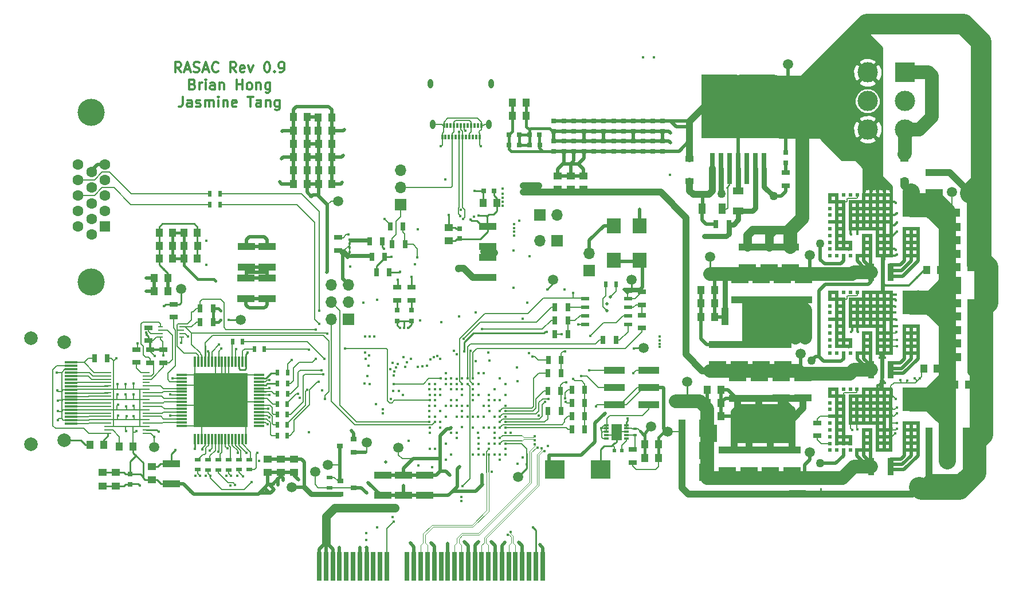
<source format=gbr>
G04 #@! TF.GenerationSoftware,KiCad,Pcbnew,(5.0.2)-1*
G04 #@! TF.CreationDate,2019-04-03T00:40:33-04:00*
G04 #@! TF.ProjectId,RASAC,52415341-432e-46b6-9963-61645f706362,rev?*
G04 #@! TF.SameCoordinates,Original*
G04 #@! TF.FileFunction,Copper,L1,Top*
G04 #@! TF.FilePolarity,Positive*
%FSLAX46Y46*%
G04 Gerber Fmt 4.6, Leading zero omitted, Abs format (unit mm)*
G04 Created by KiCad (PCBNEW (5.0.2)-1) date 4/3/2019 12:40:33 AM*
%MOMM*%
%LPD*%
G01*
G04 APERTURE LIST*
G04 #@! TA.AperFunction,NonConductor*
%ADD10C,0.300000*%
G04 #@! TD*
G04 #@! TA.AperFunction,SMDPad,CuDef*
%ADD11R,0.700000X4.200000*%
G04 #@! TD*
G04 #@! TA.AperFunction,ComponentPad*
%ADD12C,4.000000*%
G04 #@! TD*
G04 #@! TA.AperFunction,ComponentPad*
%ADD13C,1.600000*%
G04 #@! TD*
G04 #@! TA.AperFunction,ComponentPad*
%ADD14R,1.600000X1.600000*%
G04 #@! TD*
G04 #@! TA.AperFunction,SMDPad,CuDef*
%ADD15R,0.300000X0.700000*%
G04 #@! TD*
G04 #@! TA.AperFunction,ComponentPad*
%ADD16O,0.800000X1.400000*%
G04 #@! TD*
G04 #@! TA.AperFunction,SMDPad,CuDef*
%ADD17R,0.700000X1.300000*%
G04 #@! TD*
G04 #@! TA.AperFunction,ComponentPad*
%ADD18C,0.300000*%
G04 #@! TD*
G04 #@! TA.AperFunction,SMDPad,CuDef*
%ADD19R,8.000000X8.000000*%
G04 #@! TD*
G04 #@! TA.AperFunction,SMDPad,CuDef*
%ADD20R,1.500000X0.300000*%
G04 #@! TD*
G04 #@! TA.AperFunction,SMDPad,CuDef*
%ADD21R,0.300000X1.500000*%
G04 #@! TD*
G04 #@! TA.AperFunction,SMDPad,CuDef*
%ADD22R,3.150000X1.000000*%
G04 #@! TD*
G04 #@! TA.AperFunction,SMDPad,CuDef*
%ADD23R,1.000000X1.250000*%
G04 #@! TD*
G04 #@! TA.AperFunction,SMDPad,CuDef*
%ADD24R,2.500000X1.000000*%
G04 #@! TD*
G04 #@! TA.AperFunction,SMDPad,CuDef*
%ADD25R,1.000000X2.500000*%
G04 #@! TD*
G04 #@! TA.AperFunction,SMDPad,CuDef*
%ADD26R,2.950000X2.700000*%
G04 #@! TD*
G04 #@! TA.AperFunction,SMDPad,CuDef*
%ADD27R,1.600000X1.000000*%
G04 #@! TD*
G04 #@! TA.AperFunction,SMDPad,CuDef*
%ADD28R,1.250000X1.000000*%
G04 #@! TD*
G04 #@! TA.AperFunction,SMDPad,CuDef*
%ADD29R,1.200000X0.900000*%
G04 #@! TD*
G04 #@! TA.AperFunction,SMDPad,CuDef*
%ADD30R,0.800000X0.800000*%
G04 #@! TD*
G04 #@! TA.AperFunction,ComponentPad*
%ADD31C,3.000000*%
G04 #@! TD*
G04 #@! TA.AperFunction,ComponentPad*
%ADD32R,3.000000X3.000000*%
G04 #@! TD*
G04 #@! TA.AperFunction,ComponentPad*
%ADD33O,1.700000X1.700000*%
G04 #@! TD*
G04 #@! TA.AperFunction,ComponentPad*
%ADD34R,1.700000X1.700000*%
G04 #@! TD*
G04 #@! TA.AperFunction,SMDPad,CuDef*
%ADD35R,1.900000X0.300000*%
G04 #@! TD*
G04 #@! TA.AperFunction,ComponentPad*
%ADD36C,2.000000*%
G04 #@! TD*
G04 #@! TA.AperFunction,SMDPad,CuDef*
%ADD37R,0.900000X2.500000*%
G04 #@! TD*
G04 #@! TA.AperFunction,SMDPad,CuDef*
%ADD38R,0.900000X0.800000*%
G04 #@! TD*
G04 #@! TA.AperFunction,SMDPad,CuDef*
%ADD39R,0.900000X0.500000*%
G04 #@! TD*
G04 #@! TA.AperFunction,BGAPad,CuDef*
%ADD40C,1.500000*%
G04 #@! TD*
G04 #@! TA.AperFunction,SMDPad,CuDef*
%ADD41R,0.700000X0.300000*%
G04 #@! TD*
G04 #@! TA.AperFunction,SMDPad,CuDef*
%ADD42R,1.580000X2.350000*%
G04 #@! TD*
G04 #@! TA.AperFunction,SMDPad,CuDef*
%ADD43R,2.000000X2.200000*%
G04 #@! TD*
G04 #@! TA.AperFunction,SMDPad,CuDef*
%ADD44R,1.143000X0.508000*%
G04 #@! TD*
G04 #@! TA.AperFunction,SMDPad,CuDef*
%ADD45R,1.100000X0.285000*%
G04 #@! TD*
G04 #@! TA.AperFunction,SMDPad,CuDef*
%ADD46R,0.750000X0.250000*%
G04 #@! TD*
G04 #@! TA.AperFunction,SMDPad,CuDef*
%ADD47R,5.250000X4.550000*%
G04 #@! TD*
G04 #@! TA.AperFunction,SMDPad,CuDef*
%ADD48R,10.800000X9.400000*%
G04 #@! TD*
G04 #@! TA.AperFunction,SMDPad,CuDef*
%ADD49R,0.800000X4.600000*%
G04 #@! TD*
G04 #@! TA.AperFunction,SMDPad,CuDef*
%ADD50R,0.550000X0.550000*%
G04 #@! TD*
G04 #@! TA.AperFunction,SMDPad,CuDef*
%ADD51R,0.800000X0.750000*%
G04 #@! TD*
G04 #@! TA.AperFunction,SMDPad,CuDef*
%ADD52R,0.750000X0.800000*%
G04 #@! TD*
G04 #@! TA.AperFunction,SMDPad,CuDef*
%ADD53R,1.300000X0.700000*%
G04 #@! TD*
G04 #@! TA.AperFunction,SMDPad,CuDef*
%ADD54R,0.500000X0.900000*%
G04 #@! TD*
G04 #@! TA.AperFunction,SMDPad,CuDef*
%ADD55R,0.600000X0.500000*%
G04 #@! TD*
G04 #@! TA.AperFunction,SMDPad,CuDef*
%ADD56R,1.000000X1.600000*%
G04 #@! TD*
G04 #@! TA.AperFunction,SMDPad,CuDef*
%ADD57R,0.600000X0.400000*%
G04 #@! TD*
G04 #@! TA.AperFunction,ViaPad*
%ADD58C,0.450088*%
G04 #@! TD*
G04 #@! TA.AperFunction,ViaPad*
%ADD59C,1.270000*%
G04 #@! TD*
G04 #@! TA.AperFunction,ViaPad*
%ADD60C,0.508000*%
G04 #@! TD*
G04 #@! TA.AperFunction,ViaPad*
%ADD61C,0.457200*%
G04 #@! TD*
G04 #@! TA.AperFunction,ViaPad*
%ADD62C,1.016000*%
G04 #@! TD*
G04 #@! TA.AperFunction,Conductor*
%ADD63C,0.152400*%
G04 #@! TD*
G04 #@! TA.AperFunction,Conductor*
%ADD64C,0.101600*%
G04 #@! TD*
G04 #@! TA.AperFunction,Conductor*
%ADD65C,0.508000*%
G04 #@! TD*
G04 #@! TA.AperFunction,Conductor*
%ADD66C,0.127000*%
G04 #@! TD*
G04 #@! TA.AperFunction,Conductor*
%ADD67C,2.540000*%
G04 #@! TD*
G04 #@! TA.AperFunction,Conductor*
%ADD68C,0.762000*%
G04 #@! TD*
G04 #@! TA.AperFunction,Conductor*
%ADD69C,1.270000*%
G04 #@! TD*
G04 #@! TA.AperFunction,Conductor*
%ADD70C,0.203200*%
G04 #@! TD*
G04 #@! TA.AperFunction,Conductor*
%ADD71C,0.254000*%
G04 #@! TD*
G04 #@! TA.AperFunction,Conductor*
%ADD72C,0.381000*%
G04 #@! TD*
G04 #@! TA.AperFunction,Conductor*
%ADD73C,0.406400*%
G04 #@! TD*
G04 #@! TA.AperFunction,Conductor*
%ADD74C,0.304800*%
G04 #@! TD*
G04 #@! TA.AperFunction,Conductor*
%ADD75C,1.016000*%
G04 #@! TD*
G04 #@! TA.AperFunction,Conductor*
%ADD76C,2.032000*%
G04 #@! TD*
G04 #@! TA.AperFunction,Conductor*
%ADD77C,3.048000*%
G04 #@! TD*
G04 APERTURE END LIST*
D10*
X106740428Y-75489351D02*
X106240428Y-74775065D01*
X105883285Y-75489351D02*
X105883285Y-73989351D01*
X106454714Y-73989351D01*
X106597571Y-74060780D01*
X106669000Y-74132208D01*
X106740428Y-74275065D01*
X106740428Y-74489351D01*
X106669000Y-74632208D01*
X106597571Y-74703637D01*
X106454714Y-74775065D01*
X105883285Y-74775065D01*
X107311857Y-75060780D02*
X108026142Y-75060780D01*
X107169000Y-75489351D02*
X107669000Y-73989351D01*
X108169000Y-75489351D01*
X108597571Y-75417922D02*
X108811857Y-75489351D01*
X109169000Y-75489351D01*
X109311857Y-75417922D01*
X109383285Y-75346494D01*
X109454714Y-75203637D01*
X109454714Y-75060780D01*
X109383285Y-74917922D01*
X109311857Y-74846494D01*
X109169000Y-74775065D01*
X108883285Y-74703637D01*
X108740428Y-74632208D01*
X108669000Y-74560780D01*
X108597571Y-74417922D01*
X108597571Y-74275065D01*
X108669000Y-74132208D01*
X108740428Y-74060780D01*
X108883285Y-73989351D01*
X109240428Y-73989351D01*
X109454714Y-74060780D01*
X110026142Y-75060780D02*
X110740428Y-75060780D01*
X109883285Y-75489351D02*
X110383285Y-73989351D01*
X110883285Y-75489351D01*
X112240428Y-75346494D02*
X112169000Y-75417922D01*
X111954714Y-75489351D01*
X111811857Y-75489351D01*
X111597571Y-75417922D01*
X111454714Y-75275065D01*
X111383285Y-75132208D01*
X111311857Y-74846494D01*
X111311857Y-74632208D01*
X111383285Y-74346494D01*
X111454714Y-74203637D01*
X111597571Y-74060780D01*
X111811857Y-73989351D01*
X111954714Y-73989351D01*
X112169000Y-74060780D01*
X112240428Y-74132208D01*
X114883285Y-75489351D02*
X114383285Y-74775065D01*
X114026142Y-75489351D02*
X114026142Y-73989351D01*
X114597571Y-73989351D01*
X114740428Y-74060780D01*
X114811857Y-74132208D01*
X114883285Y-74275065D01*
X114883285Y-74489351D01*
X114811857Y-74632208D01*
X114740428Y-74703637D01*
X114597571Y-74775065D01*
X114026142Y-74775065D01*
X116097571Y-75417922D02*
X115954714Y-75489351D01*
X115669000Y-75489351D01*
X115526142Y-75417922D01*
X115454714Y-75275065D01*
X115454714Y-74703637D01*
X115526142Y-74560780D01*
X115669000Y-74489351D01*
X115954714Y-74489351D01*
X116097571Y-74560780D01*
X116169000Y-74703637D01*
X116169000Y-74846494D01*
X115454714Y-74989351D01*
X116669000Y-74489351D02*
X117026142Y-75489351D01*
X117383285Y-74489351D01*
X119383285Y-73989351D02*
X119526142Y-73989351D01*
X119669000Y-74060780D01*
X119740428Y-74132208D01*
X119811857Y-74275065D01*
X119883285Y-74560780D01*
X119883285Y-74917922D01*
X119811857Y-75203637D01*
X119740428Y-75346494D01*
X119669000Y-75417922D01*
X119526142Y-75489351D01*
X119383285Y-75489351D01*
X119240428Y-75417922D01*
X119169000Y-75346494D01*
X119097571Y-75203637D01*
X119026142Y-74917922D01*
X119026142Y-74560780D01*
X119097571Y-74275065D01*
X119169000Y-74132208D01*
X119240428Y-74060780D01*
X119383285Y-73989351D01*
X120526142Y-75346494D02*
X120597571Y-75417922D01*
X120526142Y-75489351D01*
X120454714Y-75417922D01*
X120526142Y-75346494D01*
X120526142Y-75489351D01*
X121311857Y-75489351D02*
X121597571Y-75489351D01*
X121740428Y-75417922D01*
X121811857Y-75346494D01*
X121954714Y-75132208D01*
X122026142Y-74846494D01*
X122026142Y-74275065D01*
X121954714Y-74132208D01*
X121883285Y-74060780D01*
X121740428Y-73989351D01*
X121454714Y-73989351D01*
X121311857Y-74060780D01*
X121240428Y-74132208D01*
X121169000Y-74275065D01*
X121169000Y-74632208D01*
X121240428Y-74775065D01*
X121311857Y-74846494D01*
X121454714Y-74917922D01*
X121740428Y-74917922D01*
X121883285Y-74846494D01*
X121954714Y-74775065D01*
X122026142Y-74632208D01*
X108454714Y-77253637D02*
X108669000Y-77325065D01*
X108740428Y-77396494D01*
X108811857Y-77539351D01*
X108811857Y-77753637D01*
X108740428Y-77896494D01*
X108669000Y-77967922D01*
X108526142Y-78039351D01*
X107954714Y-78039351D01*
X107954714Y-76539351D01*
X108454714Y-76539351D01*
X108597571Y-76610780D01*
X108669000Y-76682208D01*
X108740428Y-76825065D01*
X108740428Y-76967922D01*
X108669000Y-77110780D01*
X108597571Y-77182208D01*
X108454714Y-77253637D01*
X107954714Y-77253637D01*
X109454714Y-78039351D02*
X109454714Y-77039351D01*
X109454714Y-77325065D02*
X109526142Y-77182208D01*
X109597571Y-77110780D01*
X109740428Y-77039351D01*
X109883285Y-77039351D01*
X110383285Y-78039351D02*
X110383285Y-77039351D01*
X110383285Y-76539351D02*
X110311857Y-76610780D01*
X110383285Y-76682208D01*
X110454714Y-76610780D01*
X110383285Y-76539351D01*
X110383285Y-76682208D01*
X111740428Y-78039351D02*
X111740428Y-77253637D01*
X111669000Y-77110780D01*
X111526142Y-77039351D01*
X111240428Y-77039351D01*
X111097571Y-77110780D01*
X111740428Y-77967922D02*
X111597571Y-78039351D01*
X111240428Y-78039351D01*
X111097571Y-77967922D01*
X111026142Y-77825065D01*
X111026142Y-77682208D01*
X111097571Y-77539351D01*
X111240428Y-77467922D01*
X111597571Y-77467922D01*
X111740428Y-77396494D01*
X112454714Y-77039351D02*
X112454714Y-78039351D01*
X112454714Y-77182208D02*
X112526142Y-77110780D01*
X112669000Y-77039351D01*
X112883285Y-77039351D01*
X113026142Y-77110780D01*
X113097571Y-77253637D01*
X113097571Y-78039351D01*
X114954714Y-78039351D02*
X114954714Y-76539351D01*
X114954714Y-77253637D02*
X115811857Y-77253637D01*
X115811857Y-78039351D02*
X115811857Y-76539351D01*
X116740428Y-78039351D02*
X116597571Y-77967922D01*
X116526142Y-77896494D01*
X116454714Y-77753637D01*
X116454714Y-77325065D01*
X116526142Y-77182208D01*
X116597571Y-77110780D01*
X116740428Y-77039351D01*
X116954714Y-77039351D01*
X117097571Y-77110780D01*
X117169000Y-77182208D01*
X117240428Y-77325065D01*
X117240428Y-77753637D01*
X117169000Y-77896494D01*
X117097571Y-77967922D01*
X116954714Y-78039351D01*
X116740428Y-78039351D01*
X117883285Y-77039351D02*
X117883285Y-78039351D01*
X117883285Y-77182208D02*
X117954714Y-77110780D01*
X118097571Y-77039351D01*
X118311857Y-77039351D01*
X118454714Y-77110780D01*
X118526142Y-77253637D01*
X118526142Y-78039351D01*
X119883285Y-77039351D02*
X119883285Y-78253637D01*
X119811857Y-78396494D01*
X119740428Y-78467922D01*
X119597571Y-78539351D01*
X119383285Y-78539351D01*
X119240428Y-78467922D01*
X119883285Y-77967922D02*
X119740428Y-78039351D01*
X119454714Y-78039351D01*
X119311857Y-77967922D01*
X119240428Y-77896494D01*
X119169000Y-77753637D01*
X119169000Y-77325065D01*
X119240428Y-77182208D01*
X119311857Y-77110780D01*
X119454714Y-77039351D01*
X119740428Y-77039351D01*
X119883285Y-77110780D01*
X106990428Y-79089351D02*
X106990428Y-80160780D01*
X106919000Y-80375065D01*
X106776142Y-80517922D01*
X106561857Y-80589351D01*
X106419000Y-80589351D01*
X108347571Y-80589351D02*
X108347571Y-79803637D01*
X108276142Y-79660780D01*
X108133285Y-79589351D01*
X107847571Y-79589351D01*
X107704714Y-79660780D01*
X108347571Y-80517922D02*
X108204714Y-80589351D01*
X107847571Y-80589351D01*
X107704714Y-80517922D01*
X107633285Y-80375065D01*
X107633285Y-80232208D01*
X107704714Y-80089351D01*
X107847571Y-80017922D01*
X108204714Y-80017922D01*
X108347571Y-79946494D01*
X108990428Y-80517922D02*
X109133285Y-80589351D01*
X109419000Y-80589351D01*
X109561857Y-80517922D01*
X109633285Y-80375065D01*
X109633285Y-80303637D01*
X109561857Y-80160780D01*
X109419000Y-80089351D01*
X109204714Y-80089351D01*
X109061857Y-80017922D01*
X108990428Y-79875065D01*
X108990428Y-79803637D01*
X109061857Y-79660780D01*
X109204714Y-79589351D01*
X109419000Y-79589351D01*
X109561857Y-79660780D01*
X110276142Y-80589351D02*
X110276142Y-79589351D01*
X110276142Y-79732208D02*
X110347571Y-79660780D01*
X110490428Y-79589351D01*
X110704714Y-79589351D01*
X110847571Y-79660780D01*
X110919000Y-79803637D01*
X110919000Y-80589351D01*
X110919000Y-79803637D02*
X110990428Y-79660780D01*
X111133285Y-79589351D01*
X111347571Y-79589351D01*
X111490428Y-79660780D01*
X111561857Y-79803637D01*
X111561857Y-80589351D01*
X112276142Y-80589351D02*
X112276142Y-79589351D01*
X112276142Y-79089351D02*
X112204714Y-79160780D01*
X112276142Y-79232208D01*
X112347571Y-79160780D01*
X112276142Y-79089351D01*
X112276142Y-79232208D01*
X112990428Y-79589351D02*
X112990428Y-80589351D01*
X112990428Y-79732208D02*
X113061857Y-79660780D01*
X113204714Y-79589351D01*
X113419000Y-79589351D01*
X113561857Y-79660780D01*
X113633285Y-79803637D01*
X113633285Y-80589351D01*
X114919000Y-80517922D02*
X114776142Y-80589351D01*
X114490428Y-80589351D01*
X114347571Y-80517922D01*
X114276142Y-80375065D01*
X114276142Y-79803637D01*
X114347571Y-79660780D01*
X114490428Y-79589351D01*
X114776142Y-79589351D01*
X114919000Y-79660780D01*
X114990428Y-79803637D01*
X114990428Y-79946494D01*
X114276142Y-80089351D01*
X116561857Y-79089351D02*
X117419000Y-79089351D01*
X116990428Y-80589351D02*
X116990428Y-79089351D01*
X118561857Y-80589351D02*
X118561857Y-79803637D01*
X118490428Y-79660780D01*
X118347571Y-79589351D01*
X118061857Y-79589351D01*
X117919000Y-79660780D01*
X118561857Y-80517922D02*
X118419000Y-80589351D01*
X118061857Y-80589351D01*
X117919000Y-80517922D01*
X117847571Y-80375065D01*
X117847571Y-80232208D01*
X117919000Y-80089351D01*
X118061857Y-80017922D01*
X118419000Y-80017922D01*
X118561857Y-79946494D01*
X119276142Y-79589351D02*
X119276142Y-80589351D01*
X119276142Y-79732208D02*
X119347571Y-79660780D01*
X119490428Y-79589351D01*
X119704714Y-79589351D01*
X119847571Y-79660780D01*
X119919000Y-79803637D01*
X119919000Y-80589351D01*
X121276142Y-79589351D02*
X121276142Y-80803637D01*
X121204714Y-80946494D01*
X121133285Y-81017922D01*
X120990428Y-81089351D01*
X120776142Y-81089351D01*
X120633285Y-81017922D01*
X121276142Y-80517922D02*
X121133285Y-80589351D01*
X120847571Y-80589351D01*
X120704714Y-80517922D01*
X120633285Y-80446494D01*
X120561857Y-80303637D01*
X120561857Y-79875065D01*
X120633285Y-79732208D01*
X120704714Y-79660780D01*
X120847571Y-79589351D01*
X121133285Y-79589351D01*
X121276142Y-79660780D01*
D11*
G04 #@! TO.P,J1,B1*
G04 #@! TO.N,PCIe_12V*
X127150000Y-148500000D03*
G04 #@! TO.P,J1,B2*
X128150000Y-148500000D03*
G04 #@! TO.P,J1,B3*
X129150000Y-148500000D03*
G04 #@! TO.P,J1,B4*
G04 #@! TO.N,GND*
X130150000Y-148500000D03*
G04 #@! TO.P,J1,B5*
G04 #@! TO.N,Net-(J1-PadB5)*
X131150000Y-148500000D03*
G04 #@! TO.P,J1,B6*
G04 #@! TO.N,Net-(J1-PadB6)*
X132150000Y-148500000D03*
G04 #@! TO.P,J1,B7*
G04 #@! TO.N,GND*
X133150000Y-148500000D03*
G04 #@! TO.P,J1,B8*
G04 #@! TO.N,PCIe_3.3V*
X134150000Y-148500000D03*
G04 #@! TO.P,J1,B9*
G04 #@! TO.N,Net-(J1-PadB9)*
X135150000Y-148500000D03*
G04 #@! TO.P,J1,B10*
G04 #@! TO.N,Net-(J1-PadB10)*
X136150000Y-148500000D03*
G04 #@! TO.P,J1,B11*
G04 #@! TO.N,PCIe_WAKE_B*
X137150000Y-148500000D03*
G04 #@! TO.P,J1,B12*
G04 #@! TO.N,Net-(J1-PadB12)*
X140150000Y-148500000D03*
G04 #@! TO.P,J1,B13*
G04 #@! TO.N,GND*
X141150000Y-148500000D03*
G04 #@! TO.P,J1,B14*
G04 #@! TO.N,PCIe_RX0_P*
X142150000Y-148500000D03*
G04 #@! TO.P,J1,B15*
G04 #@! TO.N,PCIe_RX0_N*
X143150000Y-148500000D03*
G04 #@! TO.P,J1,B16*
G04 #@! TO.N,GND*
X144150000Y-148500000D03*
G04 #@! TO.P,J1,B17*
G04 #@! TO.N,Net-(J1-PadB17)*
X145150000Y-148500000D03*
G04 #@! TO.P,J1,B18*
G04 #@! TO.N,GND*
X146150000Y-148500000D03*
G04 #@! TO.P,J1,B19*
G04 #@! TO.N,PCIe_RX1_P*
X147150000Y-148500000D03*
G04 #@! TO.P,J1,B20*
G04 #@! TO.N,PCIe_RX1_N*
X148150000Y-148500000D03*
G04 #@! TO.P,J1,B21*
G04 #@! TO.N,GND*
X149150000Y-148500000D03*
G04 #@! TO.P,J1,B22*
X150150000Y-148500000D03*
G04 #@! TO.P,J1,B23*
G04 #@! TO.N,PCIe_RX2_P*
X151150000Y-148500000D03*
G04 #@! TO.P,J1,B24*
G04 #@! TO.N,PCIe_RX2_N*
X152150000Y-148500000D03*
G04 #@! TO.P,J1,B25*
G04 #@! TO.N,GND*
X153150000Y-148500000D03*
G04 #@! TO.P,J1,B26*
X154150000Y-148500000D03*
G04 #@! TO.P,J1,B27*
G04 #@! TO.N,PCIe_RX3_P*
X155150000Y-148500000D03*
G04 #@! TO.P,J1,B28*
G04 #@! TO.N,PCIe_RX3_N*
X156150000Y-148500000D03*
G04 #@! TO.P,J1,B29*
G04 #@! TO.N,GND*
X157150000Y-148500000D03*
G04 #@! TO.P,J1,B30*
G04 #@! TO.N,Net-(J1-PadB30)*
X158150000Y-148500000D03*
G04 #@! TO.P,J1,B31*
G04 #@! TO.N,PCIe_PRSNT_B*
X159150000Y-148500000D03*
G04 #@! TO.P,J1,B32*
G04 #@! TO.N,GND*
X160150000Y-148500000D03*
G04 #@! TD*
D12*
G04 #@! TO.P,J6,0*
G04 #@! TO.N,GND*
X93448920Y-106444900D03*
X93448920Y-81444900D03*
D13*
G04 #@! TO.P,J6,15*
G04 #@! TO.N,Net-(J6-Pad15)*
X91538920Y-89099900D03*
G04 #@! TO.P,J6,14*
G04 #@! TO.N,Net-(J6-Pad14)*
X91538920Y-91389900D03*
G04 #@! TO.P,J6,13*
G04 #@! TO.N,Net-(J6-Pad13)*
X91538920Y-93679900D03*
G04 #@! TO.P,J6,12*
G04 #@! TO.N,Net-(J6-Pad12)*
X91538920Y-95969900D03*
G04 #@! TO.P,J6,11*
G04 #@! TO.N,Net-(J6-Pad11)*
X91538920Y-98259900D03*
G04 #@! TO.P,J6,10*
G04 #@! TO.N,GND*
X93518920Y-90244900D03*
G04 #@! TO.P,J6,9*
G04 #@! TO.N,Net-(J6-Pad9)*
X93518920Y-92534900D03*
G04 #@! TO.P,J6,8*
G04 #@! TO.N,GND*
X93518920Y-94824900D03*
G04 #@! TO.P,J6,7*
X93518920Y-97114900D03*
G04 #@! TO.P,J6,6*
X93518920Y-99404900D03*
G04 #@! TO.P,J6,5*
X95498920Y-89099900D03*
G04 #@! TO.P,J6,4*
G04 #@! TO.N,Net-(J6-Pad4)*
X95498920Y-91389900D03*
G04 #@! TO.P,J6,3*
G04 #@! TO.N,Net-(J6-Pad3)*
X95498920Y-93679900D03*
G04 #@! TO.P,J6,2*
G04 #@! TO.N,Net-(J6-Pad2)*
X95498920Y-95969900D03*
D14*
G04 #@! TO.P,J6,1*
G04 #@! TO.N,Net-(J6-Pad1)*
X95498920Y-98259900D03*
G04 #@! TD*
D15*
G04 #@! TO.P,J4,B12*
G04 #@! TO.N,GND*
X151074380Y-83370640D03*
G04 #@! TO.P,J4,B11*
G04 #@! TO.N,N/C*
X150574380Y-83370640D03*
G04 #@! TO.P,J4,B10*
X150074380Y-83370640D03*
G04 #@! TO.P,J4,B9*
G04 #@! TO.N,Net-(J12-Pad2)*
X149574380Y-83370640D03*
G04 #@! TO.P,J4,B8*
G04 #@! TO.N,Net-(J4-PadB8)*
X149074380Y-83370640D03*
G04 #@! TO.P,J4,B7*
G04 #@! TO.N,USB_DM_1*
X148574380Y-83370640D03*
G04 #@! TO.P,J4,B6*
G04 #@! TO.N,USB_DP_1*
X148074380Y-83370640D03*
G04 #@! TO.P,J4,B5*
G04 #@! TO.N,Net-(J4-PadB5)*
X147574380Y-83370640D03*
G04 #@! TO.P,J4,B4*
G04 #@! TO.N,Net-(J12-Pad2)*
X147074380Y-83370640D03*
G04 #@! TO.P,J4,B3*
G04 #@! TO.N,N/C*
X146574380Y-83370640D03*
G04 #@! TO.P,J4,B2*
X146074380Y-83370640D03*
D16*
G04 #@! TO.P,J4,S1*
G04 #@! TO.N,GND*
X152564380Y-77210640D03*
X143584380Y-77210640D03*
X143944380Y-83160640D03*
D15*
G04 #@! TO.P,J4,B1*
X145574380Y-83370640D03*
G04 #@! TO.P,J4,A11*
G04 #@! TO.N,N/C*
X145824380Y-85070640D03*
G04 #@! TO.P,J4,A8*
G04 #@! TO.N,Net-(J4-PadA8)*
X147324380Y-85070640D03*
G04 #@! TO.P,J4,A9*
G04 #@! TO.N,Net-(J12-Pad2)*
X146824380Y-85070640D03*
G04 #@! TO.P,J4,A10*
G04 #@! TO.N,N/C*
X146324380Y-85070640D03*
G04 #@! TO.P,J4,A12*
G04 #@! TO.N,GND*
X145324380Y-85070640D03*
G04 #@! TO.P,J4,A7*
G04 #@! TO.N,USB_DM_1*
X147824380Y-85070640D03*
G04 #@! TO.P,J4,A6*
G04 #@! TO.N,USB_DP_1*
X148324380Y-85070640D03*
G04 #@! TO.P,J4,A5*
G04 #@! TO.N,Net-(J4-PadA5)*
X148824380Y-85070640D03*
G04 #@! TO.P,J4,A4*
G04 #@! TO.N,Net-(J12-Pad2)*
X149324380Y-85070640D03*
G04 #@! TO.P,J4,A3*
G04 #@! TO.N,N/C*
X149824380Y-85070640D03*
G04 #@! TO.P,J4,A2*
X150324380Y-85070640D03*
G04 #@! TO.P,J4,A1*
G04 #@! TO.N,GND*
X150824380Y-85070640D03*
D16*
G04 #@! TO.P,J4,S1*
X152204380Y-83160640D03*
G04 #@! TD*
D17*
G04 #@! TO.P,R63,1*
G04 #@! TO.N,Net-(J6-Pad2)*
X162844520Y-125539500D03*
G04 #@! TO.P,R63,2*
G04 #@! TO.N,VGA_G1*
X160944520Y-125539500D03*
G04 #@! TD*
G04 #@! TO.P,R70,2*
G04 #@! TO.N,VGA_G4*
X160931820Y-122529600D03*
G04 #@! TO.P,R70,1*
G04 #@! TO.N,Net-(J6-Pad2)*
X162831820Y-122529600D03*
G04 #@! TD*
D18*
G04 #@! TO.P,J5,65*
G04 #@! TO.N,GND*
X109052480Y-127429140D03*
X110052480Y-127429140D03*
X111052480Y-127429140D03*
X112052480Y-127429140D03*
X112052480Y-126429140D03*
X111052480Y-126429140D03*
X110052480Y-126429140D03*
X109052480Y-126429140D03*
X109052480Y-125429140D03*
X110052480Y-125429140D03*
X111052480Y-125429140D03*
X112052480Y-125429140D03*
X112052480Y-124429140D03*
X111052480Y-124429140D03*
X110052480Y-124429140D03*
X109052480Y-124429140D03*
X109052480Y-123429140D03*
X110052480Y-123429140D03*
X111052480Y-123429140D03*
X112052480Y-123429140D03*
X112052480Y-122429140D03*
X111052480Y-122429140D03*
X110052480Y-122429140D03*
X109052480Y-122429140D03*
X109052480Y-121429140D03*
X110052480Y-121429140D03*
X111052480Y-121429140D03*
X112052480Y-121429140D03*
X112052480Y-120429140D03*
X111052480Y-120429140D03*
X110052480Y-120429140D03*
X109052480Y-120429140D03*
X113052480Y-127429140D03*
X114052480Y-127429140D03*
X113052480Y-126429140D03*
X114052480Y-126429140D03*
X113052480Y-125429140D03*
X114052480Y-125429140D03*
X114052480Y-124429140D03*
X113052480Y-124429140D03*
X113052480Y-123429140D03*
X114052480Y-123429140D03*
X114052480Y-122429140D03*
X113052480Y-122429140D03*
X113052480Y-121429140D03*
X114052480Y-121429140D03*
X113052480Y-120429140D03*
X114052480Y-120429140D03*
X115052480Y-120429140D03*
X115052480Y-121429140D03*
X115052480Y-122429140D03*
X115052480Y-123429140D03*
X115052480Y-124429140D03*
X115052480Y-125429140D03*
X115052480Y-126429140D03*
X115052480Y-127429140D03*
X116052480Y-127429140D03*
X116052480Y-126429140D03*
X116052480Y-125429140D03*
X116052480Y-124429140D03*
X116052480Y-123429140D03*
X116052480Y-122429140D03*
X116052480Y-121429140D03*
X116052480Y-120429140D03*
D19*
X112552480Y-123929140D03*
D20*
G04 #@! TO.P,J5,64*
X118252480Y-120179140D03*
G04 #@! TO.P,J5,63*
G04 #@! TO.N,HDMI_D0*
X118252480Y-120679140D03*
G04 #@! TO.P,J5,62*
G04 #@! TO.N,HDMI_D1*
X118252480Y-121179140D03*
G04 #@! TO.P,J5,61*
G04 #@! TO.N,HDMI_D2*
X118252480Y-121679140D03*
G04 #@! TO.P,J5,60*
G04 #@! TO.N,HDMI_D3*
X118252480Y-122179140D03*
G04 #@! TO.P,J5,59*
G04 #@! TO.N,HDMI_D4*
X118252480Y-122679140D03*
G04 #@! TO.P,J5,58*
G04 #@! TO.N,HDMI_D5*
X118252480Y-123179140D03*
G04 #@! TO.P,J5,57*
G04 #@! TO.N,HDMI_CLK*
X118252480Y-123679140D03*
G04 #@! TO.P,J5,56*
G04 #@! TO.N,GND*
X118252480Y-124179140D03*
G04 #@! TO.P,J5,55*
G04 #@! TO.N,HDMI_D6*
X118252480Y-124679140D03*
G04 #@! TO.P,J5,54*
G04 #@! TO.N,HDMI_D7*
X118252480Y-125179140D03*
G04 #@! TO.P,J5,53*
G04 #@! TO.N,HDMI_D8*
X118252480Y-125679140D03*
G04 #@! TO.P,J5,52*
G04 #@! TO.N,HDMI_D9*
X118252480Y-126179140D03*
G04 #@! TO.P,J5,51*
G04 #@! TO.N,HDMI_D10*
X118252480Y-126679140D03*
G04 #@! TO.P,J5,50*
G04 #@! TO.N,HDMI_D11*
X118252480Y-127179140D03*
G04 #@! TO.P,J5,49*
G04 #@! TO.N,Net-(J5-Pad49)*
X118252480Y-127679140D03*
D21*
G04 #@! TO.P,J5,48*
G04 #@! TO.N,GND*
X116302480Y-129629140D03*
G04 #@! TO.P,J5,47*
G04 #@! TO.N,HDMI_D12*
X115802480Y-129629140D03*
G04 #@! TO.P,J5,46*
G04 #@! TO.N,HDMI_D13*
X115302480Y-129629140D03*
G04 #@! TO.P,J5,45*
G04 #@! TO.N,HDMI_D14*
X114802480Y-129629140D03*
G04 #@! TO.P,J5,44*
G04 #@! TO.N,HDMI_D15*
X114302480Y-129629140D03*
G04 #@! TO.P,J5,43*
G04 #@! TO.N,HDMI_D16*
X113802480Y-129629140D03*
G04 #@! TO.P,J5,42*
G04 #@! TO.N,HDMI_D17*
X113302480Y-129629140D03*
G04 #@! TO.P,J5,41*
G04 #@! TO.N,HDMI_D18*
X112802480Y-129629140D03*
G04 #@! TO.P,J5,40*
G04 #@! TO.N,HDMI_D19*
X112302480Y-129629140D03*
G04 #@! TO.P,J5,39*
G04 #@! TO.N,HDMI_D20*
X111802480Y-129629140D03*
G04 #@! TO.P,J5,38*
G04 #@! TO.N,HDMI_D21*
X111302480Y-129629140D03*
G04 #@! TO.P,J5,37*
G04 #@! TO.N,HDMI_D22*
X110802480Y-129629140D03*
G04 #@! TO.P,J5,36*
G04 #@! TO.N,HDMI_D23*
X110302480Y-129629140D03*
G04 #@! TO.P,J5,35*
G04 #@! TO.N,GND*
X109802480Y-129629140D03*
G04 #@! TO.P,J5,34*
G04 #@! TO.N,Net-(J5-Pad34)*
X109302480Y-129629140D03*
G04 #@! TO.P,J5,33*
G04 #@! TO.N,VCC3V3*
X108802480Y-129629140D03*
D20*
G04 #@! TO.P,J5,32*
G04 #@! TO.N,GND*
X106852480Y-127679140D03*
G04 #@! TO.P,J5,31*
G04 #@! TO.N,Net-(J5-Pad31)*
X106852480Y-127179140D03*
G04 #@! TO.P,J5,30*
G04 #@! TO.N,Net-(J5-Pad30)*
X106852480Y-126679140D03*
G04 #@! TO.P,J5,29*
G04 #@! TO.N,VCC3V3*
X106852480Y-126179140D03*
G04 #@! TO.P,J5,28*
G04 #@! TO.N,Net-(J5-Pad28)*
X106852480Y-125679140D03*
G04 #@! TO.P,J5,27*
G04 #@! TO.N,Net-(J5-Pad27)*
X106852480Y-125179140D03*
G04 #@! TO.P,J5,26*
G04 #@! TO.N,GND*
X106852480Y-124679140D03*
G04 #@! TO.P,J5,25*
G04 #@! TO.N,Net-(J5-Pad25)*
X106852480Y-124179140D03*
G04 #@! TO.P,J5,24*
G04 #@! TO.N,Net-(J5-Pad24)*
X106852480Y-123679140D03*
G04 #@! TO.P,J5,23*
G04 #@! TO.N,VCC3V3*
X106852480Y-123179140D03*
G04 #@! TO.P,J5,22*
G04 #@! TO.N,Net-(J5-Pad22)*
X106852480Y-122679140D03*
G04 #@! TO.P,J5,21*
G04 #@! TO.N,Net-(J5-Pad21)*
X106852480Y-122179140D03*
G04 #@! TO.P,J5,20*
G04 #@! TO.N,GND*
X106852480Y-121679140D03*
G04 #@! TO.P,J5,19*
G04 #@! TO.N,Net-(J5-Pad19)*
X106852480Y-121179140D03*
G04 #@! TO.P,J5,18*
G04 #@! TO.N,VCC3V3*
X106852480Y-120679140D03*
G04 #@! TO.P,J5,17*
G04 #@! TO.N,GND*
X106852480Y-120179140D03*
D21*
G04 #@! TO.P,J5,16*
X108802480Y-118229140D03*
G04 #@! TO.P,J5,15*
G04 #@! TO.N,HDMI_SCL*
X109302480Y-118229140D03*
G04 #@! TO.P,J5,14*
G04 #@! TO.N,HDMI_SDA*
X109802480Y-118229140D03*
G04 #@! TO.P,J5,13*
G04 #@! TO.N,HDMI_RST*
X110302480Y-118229140D03*
G04 #@! TO.P,J5,12*
G04 #@! TO.N,VCC3V3*
X110802480Y-118229140D03*
G04 #@! TO.P,J5,11*
G04 #@! TO.N,MSEN*
X111302480Y-118229140D03*
G04 #@! TO.P,J5,10*
G04 #@! TO.N,GND*
X111802480Y-118229140D03*
G04 #@! TO.P,J5,9*
G04 #@! TO.N,HPD*
X112302480Y-118229140D03*
G04 #@! TO.P,J5,8*
G04 #@! TO.N,GND*
X112802480Y-118229140D03*
G04 #@! TO.P,J5,7*
X113302480Y-118229140D03*
G04 #@! TO.P,J5,6*
X113802480Y-118229140D03*
G04 #@! TO.P,J5,5*
G04 #@! TO.N,HDMI_VSYNC*
X114302480Y-118229140D03*
G04 #@! TO.P,J5,4*
G04 #@! TO.N,HDMI_HSYNC*
X114802480Y-118229140D03*
G04 #@! TO.P,J5,3*
G04 #@! TO.N,VCC3V3*
X115302480Y-118229140D03*
G04 #@! TO.P,J5,2*
G04 #@! TO.N,HDMI_DE*
X115802480Y-118229140D03*
G04 #@! TO.P,J5,1*
G04 #@! TO.N,VCC3V3*
X116302480Y-118229140D03*
G04 #@! TD*
D22*
G04 #@! TO.P,J13,6*
G04 #@! TO.N,VCC3V3*
X175849520Y-124592080D03*
G04 #@! TO.P,J13,5*
G04 #@! TO.N,GND*
X170799520Y-124592080D03*
G04 #@! TO.P,J13,4*
X175849520Y-122052080D03*
G04 #@! TO.P,J13,3*
G04 #@! TO.N,Net-(J13-Pad3)*
X170799520Y-122052080D03*
G04 #@! TO.P,J13,2*
G04 #@! TO.N,Net-(J13-Pad2)*
X175849520Y-119512080D03*
G04 #@! TO.P,J13,1*
G04 #@! TO.N,Net-(J13-Pad1)*
X170799520Y-119512080D03*
G04 #@! TD*
D23*
G04 #@! TO.P,C11,2*
G04 #@! TO.N,GND*
X223041720Y-121579640D03*
G04 #@! TO.P,C11,1*
G04 #@! TO.N,PCIe_12V*
X221041720Y-121579640D03*
G04 #@! TD*
D24*
G04 #@! TO.P,C15,2*
G04 #@! TO.N,GND*
X196748400Y-101319200D03*
G04 #@! TO.P,C15,1*
G04 #@! TO.N,MGTAVCC*
X196748400Y-104319200D03*
G04 #@! TD*
G04 #@! TO.P,C16,2*
G04 #@! TO.N,GND*
X195681600Y-115670200D03*
G04 #@! TO.P,C16,1*
G04 #@! TO.N,VCC1V8*
X195681600Y-118670200D03*
G04 #@! TD*
G04 #@! TO.P,C17,1*
G04 #@! TO.N,MGTAVTT*
X197002400Y-134291200D03*
G04 #@! TO.P,C17,2*
G04 #@! TO.N,GND*
X197002400Y-131291200D03*
G04 #@! TD*
G04 #@! TO.P,C18,2*
G04 #@! TO.N,GND*
X193598800Y-101319200D03*
G04 #@! TO.P,C18,1*
G04 #@! TO.N,MGTAVCC*
X193598800Y-104319200D03*
G04 #@! TD*
G04 #@! TO.P,C19,2*
G04 #@! TO.N,GND*
X192455800Y-115670200D03*
G04 #@! TO.P,C19,1*
G04 #@! TO.N,VCC1V8*
X192455800Y-118670200D03*
G04 #@! TD*
G04 #@! TO.P,C20,1*
G04 #@! TO.N,MGTAVTT*
X193814700Y-134291200D03*
G04 #@! TO.P,C20,2*
G04 #@! TO.N,GND*
X193814700Y-131291200D03*
G04 #@! TD*
G04 #@! TO.P,C21,1*
G04 #@! TO.N,MGTAVCC*
X190436500Y-104319200D03*
G04 #@! TO.P,C21,2*
G04 #@! TO.N,GND*
X190436500Y-101319200D03*
G04 #@! TD*
G04 #@! TO.P,C22,1*
G04 #@! TO.N,VCC1V8*
X189242700Y-118670200D03*
G04 #@! TO.P,C22,2*
G04 #@! TO.N,GND*
X189242700Y-115670200D03*
G04 #@! TD*
G04 #@! TO.P,C23,2*
G04 #@! TO.N,GND*
X190614300Y-131291200D03*
G04 #@! TO.P,C23,1*
G04 #@! TO.N,MGTAVTT*
X190614300Y-134291200D03*
G04 #@! TD*
G04 #@! TO.P,C24,1*
G04 #@! TO.N,PCIe_12V*
X218008200Y-93295600D03*
G04 #@! TO.P,C24,2*
G04 #@! TO.N,GND*
X218008200Y-90295600D03*
G04 #@! TD*
G04 #@! TO.P,C25,1*
G04 #@! TO.N,MGTAVCC*
X198729600Y-106094400D03*
G04 #@! TO.P,C25,2*
G04 #@! TO.N,GND*
X198729600Y-109094400D03*
G04 #@! TD*
D25*
G04 #@! TO.P,C26,1*
G04 #@! TO.N,PCIe_12V*
X221461200Y-106946700D03*
G04 #@! TO.P,C26,2*
G04 #@! TO.N,GND*
X224461200Y-106946700D03*
G04 #@! TD*
D24*
G04 #@! TO.P,C27,2*
G04 #@! TO.N,GND*
X186029600Y-115670200D03*
G04 #@! TO.P,C27,1*
G04 #@! TO.N,VCC1V8*
X186029600Y-118670200D03*
G04 #@! TD*
D25*
G04 #@! TO.P,C28,2*
G04 #@! TO.N,GND*
X223724600Y-125933200D03*
G04 #@! TO.P,C28,1*
G04 #@! TO.N,PCIe_12V*
X220724600Y-125933200D03*
G04 #@! TD*
D24*
G04 #@! TO.P,C29,1*
G04 #@! TO.N,MGTAVTT*
X187401200Y-134303900D03*
G04 #@! TO.P,C29,2*
G04 #@! TO.N,GND*
X187401200Y-131303900D03*
G04 #@! TD*
G04 #@! TO.P,C30,1*
G04 #@! TO.N,MGTAVCC*
X195580000Y-106094400D03*
G04 #@! TO.P,C30,2*
G04 #@! TO.N,GND*
X195580000Y-109094400D03*
G04 #@! TD*
G04 #@! TO.P,C31,1*
G04 #@! TO.N,VCC1V8*
X198615300Y-120610500D03*
G04 #@! TO.P,C31,2*
G04 #@! TO.N,GND*
X198615300Y-123610500D03*
G04 #@! TD*
D25*
G04 #@! TO.P,C32,2*
G04 #@! TO.N,GND*
X188431300Y-128854200D03*
G04 #@! TO.P,C32,1*
G04 #@! TO.N,MGTAVTT*
X185431300Y-128854200D03*
G04 #@! TD*
D23*
G04 #@! TO.P,C33,2*
G04 #@! TO.N,GND*
X223342200Y-96253300D03*
G04 #@! TO.P,C33,1*
G04 #@! TO.N,PCIe_12V*
X221342200Y-96253300D03*
G04 #@! TD*
D24*
G04 #@! TO.P,C34,2*
G04 #@! TO.N,GND*
X192417700Y-109094400D03*
G04 #@! TO.P,C34,1*
G04 #@! TO.N,MGTAVCC*
X192417700Y-106094400D03*
G04 #@! TD*
D23*
G04 #@! TO.P,C35,1*
G04 #@! TO.N,PCIe_12V*
X221453200Y-109588300D03*
G04 #@! TO.P,C35,2*
G04 #@! TO.N,GND*
X223453200Y-109588300D03*
G04 #@! TD*
D24*
G04 #@! TO.P,C36,2*
G04 #@! TO.N,GND*
X195389500Y-123610500D03*
G04 #@! TO.P,C36,1*
G04 #@! TO.N,VCC1V8*
X195389500Y-120610500D03*
G04 #@! TD*
D23*
G04 #@! TO.P,C37,2*
G04 #@! TO.N,GND*
X222716600Y-128524000D03*
G04 #@! TO.P,C37,1*
G04 #@! TO.N,PCIe_12V*
X220716600Y-128524000D03*
G04 #@! TD*
D25*
G04 #@! TO.P,C38,1*
G04 #@! TO.N,MGTAVTT*
X183783100Y-134594600D03*
G04 #@! TO.P,C38,2*
G04 #@! TO.N,GND*
X180783100Y-134594600D03*
G04 #@! TD*
D24*
G04 #@! TO.P,C39,2*
G04 #@! TO.N,GND*
X189268100Y-109094400D03*
G04 #@! TO.P,C39,1*
G04 #@! TO.N,MGTAVCC*
X189268100Y-106094400D03*
G04 #@! TD*
G04 #@! TO.P,C40,1*
G04 #@! TO.N,VCC1V8*
X192163700Y-120623200D03*
G04 #@! TO.P,C40,2*
G04 #@! TO.N,GND*
X192163700Y-123623200D03*
G04 #@! TD*
D25*
G04 #@! TO.P,C41,2*
G04 #@! TO.N,GND*
X180783100Y-131330700D03*
G04 #@! TO.P,C41,1*
G04 #@! TO.N,MGTAVTT*
X183783100Y-131330700D03*
G04 #@! TD*
D23*
G04 #@! TO.P,C42,1*
G04 #@! TO.N,PCIe_12V*
X221377000Y-98298000D03*
G04 #@! TO.P,C42,2*
G04 #@! TO.N,GND*
X223377000Y-98298000D03*
G04 #@! TD*
G04 #@! TO.P,C43,1*
G04 #@! TO.N,PCIe_12V*
X221440500Y-111569500D03*
G04 #@! TO.P,C43,2*
G04 #@! TO.N,GND*
X223440500Y-111569500D03*
G04 #@! TD*
G04 #@! TO.P,C44,1*
G04 #@! TO.N,PCIe_12V*
X220716600Y-130505200D03*
G04 #@! TO.P,C44,2*
G04 #@! TO.N,GND*
X222716600Y-130505200D03*
G04 #@! TD*
D25*
G04 #@! TO.P,C45,2*
G04 #@! TO.N,GND*
X190107700Y-111531400D03*
G04 #@! TO.P,C45,1*
G04 #@! TO.N,MGTAVCC*
X187107700Y-111531400D03*
G04 #@! TD*
D24*
G04 #@! TO.P,C46,1*
G04 #@! TO.N,VCC1V8*
X188925200Y-120635900D03*
G04 #@! TO.P,C46,2*
G04 #@! TO.N,GND*
X188925200Y-123635900D03*
G04 #@! TD*
D25*
G04 #@! TO.P,C47,1*
G04 #@! TO.N,MGTAVTT*
X183783100Y-128079500D03*
G04 #@! TO.P,C47,2*
G04 #@! TO.N,GND*
X180783100Y-128079500D03*
G04 #@! TD*
D23*
G04 #@! TO.P,C48,2*
G04 #@! TO.N,GND*
X223364300Y-100291900D03*
G04 #@! TO.P,C48,1*
G04 #@! TO.N,PCIe_12V*
X221364300Y-100291900D03*
G04 #@! TD*
G04 #@! TO.P,C49,2*
G04 #@! TO.N,GND*
X223453200Y-113550700D03*
G04 #@! TO.P,C49,1*
G04 #@! TO.N,PCIe_12V*
X221453200Y-113550700D03*
G04 #@! TD*
G04 #@! TO.P,C50,2*
G04 #@! TO.N,GND*
X222703900Y-132486400D03*
G04 #@! TO.P,C50,1*
G04 #@! TO.N,PCIe_12V*
X220703900Y-132486400D03*
G04 #@! TD*
G04 #@! TO.P,C54,1*
G04 #@! TO.N,PCIe_12V*
X221402400Y-102311200D03*
G04 #@! TO.P,C54,2*
G04 #@! TO.N,GND*
X223402400Y-102311200D03*
G04 #@! TD*
G04 #@! TO.P,C56,2*
G04 #@! TO.N,GND*
X223453200Y-115544600D03*
G04 #@! TO.P,C56,1*
G04 #@! TO.N,PCIe_12V*
X221453200Y-115544600D03*
G04 #@! TD*
G04 #@! TO.P,C58,1*
G04 #@! TO.N,PCIe_12V*
X219211400Y-128524000D03*
G04 #@! TO.P,C58,2*
G04 #@! TO.N,GND*
X217211400Y-128524000D03*
G04 #@! TD*
G04 #@! TO.P,C63,2*
G04 #@! TO.N,GND*
X223389700Y-104305100D03*
G04 #@! TO.P,C63,1*
G04 #@! TO.N,PCIe_12V*
X221389700Y-104305100D03*
G04 #@! TD*
G04 #@! TO.P,C64,1*
G04 #@! TO.N,PCIe_12V*
X221440500Y-117525800D03*
G04 #@! TO.P,C64,2*
G04 #@! TO.N,GND*
X223440500Y-117525800D03*
G04 #@! TD*
G04 #@! TO.P,C65,1*
G04 #@! TO.N,PCIe_12V*
X219198700Y-130454400D03*
G04 #@! TO.P,C65,2*
G04 #@! TO.N,GND*
X217198700Y-130454400D03*
G04 #@! TD*
G04 #@! TO.P,C66,1*
G04 #@! TO.N,PCIe_12V*
X218919300Y-104660700D03*
G04 #@! TO.P,C66,2*
G04 #@! TO.N,GND*
X216919300Y-104660700D03*
G04 #@! TD*
G04 #@! TO.P,C67,2*
G04 #@! TO.N,GND*
X216462100Y-119240300D03*
G04 #@! TO.P,C67,1*
G04 #@! TO.N,PCIe_12V*
X218462100Y-119240300D03*
G04 #@! TD*
G04 #@! TO.P,C68,2*
G04 #@! TO.N,GND*
X217198700Y-132397500D03*
G04 #@! TO.P,C68,1*
G04 #@! TO.N,PCIe_12V*
X219198700Y-132397500D03*
G04 #@! TD*
D26*
G04 #@! TO.P,C142,2*
G04 #@! TO.N,GND*
X168735960Y-134122160D03*
G04 #@! TO.P,C142,1*
G04 #@! TO.N,MGTAVCC*
X161985960Y-134122160D03*
G04 #@! TD*
D24*
G04 #@! TO.P,C187,1*
G04 #@! TO.N,VCC3V3*
X152079960Y-101238180D03*
G04 #@! TO.P,C187,2*
G04 #@! TO.N,GND*
X152079960Y-98238180D03*
G04 #@! TD*
G04 #@! TO.P,C188,1*
G04 #@! TO.N,VCC1V8*
X119485919Y-105884381D03*
G04 #@! TO.P,C188,2*
G04 #@! TO.N,GND*
X119485919Y-108884381D03*
G04 #@! TD*
G04 #@! TO.P,C189,1*
G04 #@! TO.N,VCC1V8*
X119491760Y-104230300D03*
G04 #@! TO.P,C189,2*
G04 #@! TO.N,GND*
X119491760Y-101230300D03*
G04 #@! TD*
D27*
G04 #@! TO.P,C218,2*
G04 #@! TO.N,GND*
X189064900Y-92975300D03*
G04 #@! TO.P,C218,1*
G04 #@! TO.N,VCC5V0*
X189064900Y-95975300D03*
G04 #@! TD*
D24*
G04 #@! TO.P,C221,1*
G04 #@! TO.N,VCC3V3*
X105317520Y-133291120D03*
G04 #@! TO.P,C221,2*
G04 #@! TO.N,GND*
X105317520Y-136291120D03*
G04 #@! TD*
D28*
G04 #@! TO.P,C224,2*
G04 #@! TO.N,GND*
X102410260Y-135688580D03*
G04 #@! TO.P,C224,1*
G04 #@! TO.N,VCC3V3*
X102410260Y-133688580D03*
G04 #@! TD*
D24*
G04 #@! TO.P,C225,2*
G04 #@! TO.N,GND*
X152085040Y-105812720D03*
G04 #@! TO.P,C225,1*
G04 #@! TO.N,VCC3V3*
X152085040Y-102812720D03*
G04 #@! TD*
G04 #@! TO.P,C226,2*
G04 #@! TO.N,GND*
X116370100Y-101232840D03*
G04 #@! TO.P,C226,1*
G04 #@! TO.N,VCC1V8*
X116370100Y-104232840D03*
G04 #@! TD*
G04 #@! TO.P,C227,2*
G04 #@! TO.N,GND*
X116360199Y-108884381D03*
G04 #@! TO.P,C227,1*
G04 #@! TO.N,VCC1V8*
X116360199Y-105884381D03*
G04 #@! TD*
D29*
G04 #@! TO.P,D1,2*
G04 #@! TO.N,Net-(D1-Pad2)*
X213614000Y-88291400D03*
G04 #@! TO.P,D1,1*
G04 #@! TO.N,PCIe_12V*
X213614000Y-91591400D03*
G04 #@! TD*
D30*
G04 #@! TO.P,D6,2*
G04 #@! TO.N,Net-(D6-Pad2)*
X140779500Y-110632340D03*
G04 #@! TO.P,D6,1*
G04 #@! TO.N,GND*
X140779500Y-112232340D03*
G04 #@! TD*
D29*
G04 #@! TO.P,D8,1*
G04 #@! TO.N,Net-(C213-Pad2)*
X181889400Y-91540600D03*
G04 #@! TO.P,D8,2*
G04 #@! TO.N,GND*
X181889400Y-88240600D03*
G04 #@! TD*
D31*
G04 #@! TO.P,J2,6*
G04 #@! TO.N,GND*
X208152100Y-83919280D03*
G04 #@! TO.P,J2,5*
G04 #@! TO.N,Net-(J2-Pad5)*
X208152100Y-79719280D03*
G04 #@! TO.P,J2,4*
G04 #@! TO.N,GND*
X208152100Y-75519280D03*
G04 #@! TO.P,J2,3*
G04 #@! TO.N,Net-(D1-Pad2)*
X213652100Y-83919280D03*
G04 #@! TO.P,J2,2*
G04 #@! TO.N,Net-(J2-Pad2)*
X213652100Y-79719280D03*
D32*
G04 #@! TO.P,J2,1*
G04 #@! TO.N,Net-(D1-Pad2)*
X213652100Y-75519280D03*
G04 #@! TD*
D33*
G04 #@! TO.P,J3,6*
G04 #@! TO.N,GND*
X128955800Y-106873040D03*
G04 #@! TO.P,J3,5*
G04 #@! TO.N,VCC3V3*
X131495800Y-106873040D03*
G04 #@! TO.P,J3,4*
G04 #@! TO.N,JTAG_TDO*
X128955800Y-109413040D03*
G04 #@! TO.P,J3,3*
G04 #@! TO.N,JTAG_TDI*
X131495800Y-109413040D03*
G04 #@! TO.P,J3,2*
G04 #@! TO.N,JTAG_TMS*
X128955800Y-111953040D03*
D34*
G04 #@! TO.P,J3,1*
G04 #@! TO.N,JTAG_TCK*
X131495800Y-111953040D03*
G04 #@! TD*
D35*
G04 #@! TO.P,J7,1*
G04 #@! TO.N,Net-(J7-Pad1)*
X90494700Y-127360880D03*
D36*
G04 #@! TO.P,J7,SH*
G04 #@! TO.N,GND*
X84594700Y-130460880D03*
X84594700Y-114760880D03*
X89494700Y-129860880D03*
X89494700Y-115360880D03*
D35*
G04 #@! TO.P,J7,2*
X90494700Y-126860880D03*
G04 #@! TO.P,J7,3*
G04 #@! TO.N,Net-(J7-Pad3)*
X90494700Y-126360880D03*
G04 #@! TO.P,J7,4*
G04 #@! TO.N,Net-(J7-Pad4)*
X90494700Y-125860880D03*
G04 #@! TO.P,J7,5*
G04 #@! TO.N,GND*
X90494700Y-125360880D03*
G04 #@! TO.P,J7,6*
G04 #@! TO.N,Net-(J7-Pad6)*
X90494700Y-124860880D03*
G04 #@! TO.P,J7,7*
G04 #@! TO.N,Net-(J7-Pad7)*
X90494700Y-124360880D03*
G04 #@! TO.P,J7,8*
G04 #@! TO.N,GND*
X90494700Y-123860880D03*
G04 #@! TO.P,J7,9*
G04 #@! TO.N,Net-(J7-Pad9)*
X90494700Y-123360880D03*
G04 #@! TO.P,J7,10*
G04 #@! TO.N,Net-(J7-Pad10)*
X90494700Y-122860880D03*
G04 #@! TO.P,J7,11*
G04 #@! TO.N,GND*
X90494700Y-122360880D03*
G04 #@! TO.P,J7,12*
G04 #@! TO.N,Net-(J7-Pad12)*
X90494700Y-121860880D03*
G04 #@! TO.P,J7,13*
G04 #@! TO.N,Net-(J7-Pad13)*
X90494700Y-121360880D03*
G04 #@! TO.P,J7,14*
G04 #@! TO.N,Net-(J7-Pad14)*
X90494700Y-120860880D03*
G04 #@! TO.P,J7,15*
G04 #@! TO.N,Net-(J7-Pad15)*
X90494700Y-120360880D03*
G04 #@! TO.P,J7,16*
G04 #@! TO.N,Net-(J7-Pad16)*
X90494700Y-119860880D03*
G04 #@! TO.P,J7,17*
G04 #@! TO.N,GND*
X90494700Y-119360880D03*
G04 #@! TO.P,J7,18*
G04 #@! TO.N,HDMI5V0*
X90494700Y-118860880D03*
G04 #@! TO.P,J7,19*
G04 #@! TO.N,Net-(J7-Pad19)*
X90494700Y-118360880D03*
G04 #@! TD*
D33*
G04 #@! TO.P,J8,2*
G04 #@! TO.N,JTAG_TDI*
X162308540Y-96545400D03*
D34*
G04 #@! TO.P,J8,1*
G04 #@! TO.N,Net-(J8-Pad1)*
X159768540Y-96545400D03*
G04 #@! TD*
D33*
G04 #@! TO.P,J9,2*
G04 #@! TO.N,Net-(J9-Pad2)*
X159781240Y-100342700D03*
D34*
G04 #@! TO.P,J9,1*
G04 #@! TO.N,JTAG_TDO*
X162321240Y-100342700D03*
G04 #@! TD*
D33*
G04 #@! TO.P,J12,3*
G04 #@! TO.N,VCC5V0*
X139158980Y-89966800D03*
G04 #@! TO.P,J12,2*
G04 #@! TO.N,Net-(J12-Pad2)*
X139158980Y-92506800D03*
D34*
G04 #@! TO.P,J12,1*
G04 #@! TO.N,USB_VBUS_1*
X139158980Y-95046800D03*
G04 #@! TD*
G04 #@! TO.P,J14,1*
G04 #@! TO.N,EMCCLK*
X167048180Y-104792780D03*
D33*
G04 #@! TO.P,J14,2*
G04 #@! TO.N,Net-(J14-Pad2)*
X167048180Y-102252780D03*
G04 #@! TD*
D37*
G04 #@! TO.P,L1,2*
G04 #@! TO.N,Net-(L1-Pad2)*
X211571500Y-105003600D03*
G04 #@! TO.P,L1,1*
G04 #@! TO.N,MGTAVCC*
X208671500Y-105003600D03*
G04 #@! TD*
G04 #@! TO.P,L2,1*
G04 #@! TO.N,VCC1V8*
X208658800Y-119405400D03*
G04 #@! TO.P,L2,2*
G04 #@! TO.N,Net-(L2-Pad2)*
X211558800Y-119405400D03*
G04 #@! TD*
G04 #@! TO.P,L3,2*
G04 #@! TO.N,Net-(L3-Pad2)*
X211558800Y-133731000D03*
G04 #@! TO.P,L3,1*
G04 #@! TO.N,MGTAVTT*
X208658800Y-133731000D03*
G04 #@! TD*
D17*
G04 #@! TO.P,L6,2*
G04 #@! TO.N,VCC5V0*
X187667900Y-97929700D03*
G04 #@! TO.P,L6,1*
G04 #@! TO.N,Net-(C213-Pad2)*
X185767900Y-97929700D03*
G04 #@! TD*
D38*
G04 #@! TO.P,Q1,3*
G04 #@! TO.N,Net-(Q1-Pad3)*
X130241800Y-130644900D03*
G04 #@! TO.P,Q1,2*
G04 #@! TO.N,GND*
X132241800Y-129694900D03*
G04 #@! TO.P,Q1,1*
G04 #@! TO.N,VCC1V8*
X132241800Y-131594900D03*
G04 #@! TD*
G04 #@! TO.P,Q2,1*
G04 #@! TO.N,Net-(Q1-Pad3)*
X130254500Y-135877260D03*
G04 #@! TO.P,Q2,2*
G04 #@! TO.N,VCC3V3*
X130254500Y-137777260D03*
G04 #@! TO.P,Q2,3*
G04 #@! TO.N,PCIe_3.3V*
X132254500Y-136827260D03*
G04 #@! TD*
D39*
G04 #@! TO.P,R5,2*
G04 #@! TO.N,Net-(Q1-Pad3)*
X128714500Y-135322880D03*
G04 #@! TO.P,R5,1*
G04 #@! TO.N,PCIe_3.3V*
X128714500Y-136822880D03*
G04 #@! TD*
D40*
G04 #@! TO.P,TP1,1*
G04 #@! TO.N,VCC1V8*
X134195820Y-130136900D03*
G04 #@! TD*
G04 #@! TO.P,TP2,1*
G04 #@! TO.N,MGTAVCC*
X138821160Y-130942080D03*
G04 #@! TD*
G04 #@! TO.P,TP3,1*
G04 #@! TO.N,MGTAVCC*
X184922160Y-102778560D03*
G04 #@! TD*
G04 #@! TO.P,TP4,1*
G04 #@! TO.N,MGTAVTT*
X181483000Y-121178320D03*
G04 #@! TD*
G04 #@! TO.P,TP5,1*
G04 #@! TO.N,GND*
X196433440Y-74325480D03*
G04 #@! TD*
G04 #@! TO.P,TP6,1*
G04 #@! TO.N,PCIe_12V*
X220632020Y-93136720D03*
G04 #@! TD*
G04 #@! TO.P,TP7,1*
G04 #@! TO.N,MGTAVCC*
X156509720Y-135293100D03*
G04 #@! TD*
G04 #@! TO.P,TP8,1*
G04 #@! TO.N,GND*
X178617880Y-128551940D03*
G04 #@! TD*
G04 #@! TO.P,TP9,1*
G04 #@! TO.N,VCC3V3*
X106768900Y-107487720D03*
G04 #@! TD*
G04 #@! TO.P,TP10,1*
G04 #@! TO.N,VCC2V5*
X175072040Y-116184680D03*
G04 #@! TD*
G04 #@! TO.P,TP11,1*
G04 #@! TO.N,VCC5V0*
X102776020Y-130868420D03*
G04 #@! TD*
G04 #@! TO.P,TP12,1*
G04 #@! TO.N,MGTAVCC*
X199656700Y-102527100D03*
G04 #@! TD*
G04 #@! TO.P,TP13,1*
G04 #@! TO.N,VCC1V8*
X198310500Y-117081300D03*
G04 #@! TD*
G04 #@! TO.P,TP14,1*
G04 #@! TO.N,MGTAVTT*
X199669400Y-131635500D03*
G04 #@! TD*
G04 #@! TO.P,TP15,1*
G04 #@! TO.N,Net-(Q1-Pad3)*
X128450340Y-133489700D03*
G04 #@! TD*
G04 #@! TO.P,TP16,1*
G04 #@! TO.N,PCIe_3.3V*
X126583440Y-134495540D03*
G04 #@! TD*
G04 #@! TO.P,TP17,1*
G04 #@! TO.N,VCC3V3*
X123123960Y-136756140D03*
G04 #@! TD*
G04 #@! TO.P,TP21,1*
G04 #@! TO.N,VCC3V3*
X115597940Y-112016540D03*
G04 #@! TD*
D41*
G04 #@! TO.P,U2,1*
G04 #@! TO.N,VCC3V3*
X169599080Y-127592980D03*
G04 #@! TO.P,U2,2*
X169599080Y-128092980D03*
G04 #@! TO.P,U2,3*
X169599080Y-128592980D03*
G04 #@! TO.P,U2,4*
G04 #@! TO.N,GND*
X169599080Y-129092980D03*
G04 #@! TO.P,U2,5*
G04 #@! TO.N,VCC3V3*
X169599080Y-129592980D03*
G04 #@! TO.P,U2,6*
G04 #@! TO.N,Net-(C14-Pad1)*
X172549080Y-129592980D03*
G04 #@! TO.P,U2,7*
G04 #@! TO.N,Net-(R3-Pad2)*
X172549080Y-129092980D03*
G04 #@! TO.P,U2,8*
G04 #@! TO.N,GND*
X172549080Y-128592980D03*
G04 #@! TO.P,U2,9*
G04 #@! TO.N,VCC2V5*
X172549080Y-128092980D03*
G04 #@! TO.P,U2,10*
X172549080Y-127592980D03*
D42*
G04 #@! TO.P,U2,11*
G04 #@! TO.N,GND*
X171074080Y-128617980D03*
G04 #@! TD*
D43*
G04 #@! TO.P,U8,2*
G04 #@! TO.N,GND*
X174513240Y-98148140D03*
G04 #@! TO.P,U8,1*
G04 #@! TO.N,VCC3V3*
X174513240Y-103228140D03*
G04 #@! TO.P,U8,3*
G04 #@! TO.N,Net-(J14-Pad2)*
X170703240Y-98148140D03*
G04 #@! TO.P,U8,4*
G04 #@! TO.N,VCC3V3*
X170703240Y-103228140D03*
G04 #@! TD*
D44*
G04 #@! TO.P,U10,8*
G04 #@! TO.N,VCC3V3*
X172773340Y-108905040D03*
G04 #@! TO.P,U10,7*
G04 #@! TO.N,Net-(R20-Pad2)*
X172773340Y-110175040D03*
G04 #@! TO.P,U10,6*
G04 #@! TO.N,CCLK*
X172773340Y-111445040D03*
G04 #@! TO.P,U10,5*
G04 #@! TO.N,Net-(R22-Pad1)*
X172773340Y-112715040D03*
G04 #@! TO.P,U10,4*
G04 #@! TO.N,GND*
X166423340Y-112715040D03*
G04 #@! TO.P,U10,3*
G04 #@! TO.N,Net-(R17-Pad2)*
X166423340Y-111445040D03*
G04 #@! TO.P,U10,2*
G04 #@! TO.N,Net-(R16-Pad2)*
X166423340Y-110175040D03*
G04 #@! TO.P,U10,1*
G04 #@! TO.N,FCS_B*
X166423340Y-108905040D03*
G04 #@! TD*
D45*
G04 #@! TO.P,U11,38*
G04 #@! TO.N,HDMI5V0*
X95895040Y-128820300D03*
G04 #@! TO.P,U11,37*
G04 #@! TO.N,ESD*
X95895040Y-128320300D03*
G04 #@! TO.P,U11,36*
G04 #@! TO.N,GND*
X95895040Y-127820300D03*
G04 #@! TO.P,U11,35*
G04 #@! TO.N,Net-(J7-Pad1)*
X95895040Y-127320300D03*
G04 #@! TO.P,U11,34*
G04 #@! TO.N,GND*
X95895040Y-126820300D03*
G04 #@! TO.P,U11,33*
G04 #@! TO.N,Net-(J7-Pad3)*
X95895040Y-126320300D03*
G04 #@! TO.P,U11,32*
G04 #@! TO.N,Net-(J7-Pad4)*
X95895040Y-125820300D03*
G04 #@! TO.P,U11,31*
G04 #@! TO.N,GND*
X95895040Y-125320300D03*
G04 #@! TO.P,U11,30*
G04 #@! TO.N,Net-(J7-Pad6)*
X95895040Y-124820300D03*
G04 #@! TO.P,U11,29*
G04 #@! TO.N,Net-(J7-Pad7)*
X95895040Y-124320300D03*
G04 #@! TO.P,U11,28*
G04 #@! TO.N,GND*
X95895040Y-123820300D03*
G04 #@! TO.P,U11,27*
G04 #@! TO.N,Net-(J7-Pad9)*
X95895040Y-123320300D03*
G04 #@! TO.P,U11,26*
G04 #@! TO.N,Net-(J7-Pad10)*
X95895040Y-122820300D03*
G04 #@! TO.P,U11,25*
G04 #@! TO.N,GND*
X95895040Y-122320300D03*
G04 #@! TO.P,U11,24*
G04 #@! TO.N,Net-(J7-Pad12)*
X95895040Y-121820300D03*
G04 #@! TO.P,U11,23*
G04 #@! TO.N,Net-(J7-Pad13)*
X95895040Y-121320300D03*
G04 #@! TO.P,U11,22*
G04 #@! TO.N,Net-(J7-Pad15)*
X95895040Y-120820300D03*
G04 #@! TO.P,U11,21*
G04 #@! TO.N,Net-(J7-Pad16)*
X95895040Y-120320300D03*
G04 #@! TO.P,U11,20*
G04 #@! TO.N,Net-(J7-Pad19)*
X95895040Y-119820300D03*
G04 #@! TO.P,U11,19*
G04 #@! TO.N,Net-(R97-Pad1)*
X101595040Y-119820300D03*
G04 #@! TO.P,U11,18*
G04 #@! TO.N,DDC_DAT*
X101595040Y-120320300D03*
G04 #@! TO.P,U11,17*
G04 #@! TO.N,DDC_CLK*
X101595040Y-120820300D03*
G04 #@! TO.P,U11,16*
G04 #@! TO.N,Net-(U11-Pad16)*
X101595040Y-121320300D03*
G04 #@! TO.P,U11,15*
G04 #@! TO.N,Net-(J5-Pad21)*
X101595040Y-121820300D03*
G04 #@! TO.P,U11,14*
G04 #@! TO.N,GND*
X101595040Y-122320300D03*
G04 #@! TO.P,U11,13*
G04 #@! TO.N,Net-(J5-Pad22)*
X101595040Y-122820300D03*
G04 #@! TO.P,U11,12*
G04 #@! TO.N,Net-(J5-Pad24)*
X101595040Y-123320300D03*
G04 #@! TO.P,U11,11*
G04 #@! TO.N,GND*
X101595040Y-123820300D03*
G04 #@! TO.P,U11,10*
G04 #@! TO.N,Net-(J5-Pad25)*
X101595040Y-124320300D03*
G04 #@! TO.P,U11,9*
G04 #@! TO.N,Net-(J5-Pad27)*
X101595040Y-124820300D03*
G04 #@! TO.P,U11,8*
G04 #@! TO.N,GND*
X101595040Y-125320300D03*
G04 #@! TO.P,U11,7*
G04 #@! TO.N,Net-(J5-Pad28)*
X101595040Y-125820300D03*
G04 #@! TO.P,U11,6*
G04 #@! TO.N,Net-(J5-Pad30)*
X101595040Y-126320300D03*
G04 #@! TO.P,U11,5*
G04 #@! TO.N,GND*
X101595040Y-126820300D03*
G04 #@! TO.P,U11,4*
G04 #@! TO.N,Net-(J5-Pad31)*
X101595040Y-127320300D03*
G04 #@! TO.P,U11,3*
G04 #@! TO.N,GND*
X101595040Y-127820300D03*
G04 #@! TO.P,U11,2*
G04 #@! TO.N,Net-(R60-Pad1)*
X101595040Y-128320300D03*
G04 #@! TO.P,U11,1*
G04 #@! TO.N,VCC5V0*
X101595040Y-128820300D03*
G04 #@! TD*
D46*
G04 #@! TO.P,U12,8*
G04 #@! TO.N,VCC5V0*
X103697440Y-114577560D03*
G04 #@! TO.P,U12,7*
G04 #@! TO.N,Net-(R93-Pad1)*
X103697440Y-114077560D03*
G04 #@! TO.P,U12,6*
G04 #@! TO.N,DDC_CLK*
X103697440Y-113577560D03*
G04 #@! TO.P,U12,5*
G04 #@! TO.N,DDC_DAT*
X103697440Y-113077560D03*
G04 #@! TO.P,U12,4*
G04 #@! TO.N,HDMI_SDA*
X106797440Y-113077560D03*
G04 #@! TO.P,U12,3*
G04 #@! TO.N,HDMI_SCL*
X106797440Y-113577560D03*
G04 #@! TO.P,U12,2*
G04 #@! TO.N,VCC1V8*
X106797440Y-114077560D03*
G04 #@! TO.P,U12,1*
G04 #@! TO.N,GND*
X106797440Y-114577560D03*
G04 #@! TD*
D47*
G04 #@! TO.P,U13,4*
G04 #@! TO.N,GND*
X191839900Y-82958900D03*
X186289900Y-78108900D03*
X186289900Y-82958900D03*
X191839900Y-78108900D03*
D48*
X189064900Y-80533900D03*
D49*
G04 #@! TO.P,U13,7*
G04 #@! TO.N,PCIe_12V*
X192874900Y-89683900D03*
G04 #@! TO.P,U13,6*
G04 #@! TO.N,VCC5V0*
X191604900Y-89683900D03*
G04 #@! TO.P,U13,5*
G04 #@! TO.N,Net-(U13-Pad5)*
X190334900Y-89683900D03*
G04 #@! TO.P,U13,4*
G04 #@! TO.N,GND*
X189064900Y-89683900D03*
G04 #@! TO.P,U13,3*
G04 #@! TO.N,Net-(C213-Pad1)*
X187794900Y-89683900D03*
G04 #@! TO.P,U13,2*
G04 #@! TO.N,PCIe_12V*
X186524900Y-89683900D03*
G04 #@! TO.P,U13,1*
G04 #@! TO.N,Net-(C213-Pad2)*
X185254900Y-89683900D03*
G04 #@! TD*
D50*
G04 #@! TO.P,U3,A1*
G04 #@! TO.N,Net-(U3-PadA1)*
X202620740Y-102589720D03*
G04 #@! TO.P,U3,B1*
G04 #@! TO.N,Net-(U3-PadB1)*
X202620740Y-101589720D03*
G04 #@! TO.P,U3,C1*
G04 #@! TO.N,Net-(U3-PadC1)*
X202620740Y-100589720D03*
G04 #@! TO.P,U3,D1*
G04 #@! TO.N,Net-(U3-PadD1)*
X202620740Y-99589720D03*
G04 #@! TO.P,U3,E1*
G04 #@! TO.N,Net-(U3-PadE1)*
X202620740Y-98589720D03*
G04 #@! TO.P,U3,G1*
G04 #@! TO.N,Net-(U3-PadG1)*
X202620740Y-96589720D03*
G04 #@! TO.P,U3,H1*
G04 #@! TO.N,Net-(U3-PadH1)*
X202620740Y-95589720D03*
G04 #@! TO.P,U3,BLK1*
G04 #@! TO.N,SGND_PI3420_1*
X202620740Y-93589720D03*
G04 #@! TO.P,U3,A2*
G04 #@! TO.N,Net-(U3-PadA2)*
X203620740Y-102589720D03*
G04 #@! TO.P,U3,BLK1*
G04 #@! TO.N,SGND_PI3420_1*
X203620740Y-93589720D03*
G04 #@! TO.P,U3,A3*
G04 #@! TO.N,PCIe_12V*
X204620740Y-102589720D03*
G04 #@! TO.P,U3,K3*
G04 #@! TO.N,Net-(U3-PadK3)*
X204620740Y-93589720D03*
G04 #@! TO.P,U3,A4*
G04 #@! TO.N,Net-(U3-PadA4)*
X205620740Y-102589720D03*
G04 #@! TO.P,U3,K4*
G04 #@! TO.N,Net-(U3-PadK4)*
X205620740Y-93589720D03*
G04 #@! TO.P,U3,A5*
G04 #@! TO.N,MGTAVCC*
X206620740Y-102589720D03*
G04 #@! TO.P,U3,K5*
G04 #@! TO.N,SGND_PI3420_1*
X206620740Y-93589720D03*
G04 #@! TO.P,U3,BLK5*
G04 #@! TO.N,MGTAVCC*
X208620740Y-99589720D03*
G04 #@! TO.P,U3,BLK2*
G04 #@! TO.N,GND*
X211620740Y-93589720D03*
G04 #@! TO.P,U3,BLK4*
G04 #@! TO.N,Net-(L1-Pad2)*
X213620740Y-102589720D03*
X213620740Y-101589720D03*
X213620740Y-100589720D03*
X213620740Y-99589720D03*
X213620740Y-98589720D03*
G04 #@! TO.P,U3,BLK3*
G04 #@! TO.N,PCIe_12V*
X213620740Y-96589720D03*
X213620740Y-95589720D03*
X213620740Y-94589720D03*
X213620740Y-93589720D03*
G04 #@! TO.P,U3,BLK4*
G04 #@! TO.N,Net-(L1-Pad2)*
X214620740Y-102589720D03*
X214620740Y-101589720D03*
X214620740Y-100589720D03*
X214620740Y-99589720D03*
X214620740Y-98589720D03*
G04 #@! TO.P,U3,BLK3*
G04 #@! TO.N,PCIe_12V*
X214620740Y-96589720D03*
X214620740Y-95589720D03*
X214620740Y-94589720D03*
X214620740Y-93589720D03*
G04 #@! TO.P,U3,BLK4*
G04 #@! TO.N,Net-(L1-Pad2)*
X215620740Y-102589720D03*
X215620740Y-101589720D03*
X215620740Y-100589720D03*
X215620740Y-99589720D03*
X215620740Y-98589720D03*
G04 #@! TO.P,U3,BLK3*
G04 #@! TO.N,PCIe_12V*
X215620740Y-96589720D03*
X215620740Y-95589720D03*
X215620740Y-94589720D03*
X215620740Y-93589720D03*
G04 #@! TO.P,U3,BLK2*
G04 #@! TO.N,GND*
X211620740Y-94589720D03*
X211620740Y-95589720D03*
X211620740Y-96589720D03*
X211620740Y-97589720D03*
X210620740Y-93589720D03*
X210620740Y-94589720D03*
X210620740Y-95589720D03*
X210620740Y-96589720D03*
X210620740Y-97589720D03*
X209620740Y-93589720D03*
X209620740Y-94589720D03*
X209620740Y-95589720D03*
X209620740Y-96589720D03*
X209620740Y-97589720D03*
X211620740Y-98589720D03*
X210620740Y-99589720D03*
X209620740Y-100589720D03*
X211620740Y-99589720D03*
X209620740Y-98589720D03*
X211620740Y-101589720D03*
X210620740Y-100589720D03*
X209620740Y-99589720D03*
X211620740Y-100589720D03*
X210620740Y-102589720D03*
X209620740Y-102589720D03*
X210620740Y-101589720D03*
X210620740Y-98589720D03*
X209620740Y-101589720D03*
X211620740Y-102589720D03*
X208620740Y-94589720D03*
X207620740Y-95589720D03*
X207620740Y-93589720D03*
X208620740Y-95589720D03*
X207620740Y-94589720D03*
X208620740Y-97589720D03*
X207620740Y-97589720D03*
X208620740Y-96589720D03*
X208620740Y-93589720D03*
X207620740Y-96589720D03*
X207620740Y-98589720D03*
X208620740Y-98589720D03*
X205620740Y-97589720D03*
X205620740Y-95589720D03*
X206620740Y-95589720D03*
X206620740Y-96589720D03*
X206620740Y-97589720D03*
X205620740Y-96589720D03*
X205620740Y-94589720D03*
X206620740Y-94589720D03*
X206620740Y-98589720D03*
X205620740Y-98589720D03*
G04 #@! TO.P,U3,BLK5*
G04 #@! TO.N,MGTAVCC*
X207620740Y-99589720D03*
X207620740Y-100589720D03*
X208620740Y-100589720D03*
X207620740Y-101589720D03*
X208620740Y-102589720D03*
X207620740Y-102589720D03*
X208620740Y-101589720D03*
G04 #@! TO.P,U3,BLK1*
G04 #@! TO.N,SGND_PI3420_1*
X204620740Y-94589720D03*
X203620740Y-94589720D03*
X204620740Y-95589720D03*
X203620740Y-95589720D03*
X204620740Y-96589720D03*
X203620740Y-96589720D03*
X204620740Y-97589720D03*
X203620740Y-97589720D03*
X204620740Y-98589720D03*
X203620740Y-98589720D03*
X204620740Y-99589720D03*
X203620740Y-99589720D03*
X204620740Y-100589720D03*
X204620740Y-101589720D03*
X203620740Y-101589720D03*
X203620740Y-100589720D03*
X205620740Y-101589720D03*
X205620740Y-100589720D03*
X202620740Y-94589720D03*
X202620740Y-97589720D03*
G04 #@! TD*
G04 #@! TO.P,U4,A1*
G04 #@! TO.N,Net-(U4-PadA1)*
X202618200Y-116986700D03*
G04 #@! TO.P,U4,B1*
G04 #@! TO.N,Net-(U4-PadB1)*
X202618200Y-115986700D03*
G04 #@! TO.P,U4,C1*
G04 #@! TO.N,Net-(U4-PadC1)*
X202618200Y-114986700D03*
G04 #@! TO.P,U4,D1*
G04 #@! TO.N,Net-(U4-PadD1)*
X202618200Y-113986700D03*
G04 #@! TO.P,U4,E1*
G04 #@! TO.N,Net-(U4-PadE1)*
X202618200Y-112986700D03*
G04 #@! TO.P,U4,G1*
G04 #@! TO.N,Net-(U4-PadG1)*
X202618200Y-110986700D03*
G04 #@! TO.P,U4,H1*
G04 #@! TO.N,Net-(U4-PadH1)*
X202618200Y-109986700D03*
G04 #@! TO.P,U4,BLK1*
G04 #@! TO.N,SGND_PI3421_1*
X202618200Y-107986700D03*
G04 #@! TO.P,U4,A2*
G04 #@! TO.N,Net-(U4-PadA2)*
X203618200Y-116986700D03*
G04 #@! TO.P,U4,BLK1*
G04 #@! TO.N,SGND_PI3421_1*
X203618200Y-107986700D03*
G04 #@! TO.P,U4,A3*
G04 #@! TO.N,MGTAVCC*
X204618200Y-116986700D03*
G04 #@! TO.P,U4,K3*
G04 #@! TO.N,Net-(U4-PadK3)*
X204618200Y-107986700D03*
G04 #@! TO.P,U4,A4*
G04 #@! TO.N,Net-(U4-PadA4)*
X205618200Y-116986700D03*
G04 #@! TO.P,U4,K4*
G04 #@! TO.N,Net-(U4-PadK4)*
X205618200Y-107986700D03*
G04 #@! TO.P,U4,A5*
G04 #@! TO.N,VCC1V8*
X206618200Y-116986700D03*
G04 #@! TO.P,U4,K5*
G04 #@! TO.N,SGND_PI3421_1*
X206618200Y-107986700D03*
G04 #@! TO.P,U4,BLK5*
G04 #@! TO.N,VCC1V8*
X208618200Y-113986700D03*
G04 #@! TO.P,U4,BLK2*
G04 #@! TO.N,GND*
X211618200Y-107986700D03*
G04 #@! TO.P,U4,BLK4*
G04 #@! TO.N,Net-(L2-Pad2)*
X213618200Y-116986700D03*
X213618200Y-115986700D03*
X213618200Y-114986700D03*
X213618200Y-113986700D03*
X213618200Y-112986700D03*
G04 #@! TO.P,U4,BLK3*
G04 #@! TO.N,PCIe_12V*
X213618200Y-110986700D03*
X213618200Y-109986700D03*
X213618200Y-108986700D03*
X213618200Y-107986700D03*
G04 #@! TO.P,U4,BLK4*
G04 #@! TO.N,Net-(L2-Pad2)*
X214618200Y-116986700D03*
X214618200Y-115986700D03*
X214618200Y-114986700D03*
X214618200Y-113986700D03*
X214618200Y-112986700D03*
G04 #@! TO.P,U4,BLK3*
G04 #@! TO.N,PCIe_12V*
X214618200Y-110986700D03*
X214618200Y-109986700D03*
X214618200Y-108986700D03*
X214618200Y-107986700D03*
G04 #@! TO.P,U4,BLK4*
G04 #@! TO.N,Net-(L2-Pad2)*
X215618200Y-116986700D03*
X215618200Y-115986700D03*
X215618200Y-114986700D03*
X215618200Y-113986700D03*
X215618200Y-112986700D03*
G04 #@! TO.P,U4,BLK3*
G04 #@! TO.N,PCIe_12V*
X215618200Y-110986700D03*
X215618200Y-109986700D03*
X215618200Y-108986700D03*
X215618200Y-107986700D03*
G04 #@! TO.P,U4,BLK2*
G04 #@! TO.N,GND*
X211618200Y-108986700D03*
X211618200Y-109986700D03*
X211618200Y-110986700D03*
X211618200Y-111986700D03*
X210618200Y-107986700D03*
X210618200Y-108986700D03*
X210618200Y-109986700D03*
X210618200Y-110986700D03*
X210618200Y-111986700D03*
X209618200Y-107986700D03*
X209618200Y-108986700D03*
X209618200Y-109986700D03*
X209618200Y-110986700D03*
X209618200Y-111986700D03*
X211618200Y-112986700D03*
X210618200Y-113986700D03*
X209618200Y-114986700D03*
X211618200Y-113986700D03*
X209618200Y-112986700D03*
X211618200Y-115986700D03*
X210618200Y-114986700D03*
X209618200Y-113986700D03*
X211618200Y-114986700D03*
X210618200Y-116986700D03*
X209618200Y-116986700D03*
X210618200Y-115986700D03*
X210618200Y-112986700D03*
X209618200Y-115986700D03*
X211618200Y-116986700D03*
X208618200Y-108986700D03*
X207618200Y-109986700D03*
X207618200Y-107986700D03*
X208618200Y-109986700D03*
X207618200Y-108986700D03*
X208618200Y-111986700D03*
X207618200Y-111986700D03*
X208618200Y-110986700D03*
X208618200Y-107986700D03*
X207618200Y-110986700D03*
X207618200Y-112986700D03*
X208618200Y-112986700D03*
X205618200Y-111986700D03*
X205618200Y-109986700D03*
X206618200Y-109986700D03*
X206618200Y-110986700D03*
X206618200Y-111986700D03*
X205618200Y-110986700D03*
X205618200Y-108986700D03*
X206618200Y-108986700D03*
X206618200Y-112986700D03*
X205618200Y-112986700D03*
G04 #@! TO.P,U4,BLK5*
G04 #@! TO.N,VCC1V8*
X207618200Y-113986700D03*
X207618200Y-114986700D03*
X208618200Y-114986700D03*
X207618200Y-115986700D03*
X208618200Y-116986700D03*
X207618200Y-116986700D03*
X208618200Y-115986700D03*
G04 #@! TO.P,U4,BLK1*
G04 #@! TO.N,SGND_PI3421_1*
X204618200Y-108986700D03*
X203618200Y-108986700D03*
X204618200Y-109986700D03*
X203618200Y-109986700D03*
X204618200Y-110986700D03*
X203618200Y-110986700D03*
X204618200Y-111986700D03*
X203618200Y-111986700D03*
X204618200Y-112986700D03*
X203618200Y-112986700D03*
X204618200Y-113986700D03*
X203618200Y-113986700D03*
X204618200Y-114986700D03*
X204618200Y-115986700D03*
X203618200Y-115986700D03*
X203618200Y-114986700D03*
X205618200Y-115986700D03*
X205618200Y-114986700D03*
X202618200Y-108986700D03*
X202618200Y-111986700D03*
G04 #@! TD*
G04 #@! TO.P,U5,BLK1*
G04 #@! TO.N,SGND_PI3420_2*
X202605500Y-126302400D03*
X202605500Y-123302400D03*
X205605500Y-129302400D03*
X205605500Y-130302400D03*
X203605500Y-129302400D03*
X203605500Y-130302400D03*
X204605500Y-130302400D03*
X204605500Y-129302400D03*
X203605500Y-128302400D03*
X204605500Y-128302400D03*
X203605500Y-127302400D03*
X204605500Y-127302400D03*
X203605500Y-126302400D03*
X204605500Y-126302400D03*
X203605500Y-125302400D03*
X204605500Y-125302400D03*
X203605500Y-124302400D03*
X204605500Y-124302400D03*
X203605500Y-123302400D03*
X204605500Y-123302400D03*
G04 #@! TO.P,U5,BLK5*
G04 #@! TO.N,MGTAVTT*
X208605500Y-130302400D03*
X207605500Y-131302400D03*
X208605500Y-131302400D03*
X207605500Y-130302400D03*
X208605500Y-129302400D03*
X207605500Y-129302400D03*
X207605500Y-128302400D03*
G04 #@! TO.P,U5,BLK2*
G04 #@! TO.N,GND*
X205605500Y-127302400D03*
X206605500Y-127302400D03*
X206605500Y-123302400D03*
X205605500Y-123302400D03*
X205605500Y-125302400D03*
X206605500Y-126302400D03*
X206605500Y-125302400D03*
X206605500Y-124302400D03*
X205605500Y-124302400D03*
X205605500Y-126302400D03*
X208605500Y-127302400D03*
X207605500Y-127302400D03*
X207605500Y-125302400D03*
X208605500Y-122302400D03*
X208605500Y-125302400D03*
X207605500Y-126302400D03*
X208605500Y-126302400D03*
X207605500Y-123302400D03*
X208605500Y-124302400D03*
X207605500Y-122302400D03*
X207605500Y-124302400D03*
X208605500Y-123302400D03*
X211605500Y-131302400D03*
X209605500Y-130302400D03*
X210605500Y-127302400D03*
X210605500Y-130302400D03*
X209605500Y-131302400D03*
X210605500Y-131302400D03*
X211605500Y-129302400D03*
X209605500Y-128302400D03*
X210605500Y-129302400D03*
X211605500Y-130302400D03*
X209605500Y-127302400D03*
X211605500Y-128302400D03*
X209605500Y-129302400D03*
X210605500Y-128302400D03*
X211605500Y-127302400D03*
X209605500Y-126302400D03*
X209605500Y-125302400D03*
X209605500Y-124302400D03*
X209605500Y-123302400D03*
X209605500Y-122302400D03*
X210605500Y-126302400D03*
X210605500Y-125302400D03*
X210605500Y-124302400D03*
X210605500Y-123302400D03*
X210605500Y-122302400D03*
X211605500Y-126302400D03*
X211605500Y-125302400D03*
X211605500Y-124302400D03*
X211605500Y-123302400D03*
G04 #@! TO.P,U5,BLK3*
G04 #@! TO.N,PCIe_12V*
X215605500Y-122302400D03*
X215605500Y-123302400D03*
X215605500Y-124302400D03*
X215605500Y-125302400D03*
G04 #@! TO.P,U5,BLK4*
G04 #@! TO.N,Net-(L3-Pad2)*
X215605500Y-127302400D03*
X215605500Y-128302400D03*
X215605500Y-129302400D03*
X215605500Y-130302400D03*
X215605500Y-131302400D03*
G04 #@! TO.P,U5,BLK3*
G04 #@! TO.N,PCIe_12V*
X214605500Y-122302400D03*
X214605500Y-123302400D03*
X214605500Y-124302400D03*
X214605500Y-125302400D03*
G04 #@! TO.P,U5,BLK4*
G04 #@! TO.N,Net-(L3-Pad2)*
X214605500Y-127302400D03*
X214605500Y-128302400D03*
X214605500Y-129302400D03*
X214605500Y-130302400D03*
X214605500Y-131302400D03*
G04 #@! TO.P,U5,BLK3*
G04 #@! TO.N,PCIe_12V*
X213605500Y-122302400D03*
X213605500Y-123302400D03*
X213605500Y-124302400D03*
X213605500Y-125302400D03*
G04 #@! TO.P,U5,BLK4*
G04 #@! TO.N,Net-(L3-Pad2)*
X213605500Y-127302400D03*
X213605500Y-128302400D03*
X213605500Y-129302400D03*
X213605500Y-130302400D03*
X213605500Y-131302400D03*
G04 #@! TO.P,U5,BLK2*
G04 #@! TO.N,GND*
X211605500Y-122302400D03*
G04 #@! TO.P,U5,BLK5*
G04 #@! TO.N,MGTAVTT*
X208605500Y-128302400D03*
G04 #@! TO.P,U5,K5*
G04 #@! TO.N,SGND_PI3420_2*
X206605500Y-122302400D03*
G04 #@! TO.P,U5,A5*
G04 #@! TO.N,MGTAVTT*
X206605500Y-131302400D03*
G04 #@! TO.P,U5,K4*
G04 #@! TO.N,Net-(U5-PadK4)*
X205605500Y-122302400D03*
G04 #@! TO.P,U5,A4*
G04 #@! TO.N,Net-(U5-PadA4)*
X205605500Y-131302400D03*
G04 #@! TO.P,U5,K3*
G04 #@! TO.N,Net-(U5-PadK3)*
X204605500Y-122302400D03*
G04 #@! TO.P,U5,A3*
G04 #@! TO.N,MGTAVCC*
X204605500Y-131302400D03*
G04 #@! TO.P,U5,BLK1*
G04 #@! TO.N,SGND_PI3420_2*
X203605500Y-122302400D03*
G04 #@! TO.P,U5,A2*
G04 #@! TO.N,Net-(U5-PadA2)*
X203605500Y-131302400D03*
G04 #@! TO.P,U5,BLK1*
G04 #@! TO.N,SGND_PI3420_2*
X202605500Y-122302400D03*
G04 #@! TO.P,U5,H1*
G04 #@! TO.N,Net-(U5-PadH1)*
X202605500Y-124302400D03*
G04 #@! TO.P,U5,G1*
G04 #@! TO.N,Net-(U5-PadG1)*
X202605500Y-125302400D03*
G04 #@! TO.P,U5,E1*
G04 #@! TO.N,Net-(U5-PadE1)*
X202605500Y-127302400D03*
G04 #@! TO.P,U5,D1*
G04 #@! TO.N,Net-(U5-PadD1)*
X202605500Y-128302400D03*
G04 #@! TO.P,U5,C1*
G04 #@! TO.N,Net-(U5-PadC1)*
X202605500Y-129302400D03*
G04 #@! TO.P,U5,B1*
G04 #@! TO.N,Net-(R6-Pad1)*
X202605500Y-130302400D03*
G04 #@! TO.P,U5,A1*
G04 #@! TO.N,Net-(U5-PadA1)*
X202605500Y-131302400D03*
G04 #@! TD*
D51*
G04 #@! TO.P,C69,2*
G04 #@! TO.N,GND*
X152977280Y-93017340D03*
G04 #@! TO.P,C69,1*
G04 #@! TO.N,Net-(C69-Pad1)*
X151477280Y-93017340D03*
G04 #@! TD*
D52*
G04 #@! TO.P,C70,2*
G04 #@! TO.N,GND*
X147937220Y-100061460D03*
G04 #@! TO.P,C70,1*
G04 #@! TO.N,Net-(C70-Pad1)*
X147937220Y-98561460D03*
G04 #@! TD*
D23*
G04 #@! TO.P,C71,2*
G04 #@! TO.N,GND*
X153402540Y-94808040D03*
G04 #@! TO.P,C71,1*
G04 #@! TO.N,Net-(C69-Pad1)*
X151402540Y-94808040D03*
G04 #@! TD*
D28*
G04 #@! TO.P,C74,1*
G04 #@! TO.N,Net-(C70-Pad1)*
X146321780Y-98387660D03*
G04 #@! TO.P,C74,2*
G04 #@! TO.N,GND*
X146321780Y-100387660D03*
G04 #@! TD*
D23*
G04 #@! TO.P,C76,1*
G04 #@! TO.N,VCC3V3*
X107163360Y-103032560D03*
G04 #@! TO.P,C76,2*
G04 #@! TO.N,GND*
X109163360Y-103032560D03*
G04 #@! TD*
G04 #@! TO.P,C77,1*
G04 #@! TO.N,VCC1V8*
X125340620Y-87988140D03*
G04 #@! TO.P,C77,2*
G04 #@! TO.N,GND*
X123340620Y-87988140D03*
G04 #@! TD*
G04 #@! TO.P,C78,1*
G04 #@! TO.N,VCC3V3*
X105508300Y-103024940D03*
G04 #@! TO.P,C78,2*
G04 #@! TO.N,GND*
X103508300Y-103024940D03*
G04 #@! TD*
G04 #@! TO.P,C79,2*
G04 #@! TO.N,GND*
X129043261Y-91964561D03*
G04 #@! TO.P,C79,1*
G04 #@! TO.N,VCC1V8*
X127043261Y-91964561D03*
G04 #@! TD*
G04 #@! TO.P,C81,1*
G04 #@! TO.N,VCC3V3*
X105510840Y-99192080D03*
G04 #@! TO.P,C81,2*
G04 #@! TO.N,GND*
X103510840Y-99192080D03*
G04 #@! TD*
G04 #@! TO.P,C82,2*
G04 #@! TO.N,GND*
X109155740Y-99192080D03*
G04 #@! TO.P,C82,1*
G04 #@! TO.N,VCC3V3*
X107155740Y-99192080D03*
G04 #@! TD*
G04 #@! TO.P,C83,1*
G04 #@! TO.N,VCC2V5*
X175286160Y-130436620D03*
G04 #@! TO.P,C83,2*
G04 #@! TO.N,GND*
X177286160Y-130436620D03*
G04 #@! TD*
D52*
G04 #@! TO.P,C86,2*
G04 #@! TO.N,GND*
X176456340Y-82678840D03*
G04 #@! TO.P,C86,1*
G04 #@! TO.N,MGTAVCC*
X176456340Y-84178840D03*
G04 #@! TD*
D23*
G04 #@! TO.P,C93,1*
G04 #@! TO.N,VCC1V8*
X125345700Y-86062820D03*
G04 #@! TO.P,C93,2*
G04 #@! TO.N,GND*
X123345700Y-86062820D03*
G04 #@! TD*
G04 #@! TO.P,C95,1*
G04 #@! TO.N,VCC1V8*
X127018501Y-84129381D03*
G04 #@! TO.P,C95,2*
G04 #@! TO.N,GND*
X129018501Y-84129381D03*
G04 #@! TD*
G04 #@! TO.P,C96,1*
G04 #@! TO.N,VCC1V8*
X127013460Y-82133440D03*
G04 #@! TO.P,C96,2*
G04 #@! TO.N,GND*
X129013460Y-82133440D03*
G04 #@! TD*
G04 #@! TO.P,C101,2*
G04 #@! TO.N,GND*
X155720540Y-79938880D03*
G04 #@! TO.P,C101,1*
G04 #@! TO.N,MGTAVCC*
X157720540Y-79938880D03*
G04 #@! TD*
G04 #@! TO.P,C104,2*
G04 #@! TO.N,GND*
X129045041Y-88006781D03*
G04 #@! TO.P,C104,1*
G04 #@! TO.N,VCC1V8*
X127045041Y-88006781D03*
G04 #@! TD*
G04 #@! TO.P,C106,2*
G04 #@! TO.N,GND*
X123355860Y-84117180D03*
G04 #@! TO.P,C106,1*
G04 #@! TO.N,VCC1V8*
X125355860Y-84117180D03*
G04 #@! TD*
G04 #@! TO.P,C107,2*
G04 #@! TO.N,GND*
X123348240Y-82110580D03*
G04 #@! TO.P,C107,1*
G04 #@! TO.N,VCC1V8*
X125348240Y-82110580D03*
G04 #@! TD*
G04 #@! TO.P,C115,1*
G04 #@! TO.N,VCC1V8*
X125343160Y-89956640D03*
G04 #@! TO.P,C115,2*
G04 #@! TO.N,GND*
X123343160Y-89956640D03*
G04 #@! TD*
G04 #@! TO.P,C117,2*
G04 #@! TO.N,GND*
X129046480Y-86078060D03*
G04 #@! TO.P,C117,1*
G04 #@! TO.N,VCC1V8*
X127046480Y-86078060D03*
G04 #@! TD*
G04 #@! TO.P,C118,1*
G04 #@! TO.N,VCC1V8*
X125348240Y-91950540D03*
G04 #@! TO.P,C118,2*
G04 #@! TO.N,GND*
X123348240Y-91950540D03*
G04 #@! TD*
G04 #@! TO.P,C124,2*
G04 #@! TO.N,GND*
X155720540Y-81912460D03*
G04 #@! TO.P,C124,1*
G04 #@! TO.N,MGTAVCC*
X157720540Y-81912460D03*
G04 #@! TD*
G04 #@! TO.P,C126,1*
G04 #@! TO.N,VCC1V8*
X127036320Y-89916000D03*
G04 #@! TO.P,C126,2*
G04 #@! TO.N,GND*
X129036320Y-89916000D03*
G04 #@! TD*
D52*
G04 #@! TO.P,C133,1*
G04 #@! TO.N,MGTAVTT*
X99204780Y-136347900D03*
G04 #@! TO.P,C133,2*
G04 #@! TO.N,GND*
X99204780Y-134847900D03*
G04 #@! TD*
D28*
G04 #@! TO.P,C134,1*
G04 #@! TO.N,MGTAVTT*
X95178880Y-136592820D03*
G04 #@! TO.P,C134,2*
G04 #@! TO.N,GND*
X95178880Y-134592820D03*
G04 #@! TD*
G04 #@! TO.P,C141,1*
G04 #@! TO.N,MGTAVTT*
X97134680Y-136605520D03*
G04 #@! TO.P,C141,2*
G04 #@! TO.N,GND*
X97134680Y-134605520D03*
G04 #@! TD*
D52*
G04 #@! TO.P,C143,1*
G04 #@! TO.N,MGTAVCC*
X169182441Y-84186599D03*
G04 #@! TO.P,C143,2*
G04 #@! TO.N,GND*
X169182441Y-82686599D03*
G04 #@! TD*
G04 #@! TO.P,C144,2*
G04 #@! TO.N,GND*
X167711120Y-82683920D03*
G04 #@! TO.P,C144,1*
G04 #@! TO.N,MGTAVCC*
X167711120Y-84183920D03*
G04 #@! TD*
D51*
G04 #@! TO.P,C146,1*
G04 #@! TO.N,MGTAVCC*
X158195580Y-84731860D03*
G04 #@! TO.P,C146,2*
G04 #@! TO.N,GND*
X159695580Y-84731860D03*
G04 #@! TD*
D52*
G04 #@! TO.P,C147,1*
G04 #@! TO.N,MGTAVCC*
X164770625Y-85660505D03*
G04 #@! TO.P,C147,2*
G04 #@! TO.N,GND*
X164770625Y-87160505D03*
G04 #@! TD*
G04 #@! TO.P,C149,2*
G04 #@! TO.N,GND*
X177896520Y-87120160D03*
G04 #@! TO.P,C149,1*
G04 #@! TO.N,MGTAVCC*
X177896520Y-85620160D03*
G04 #@! TD*
D24*
G04 #@! TO.P,C152,1*
G04 #@! TO.N,MGTAVCC*
X136559299Y-134978441D03*
G04 #@! TO.P,C152,2*
G04 #@! TO.N,GND*
X136559299Y-137978441D03*
G04 #@! TD*
D52*
G04 #@! TO.P,C153,2*
G04 #@! TO.N,GND*
X172105320Y-87137940D03*
G04 #@! TO.P,C153,1*
G04 #@! TO.N,MGTAVCC*
X172105320Y-85637940D03*
G04 #@! TD*
G04 #@! TO.P,C154,1*
G04 #@! TO.N,MGTAVCC*
X175019999Y-85633401D03*
G04 #@! TO.P,C154,2*
G04 #@! TO.N,GND*
X175019999Y-87133401D03*
G04 #@! TD*
G04 #@! TO.P,C156,2*
G04 #@! TO.N,GND*
X173570900Y-82676300D03*
G04 #@! TO.P,C156,1*
G04 #@! TO.N,MGTAVCC*
X173570900Y-84176300D03*
G04 #@! TD*
G04 #@! TO.P,C157,1*
G04 #@! TO.N,MGTAVCC*
X176469040Y-85627780D03*
G04 #@! TO.P,C157,2*
G04 #@! TO.N,GND*
X176469040Y-87127780D03*
G04 #@! TD*
D24*
G04 #@! TO.P,C158,2*
G04 #@! TO.N,GND*
X139639299Y-137978441D03*
G04 #@! TO.P,C158,1*
G04 #@! TO.N,MGTAVCC*
X139639299Y-134978441D03*
G04 #@! TD*
G04 #@! TO.P,C162,2*
G04 #@! TO.N,GND*
X142719299Y-137978441D03*
G04 #@! TO.P,C162,1*
G04 #@! TO.N,MGTAVCC*
X142719299Y-134978441D03*
G04 #@! TD*
D52*
G04 #@! TO.P,C163,1*
G04 #@! TO.N,MGTAVCC*
X164775581Y-84202019D03*
G04 #@! TO.P,C163,2*
G04 #@! TO.N,GND*
X164775581Y-82702019D03*
G04 #@! TD*
G04 #@! TO.P,C164,2*
G04 #@! TO.N,GND*
X167718740Y-87135400D03*
G04 #@! TO.P,C164,1*
G04 #@! TO.N,MGTAVCC*
X167718740Y-85635400D03*
G04 #@! TD*
G04 #@! TO.P,C165,2*
G04 #@! TO.N,GND*
X163278385Y-87160505D03*
G04 #@! TO.P,C165,1*
G04 #@! TO.N,MGTAVCC*
X163278385Y-85660505D03*
G04 #@! TD*
D51*
G04 #@! TO.P,C166,1*
G04 #@! TO.N,MGTAVCC*
X158218440Y-86215220D03*
G04 #@! TO.P,C166,2*
G04 #@! TO.N,GND*
X159718440Y-86215220D03*
G04 #@! TD*
G04 #@! TO.P,C168,1*
G04 #@! TO.N,MGTAVCC*
X156680600Y-84739480D03*
G04 #@! TO.P,C168,2*
G04 #@! TO.N,GND*
X155180600Y-84739480D03*
G04 #@! TD*
D52*
G04 #@! TO.P,C169,2*
G04 #@! TO.N,GND*
X170637200Y-82678840D03*
G04 #@! TO.P,C169,1*
G04 #@! TO.N,MGTAVCC*
X170637200Y-84178840D03*
G04 #@! TD*
G04 #@! TO.P,C172,2*
G04 #@! TO.N,GND*
X161806465Y-87160505D03*
G04 #@! TO.P,C172,1*
G04 #@! TO.N,MGTAVCC*
X161806465Y-85660505D03*
G04 #@! TD*
G04 #@! TO.P,C173,2*
G04 #@! TO.N,GND*
X166243000Y-82696620D03*
G04 #@! TO.P,C173,1*
G04 #@! TO.N,MGTAVCC*
X166243000Y-84196620D03*
G04 #@! TD*
G04 #@! TO.P,C174,1*
G04 #@! TO.N,MGTAVCC*
X166243000Y-85660800D03*
G04 #@! TO.P,C174,2*
G04 #@! TO.N,GND*
X166243000Y-87160800D03*
G04 #@! TD*
G04 #@! TO.P,C175,2*
G04 #@! TO.N,GND*
X163283341Y-82702019D03*
G04 #@! TO.P,C175,1*
G04 #@! TO.N,MGTAVCC*
X163283341Y-84202019D03*
G04 #@! TD*
G04 #@! TO.P,C176,1*
G04 #@! TO.N,MGTAVCC*
X177906680Y-84178840D03*
G04 #@! TO.P,C176,2*
G04 #@! TO.N,GND*
X177906680Y-82678840D03*
G04 #@! TD*
G04 #@! TO.P,C177,2*
G04 #@! TO.N,GND*
X172112940Y-82678840D03*
G04 #@! TO.P,C177,1*
G04 #@! TO.N,MGTAVCC*
X172112940Y-84178840D03*
G04 #@! TD*
G04 #@! TO.P,C178,1*
G04 #@! TO.N,MGTAVCC*
X175023780Y-84176300D03*
G04 #@! TO.P,C178,2*
G04 #@! TO.N,GND*
X175023780Y-82676300D03*
G04 #@! TD*
G04 #@! TO.P,C182,1*
G04 #@! TO.N,MGTAVCC*
X169171620Y-85635400D03*
G04 #@! TO.P,C182,2*
G04 #@! TO.N,GND*
X169171620Y-87135400D03*
G04 #@! TD*
G04 #@! TO.P,C183,1*
G04 #@! TO.N,MGTAVCC*
X161811421Y-84202019D03*
G04 #@! TO.P,C183,2*
G04 #@! TO.N,GND*
X161811421Y-82702019D03*
G04 #@! TD*
D51*
G04 #@! TO.P,C184,2*
G04 #@! TO.N,GND*
X155180600Y-86215220D03*
G04 #@! TO.P,C184,1*
G04 #@! TO.N,MGTAVCC*
X156680600Y-86215220D03*
G04 #@! TD*
D52*
G04 #@! TO.P,C185,2*
G04 #@! TO.N,GND*
X170634660Y-87135400D03*
G04 #@! TO.P,C185,1*
G04 #@! TO.N,MGTAVCC*
X170634660Y-85635400D03*
G04 #@! TD*
G04 #@! TO.P,C186,1*
G04 #@! TO.N,MGTAVCC*
X173558200Y-85632860D03*
G04 #@! TO.P,C186,2*
G04 #@! TO.N,GND*
X173558200Y-87132860D03*
G04 #@! TD*
D23*
G04 #@! TO.P,C217,2*
G04 #@! TO.N,GND*
X99633280Y-130797300D03*
G04 #@! TO.P,C217,1*
G04 #@! TO.N,ESD*
X97633280Y-130797300D03*
G04 #@! TD*
G04 #@! TO.P,C220,2*
G04 #@! TO.N,GND*
X109176060Y-101122480D03*
G04 #@! TO.P,C220,1*
G04 #@! TO.N,VCC3V3*
X107176060Y-101122480D03*
G04 #@! TD*
G04 #@! TO.P,C222,2*
G04 #@! TO.N,GND*
X177281080Y-132458460D03*
G04 #@! TO.P,C222,1*
G04 #@! TO.N,VCC2V5*
X175281080Y-132458460D03*
G04 #@! TD*
G04 #@! TO.P,C223,1*
G04 #@! TO.N,VCC3V3*
X105510840Y-101122480D03*
G04 #@! TO.P,C223,2*
G04 #@! TO.N,GND*
X103510840Y-101122480D03*
G04 #@! TD*
D30*
G04 #@! TO.P,D7,1*
G04 #@! TO.N,GND*
X138694160Y-112242500D03*
G04 #@! TO.P,D7,2*
G04 #@! TO.N,Net-(D7-Pad2)*
X138694160Y-110642500D03*
G04 #@! TD*
D17*
G04 #@! TO.P,R9,1*
G04 #@! TO.N,Net-(R10-Pad2)*
X139545100Y-98280220D03*
G04 #@! TO.P,R9,2*
G04 #@! TO.N,GND*
X137645100Y-98280220D03*
G04 #@! TD*
G04 #@! TO.P,R10,2*
G04 #@! TO.N,Net-(R10-Pad2)*
X139816880Y-100914200D03*
G04 #@! TO.P,R10,1*
G04 #@! TO.N,USB_VBUS_1*
X137916880Y-100914200D03*
G04 #@! TD*
D53*
G04 #@! TO.P,R11,1*
G04 #@! TO.N,Net-(R11-Pad1)*
X129984500Y-99898160D03*
G04 #@! TO.P,R11,2*
G04 #@! TO.N,VCC3V3*
X129984500Y-101798160D03*
G04 #@! TD*
D17*
G04 #@! TO.P,R12,2*
G04 #@! TO.N,VCC3V3*
X134597100Y-100436680D03*
G04 #@! TO.P,R12,1*
G04 #@! TO.N,Net-(R12-Pad1)*
X136497100Y-100436680D03*
G04 #@! TD*
G04 #@! TO.P,R13,2*
G04 #@! TO.N,Net-(R13-Pad2)*
X135625800Y-105008680D03*
G04 #@! TO.P,R13,1*
G04 #@! TO.N,Net-(R13-Pad1)*
X137525800Y-105008680D03*
G04 #@! TD*
G04 #@! TO.P,R14,2*
G04 #@! TO.N,VCC3V3*
X134909520Y-102768400D03*
G04 #@! TO.P,R14,1*
G04 #@! TO.N,Net-(R13-Pad2)*
X136809520Y-102768400D03*
G04 #@! TD*
G04 #@! TO.P,R16,1*
G04 #@! TO.N,D01*
X161970680Y-110162340D03*
G04 #@! TO.P,R16,2*
G04 #@! TO.N,Net-(R16-Pad2)*
X163870680Y-110162340D03*
G04 #@! TD*
G04 #@! TO.P,R17,2*
G04 #@! TO.N,Net-(R17-Pad2)*
X163863060Y-112148620D03*
G04 #@! TO.P,R17,1*
G04 #@! TO.N,D02*
X161963060Y-112148620D03*
G04 #@! TD*
G04 #@! TO.P,R18,2*
G04 #@! TO.N,Net-(R17-Pad2)*
X163865600Y-114145060D03*
G04 #@! TO.P,R18,1*
G04 #@! TO.N,VCC3V3*
X161965600Y-114145060D03*
G04 #@! TD*
D54*
G04 #@! TO.P,R19,1*
G04 #@! TO.N,SYSCLK_N*
X169498580Y-106819700D03*
G04 #@! TO.P,R19,2*
G04 #@! TO.N,SYSCLK_P*
X170998580Y-106819700D03*
G04 #@! TD*
D53*
G04 #@! TO.P,R20,1*
G04 #@! TO.N,VCC3V3*
X174795180Y-107922020D03*
G04 #@! TO.P,R20,2*
G04 #@! TO.N,Net-(R20-Pad2)*
X174795180Y-109822020D03*
G04 #@! TD*
G04 #@! TO.P,R21,1*
G04 #@! TO.N,Net-(R20-Pad2)*
X174802800Y-111351020D03*
G04 #@! TO.P,R21,2*
G04 #@! TO.N,D03*
X174802800Y-113251020D03*
G04 #@! TD*
D17*
G04 #@! TO.P,R22,2*
G04 #@! TO.N,D00*
X169103000Y-115031520D03*
G04 #@! TO.P,R22,1*
G04 #@! TO.N,Net-(R22-Pad1)*
X171003000Y-115031520D03*
G04 #@! TD*
D53*
G04 #@! TO.P,R31,1*
G04 #@! TO.N,Net-(D6-Pad2)*
X140784580Y-109143840D03*
G04 #@! TO.P,R31,2*
G04 #@! TO.N,RxD_LED*
X140784580Y-107243840D03*
G04 #@! TD*
D17*
G04 #@! TO.P,R73,2*
G04 #@! TO.N,GND*
X95839320Y-117721380D03*
G04 #@! TO.P,R73,1*
G04 #@! TO.N,Net-(J7-Pad19)*
X93939320Y-117721380D03*
G04 #@! TD*
D53*
G04 #@! TO.P,R76,2*
G04 #@! TO.N,TxD_LED*
X138709400Y-107248920D03*
G04 #@! TO.P,R76,1*
G04 #@! TO.N,Net-(D7-Pad2)*
X138709400Y-109148920D03*
G04 #@! TD*
G04 #@! TO.P,R93,1*
G04 #@! TO.N,Net-(R93-Pad1)*
X101963220Y-113207760D03*
G04 #@! TO.P,R93,2*
G04 #@! TO.N,VCC5V0*
X101963220Y-115107760D03*
G04 #@! TD*
G04 #@! TO.P,R94,2*
G04 #@! TO.N,VCC5V0*
X102138480Y-116466580D03*
G04 #@! TO.P,R94,1*
G04 #@! TO.N,DDC_DAT*
X102138480Y-118366580D03*
G04 #@! TD*
G04 #@! TO.P,R95,2*
G04 #@! TO.N,VCC5V0*
X104106980Y-116476740D03*
G04 #@! TO.P,R95,1*
G04 #@! TO.N,DDC_CLK*
X104106980Y-118376740D03*
G04 #@! TD*
G04 #@! TO.P,R96,2*
G04 #@! TO.N,Net-(J5-Pad19)*
X105608120Y-111660980D03*
G04 #@! TO.P,R96,1*
G04 #@! TO.N,VCC3V3*
X105608120Y-109760980D03*
G04 #@! TD*
G04 #@! TO.P,R97,1*
G04 #@! TO.N,Net-(R97-Pad1)*
X100180140Y-118361500D03*
G04 #@! TO.P,R97,2*
G04 #@! TO.N,HPD*
X100180140Y-116461500D03*
G04 #@! TD*
D40*
G04 #@! TO.P,TP18,1*
G04 #@! TO.N,VCC3V3*
X161683700Y-106131360D03*
G04 #@! TD*
G04 #@! TO.P,TP19,1*
G04 #@! TO.N,VCC1V8*
X129969260Y-94515940D03*
G04 #@! TD*
G04 #@! TO.P,TP20,1*
G04 #@! TO.N,VCC2V5*
X176192180Y-127822960D03*
G04 #@! TD*
G04 #@! TO.P,TP22,1*
G04 #@! TO.N,VCC3V3*
X173288960Y-106095800D03*
G04 #@! TD*
D28*
G04 #@! TO.P,C13,1*
G04 #@! TO.N,VCC3V3*
X123438920Y-132593840D03*
G04 #@! TO.P,C13,2*
G04 #@! TO.N,GND*
X123438920Y-134593840D03*
G04 #@! TD*
D55*
G04 #@! TO.P,C14,2*
G04 #@! TO.N,GND*
X170770460Y-131333240D03*
G04 #@! TO.P,C14,1*
G04 #@! TO.N,Net-(C14-Pad1)*
X171870460Y-131333240D03*
G04 #@! TD*
D23*
G04 #@! TO.P,C51,1*
G04 #@! TO.N,MGTAVCC*
X185533540Y-111622840D03*
G04 #@! TO.P,C51,2*
G04 #@! TO.N,GND*
X183533540Y-111622840D03*
G04 #@! TD*
D28*
G04 #@! TO.P,C52,2*
G04 #@! TO.N,GND*
X164282621Y-90774819D03*
G04 #@! TO.P,C52,1*
G04 #@! TO.N,VCC1V8*
X164282621Y-92774819D03*
G04 #@! TD*
D23*
G04 #@! TO.P,C53,2*
G04 #@! TO.N,GND*
X186486040Y-124338080D03*
G04 #@! TO.P,C53,1*
G04 #@! TO.N,MGTAVTT*
X184486040Y-124338080D03*
G04 #@! TD*
G04 #@! TO.P,C55,2*
G04 #@! TO.N,GND*
X183551320Y-107609640D03*
G04 #@! TO.P,C55,1*
G04 #@! TO.N,MGTAVCC*
X185551320Y-107609640D03*
G04 #@! TD*
D28*
G04 #@! TO.P,C57,1*
G04 #@! TO.N,VCC1V8*
X166176960Y-92775280D03*
G04 #@! TO.P,C57,2*
G04 #@! TO.N,GND*
X166176960Y-90775280D03*
G04 #@! TD*
D23*
G04 #@! TO.P,C59,1*
G04 #@! TO.N,MGTAVTT*
X184486040Y-122359420D03*
G04 #@! TO.P,C59,2*
G04 #@! TO.N,GND*
X186486040Y-122359420D03*
G04 #@! TD*
G04 #@! TO.P,C60,1*
G04 #@! TO.N,MGTAVCC*
X185538620Y-109613700D03*
G04 #@! TO.P,C60,2*
G04 #@! TO.N,GND*
X183538620Y-109613700D03*
G04 #@! TD*
D28*
G04 #@! TO.P,C61,2*
G04 #@! TO.N,GND*
X162377120Y-90767660D03*
G04 #@! TO.P,C61,1*
G04 #@! TO.N,VCC1V8*
X162377120Y-92767660D03*
G04 #@! TD*
D23*
G04 #@! TO.P,C62,2*
G04 #@! TO.N,GND*
X186483500Y-126298960D03*
G04 #@! TO.P,C62,1*
G04 #@! TO.N,MGTAVTT*
X184483500Y-126298960D03*
G04 #@! TD*
D56*
G04 #@! TO.P,C213,2*
G04 #@! TO.N,Net-(C213-Pad2)*
X183715400Y-95664020D03*
G04 #@! TO.P,C213,1*
G04 #@! TO.N,Net-(C213-Pad1)*
X186715400Y-95664020D03*
G04 #@! TD*
D23*
G04 #@! TO.P,C214,1*
G04 #@! TO.N,VCC5V0*
X102809800Y-105877360D03*
G04 #@! TO.P,C214,2*
G04 #@! TO.N,GND*
X104809800Y-105877360D03*
G04 #@! TD*
D28*
G04 #@! TO.P,C215,1*
G04 #@! TO.N,VCC3V3*
X121493779Y-132595921D03*
G04 #@! TO.P,C215,2*
G04 #@! TO.N,GND*
X121493779Y-134595921D03*
G04 #@! TD*
D23*
G04 #@! TO.P,C216,2*
G04 #@! TO.N,GND*
X93325440Y-130525520D03*
G04 #@! TO.P,C216,1*
G04 #@! TO.N,HDMI5V0*
X95325440Y-130525520D03*
G04 #@! TD*
G04 #@! TO.P,C228,2*
G04 #@! TO.N,GND*
X104809800Y-107784900D03*
G04 #@! TO.P,C228,1*
G04 #@! TO.N,VCC5V0*
X102809800Y-107784900D03*
G04 #@! TD*
D28*
G04 #@! TO.P,C229,1*
G04 #@! TO.N,VCC3V3*
X119577259Y-132595921D03*
G04 #@! TO.P,C229,2*
G04 #@! TO.N,GND*
X119577259Y-134595921D03*
G04 #@! TD*
D30*
G04 #@! TO.P,D2,1*
G04 #@! TO.N,GND*
X196082920Y-87294820D03*
G04 #@! TO.P,D2,2*
G04 #@! TO.N,Net-(D2-Pad2)*
X196082920Y-88894820D03*
G04 #@! TD*
D53*
G04 #@! TO.P,R2,1*
G04 #@! TO.N,PCIe_12V*
X196088000Y-92232520D03*
G04 #@! TO.P,R2,2*
G04 #@! TO.N,Net-(D2-Pad2)*
X196088000Y-90332520D03*
G04 #@! TD*
D57*
G04 #@! TO.P,R3,2*
G04 #@! TO.N,Net-(R3-Pad2)*
X173807120Y-129073060D03*
G04 #@! TO.P,R3,1*
G04 #@! TO.N,VCC2V5*
X173807120Y-128173060D03*
G04 #@! TD*
D53*
G04 #@! TO.P,R4,2*
G04 #@! TO.N,GND*
X173438820Y-133098580D03*
G04 #@! TO.P,R4,1*
G04 #@! TO.N,Net-(R3-Pad2)*
X173438820Y-131198580D03*
G04 #@! TD*
G04 #@! TO.P,R6,2*
G04 #@! TO.N,SGND_PI3420_2*
X200720960Y-127281900D03*
G04 #@! TO.P,R6,1*
G04 #@! TO.N,Net-(R6-Pad1)*
X200720960Y-129181900D03*
G04 #@! TD*
D54*
G04 #@! TO.P,R32,2*
G04 #@! TO.N,HDMI_R_D0*
X122474420Y-119854980D03*
G04 #@! TO.P,R32,1*
G04 #@! TO.N,HDMI_D0*
X120974420Y-119854980D03*
G04 #@! TD*
G04 #@! TO.P,R33,2*
G04 #@! TO.N,HDMI_R_D2*
X122475120Y-121432320D03*
G04 #@! TO.P,R33,1*
G04 #@! TO.N,HDMI_D2*
X120975120Y-121432320D03*
G04 #@! TD*
G04 #@! TO.P,R34,2*
G04 #@! TO.N,HDMI_R_D4*
X122469340Y-122981720D03*
G04 #@! TO.P,R34,1*
G04 #@! TO.N,HDMI_D4*
X120969340Y-122981720D03*
G04 #@! TD*
G04 #@! TO.P,R35,2*
G04 #@! TO.N,HDMI_R_D6*
X122433780Y-126039880D03*
G04 #@! TO.P,R35,1*
G04 #@! TO.N,HDMI_D6*
X120933780Y-126039880D03*
G04 #@! TD*
G04 #@! TO.P,R36,1*
G04 #@! TO.N,HDMI_D8*
X120943940Y-127574040D03*
G04 #@! TO.P,R36,2*
G04 #@! TO.N,HDMI_R_D8*
X122443940Y-127574040D03*
G04 #@! TD*
G04 #@! TO.P,R37,1*
G04 #@! TO.N,HDMI_D10*
X120943940Y-129115820D03*
G04 #@! TO.P,R37,2*
G04 #@! TO.N,HDMI_R_D10*
X122443940Y-129115820D03*
G04 #@! TD*
D39*
G04 #@! TO.P,R38,2*
G04 #@! TO.N,HDMI_R_D12*
X116857780Y-134183820D03*
G04 #@! TO.P,R38,1*
G04 #@! TO.N,HDMI_D12*
X116857780Y-132683820D03*
G04 #@! TD*
G04 #@! TO.P,R39,2*
G04 #@! TO.N,HDMI_R_D14*
X115326160Y-134183820D03*
G04 #@! TO.P,R39,1*
G04 #@! TO.N,HDMI_D14*
X115326160Y-132683820D03*
G04 #@! TD*
G04 #@! TO.P,R40,2*
G04 #@! TO.N,HDMI_R_D16*
X113804700Y-134204140D03*
G04 #@! TO.P,R40,1*
G04 #@! TO.N,HDMI_D16*
X113804700Y-132704140D03*
G04 #@! TD*
G04 #@! TO.P,R41,1*
G04 #@! TO.N,HDMI_D18*
X112273080Y-132699060D03*
G04 #@! TO.P,R41,2*
G04 #@! TO.N,HDMI_R_D18*
X112273080Y-134199060D03*
G04 #@! TD*
G04 #@! TO.P,R42,2*
G04 #@! TO.N,HDMI_R_D20*
X110761780Y-134204140D03*
G04 #@! TO.P,R42,1*
G04 #@! TO.N,HDMI_D20*
X110761780Y-132704140D03*
G04 #@! TD*
G04 #@! TO.P,R43,1*
G04 #@! TO.N,HDMI_D22*
X109235240Y-132688900D03*
G04 #@! TO.P,R43,2*
G04 #@! TO.N,HDMI_R_D22*
X109235240Y-134188900D03*
G04 #@! TD*
D54*
G04 #@! TO.P,R44,1*
G04 #@! TO.N,HDMI_CLK*
X120941400Y-124526040D03*
G04 #@! TO.P,R44,2*
G04 #@! TO.N,HDMI_R_CLK*
X122441400Y-124526040D03*
G04 #@! TD*
G04 #@! TO.P,R45,1*
G04 #@! TO.N,HDMI_VSYNC*
X114334860Y-115229640D03*
G04 #@! TO.P,R45,2*
G04 #@! TO.N,HDMI_R_VSYNC*
X115834860Y-115229640D03*
G04 #@! TD*
G04 #@! TO.P,R59,2*
G04 #@! TO.N,HDMI_R_DE*
X119060660Y-116347240D03*
G04 #@! TO.P,R59,1*
G04 #@! TO.N,HDMI_DE*
X117560660Y-116347240D03*
G04 #@! TD*
D17*
G04 #@! TO.P,R61,1*
G04 #@! TO.N,Net-(J6-Pad1)*
X166375120Y-122364500D03*
G04 #@! TO.P,R61,2*
G04 #@! TO.N,VGA_R1*
X164475120Y-122364500D03*
G04 #@! TD*
G04 #@! TO.P,R62,2*
G04 #@! TO.N,VGA_R3*
X164467788Y-128214664D03*
G04 #@! TO.P,R62,1*
G04 #@! TO.N,Net-(J6-Pad1)*
X166367788Y-128214664D03*
G04 #@! TD*
G04 #@! TO.P,R65,1*
G04 #@! TO.N,Net-(J6-Pad3)*
X162880080Y-117967760D03*
G04 #@! TO.P,R65,2*
G04 #@! TO.N,VGA_B1*
X160980080Y-117967760D03*
G04 #@! TD*
G04 #@! TO.P,R67,1*
G04 #@! TO.N,Net-(J6-Pad1)*
X166372580Y-126253240D03*
G04 #@! TO.P,R67,2*
G04 #@! TO.N,VGA_R2*
X164472580Y-126253240D03*
G04 #@! TD*
G04 #@! TO.P,R68,2*
G04 #@! TO.N,VGA_R4*
X164477660Y-124317760D03*
G04 #@! TO.P,R68,1*
G04 #@! TO.N,Net-(J6-Pad1)*
X166377660Y-124317760D03*
G04 #@! TD*
G04 #@! TO.P,R72,2*
G04 #@! TO.N,VGA_B4*
X160977540Y-119900700D03*
G04 #@! TO.P,R72,1*
G04 #@! TO.N,Net-(J6-Pad3)*
X162877540Y-119900700D03*
G04 #@! TD*
D54*
G04 #@! TO.P,R74,2*
G04 #@! TO.N,VGA_VS*
X112497300Y-93398340D03*
G04 #@! TO.P,R74,1*
G04 #@! TO.N,Net-(J6-Pad14)*
X110997300Y-93398340D03*
G04 #@! TD*
G04 #@! TO.P,R75,1*
G04 #@! TO.N,Net-(J6-Pad13)*
X111000481Y-94998161D03*
G04 #@! TO.P,R75,2*
G04 #@! TO.N,VGA_HS*
X112500481Y-94998161D03*
G04 #@! TD*
D17*
G04 #@! TO.P,R90,2*
G04 #@! TO.N,VCC3V3*
X111483180Y-112354360D03*
G04 #@! TO.P,R90,1*
G04 #@! TO.N,HDMI_SDA*
X109583180Y-112354360D03*
G04 #@! TD*
G04 #@! TO.P,R91,1*
G04 #@! TO.N,HDMI_SCL*
X109585720Y-110396020D03*
G04 #@! TO.P,R91,2*
G04 #@! TO.N,VCC3V3*
X111485720Y-110396020D03*
G04 #@! TD*
D58*
G04 #@! TO.N,PCIe_CLK_P*
X153858648Y-129536390D03*
X148163280Y-138187176D03*
X158996873Y-129205686D03*
G04 #@! TO.N,PCIe_CLK_N*
X153858648Y-130336490D03*
X148163280Y-138815064D03*
X158996873Y-129833574D03*
D59*
G04 #@! TO.N,PCIe_12V*
X201168000Y-100774500D03*
X219951300Y-98105280D03*
X194284600Y-93802200D03*
X218435740Y-94589720D03*
X186588400Y-93446600D03*
D60*
X219951300Y-132892800D03*
X219951300Y-132280660D03*
X219951300Y-131658360D03*
X219951300Y-131036060D03*
X219951300Y-130395980D03*
X219951300Y-129811780D03*
X219951300Y-129209800D03*
X219951300Y-128605280D03*
X219951300Y-128117600D03*
X219673600Y-126555500D03*
X219198620Y-126080520D03*
X217420500Y-123302400D03*
X217420500Y-123302400D03*
X217420500Y-123302400D03*
X219951300Y-120771600D03*
X217420500Y-123302400D03*
X217420500Y-123302400D03*
X219951300Y-123512580D03*
X219951300Y-122359420D03*
X219951300Y-124485400D03*
X217420500Y-124302400D03*
X217420500Y-123784360D03*
X217987040Y-124868940D03*
X217987040Y-124868940D03*
X217987040Y-124868940D03*
X219951300Y-119253000D03*
X219155960Y-121566940D03*
X219951300Y-118704360D03*
X219951300Y-116908580D03*
X219951300Y-116329460D03*
X219951300Y-114477800D03*
X219951300Y-113954560D03*
X219951300Y-113398300D03*
X219951300Y-112842040D03*
D58*
X138371580Y-139852400D03*
X137906760Y-139852400D03*
X137441940Y-139852400D03*
X136972040Y-139852400D03*
X136507220Y-139852400D03*
X136039860Y-139852400D03*
X135575040Y-139852400D03*
D59*
X128153160Y-144895160D03*
D58*
G04 #@! TO.N,VCC3V3*
X143442108Y-124718010D03*
X143056028Y-118809970D03*
X154273967Y-95232348D03*
X154279047Y-94627828D03*
X154286667Y-94023308D03*
X154279047Y-93451808D03*
X154286667Y-92656788D03*
X131622800Y-100210620D03*
X131655820Y-102689660D03*
X141290040Y-103840280D03*
X145760440Y-91338400D03*
X155864560Y-101823520D03*
X155851860Y-107289600D03*
X147820380Y-111531400D03*
X144254220Y-122339100D03*
X143461740Y-127932180D03*
X144246600Y-126326900D03*
X153052780Y-123934220D03*
X153047700Y-126329440D03*
X105516680Y-120680480D03*
X105153460Y-123080780D03*
X110754160Y-116738400D03*
X116558060Y-116852700D03*
X104178100Y-110025180D03*
X105112820Y-126164340D03*
X108788200Y-131066540D03*
X126875540Y-137782300D03*
X112572800Y-110690660D03*
X112565180Y-112016540D03*
X148254720Y-120731280D03*
X150294340Y-118181120D03*
X145855108Y-119938800D03*
X127635000Y-137782300D03*
X131622800Y-102077520D03*
X131622800Y-101396800D03*
X131622800Y-100774500D03*
X138142980Y-120302020D03*
X160825180Y-107535980D03*
X162986720Y-114137440D03*
X172709840Y-108104940D03*
X172161200Y-107556300D03*
X125453140Y-137302240D03*
X124940060Y-136789160D03*
X125933200Y-137782300D03*
X168793160Y-128036320D03*
X152112753Y-101955600D03*
X152112753Y-101955600D03*
X153024840Y-102143560D03*
X105905300Y-131267200D03*
X113807240Y-112016540D03*
X163377880Y-107602020D03*
X125615700Y-128615440D03*
X111843820Y-106324400D03*
X107582300Y-104457500D03*
D59*
G04 #@! TO.N,MGTAVCC*
X199885300Y-118071900D03*
X201180700Y-133261100D03*
D58*
X154656008Y-130333950D03*
X151458348Y-126336290D03*
X151463428Y-127941370D03*
X149863328Y-127941270D03*
X148243008Y-127920950D03*
X146653168Y-127931110D03*
X145852968Y-126335990D03*
X147463328Y-124725630D03*
X146647688Y-124725630D03*
X184912000Y-105257600D03*
X185437780Y-105257600D03*
X185841640Y-105257600D03*
X187107700Y-105309800D03*
X187107700Y-105309800D03*
X187777120Y-105257600D03*
X152252680Y-124736860D03*
X177459640Y-116065300D03*
X177459640Y-115590320D03*
X177459640Y-115062000D03*
X177459640Y-114515900D03*
X148258352Y-125526800D03*
X157802580Y-133398260D03*
X161071754Y-132042094D03*
X169367200Y-125816360D03*
X146469100Y-135018780D03*
X179069780Y-85910420D03*
X179029360Y-84421980D03*
X179003200Y-90606120D03*
X176578260Y-73245980D03*
X174980600Y-73245980D03*
D61*
G04 #@! TO.N,VCC1V8*
X184950100Y-119570500D03*
X185381900Y-120012460D03*
X185790840Y-119537480D03*
X186253120Y-119999760D03*
X186618880Y-119517160D03*
X187076080Y-119946420D03*
X187325000Y-119458740D03*
D58*
X144254908Y-131134050D03*
X147452768Y-129533850D03*
X145052468Y-127931110D03*
X156444368Y-121136610D03*
X153061088Y-122327870D03*
X154656208Y-123133050D03*
X150650628Y-121537930D03*
X145049928Y-123127970D03*
X147460288Y-123938230D03*
X149847488Y-123125430D03*
X140393420Y-129943860D03*
X146657060Y-131937760D03*
X149072600Y-126329440D03*
X154658060Y-126334520D03*
X153847800Y-120723660D03*
X143852900Y-133799580D03*
X134002780Y-131594860D03*
X149983907Y-96847788D03*
X141678660Y-98656140D03*
X135691880Y-109100620D03*
X150301960Y-110916720D03*
X107777280Y-114533680D03*
X151457660Y-119931180D03*
X116367560Y-105046780D03*
X117706140Y-105046780D03*
X118513860Y-105046780D03*
X119479060Y-105046780D03*
X117002560Y-105044240D03*
X118988840Y-105044240D03*
X157312360Y-93210380D03*
X159636460Y-93207840D03*
X158805880Y-93210380D03*
X158003240Y-93210380D03*
X159588200Y-92257880D03*
X157312360Y-92257880D03*
X158048960Y-92257880D03*
X158833820Y-92257880D03*
X128234440Y-105046780D03*
X126011940Y-93842840D03*
X127043261Y-85130640D03*
G04 #@! TO.N,MGTAVTT*
X153852880Y-132735320D03*
X160924240Y-130670440D03*
X179806600Y-124104400D03*
X151460200Y-131935220D03*
X152655508Y-134517368D03*
X157238700Y-132333450D03*
X100652580Y-136512300D03*
G04 #@! TO.N,Net-(C69-Pad1)*
X150131227Y-92966668D03*
G04 #@! TO.N,Net-(C70-Pad1)*
X146311507Y-96540320D03*
G04 #@! TO.N,VCC2V5*
X172735240Y-126611380D03*
X173649640Y-116255800D03*
G04 #@! TO.N,VCC5V0*
X104106980Y-117320060D03*
X102821740Y-117429280D03*
X102778560Y-129339340D03*
X184073800Y-99720400D03*
X185607960Y-99720400D03*
X184800240Y-99720400D03*
X186425840Y-99720400D03*
X101699060Y-114244120D03*
X101585550Y-113901136D03*
X101617655Y-107792520D03*
X101627813Y-105859580D03*
G04 #@! TO.N,Net-(D3-Pad2)*
X143449728Y-125528270D03*
X152166320Y-116868956D03*
G04 #@! TO.N,Net-(D4-Pad2)*
X152255908Y-123935690D03*
X152265380Y-118101364D03*
G04 #@! TO.N,MSEN*
X112359440Y-115702080D03*
G04 #@! TO.N,PCIe_PRSNT_B*
X135712200Y-142707360D03*
X158696660Y-142707360D03*
G04 #@! TO.N,PCIe_3.3V*
X134147560Y-137612120D03*
X134139940Y-145689320D03*
X134139940Y-144559020D03*
X134139940Y-143543020D03*
G04 #@! TO.N,PCIe_WAKE_B*
X149855608Y-122332950D03*
X138160760Y-141874240D03*
G04 #@! TO.N,PCIe_PERST*
X137965180Y-141218920D03*
X149065668Y-121522690D03*
X148343620Y-136644380D03*
G04 #@! TO.N,PCIe_RX0_P*
X152255908Y-131134050D03*
G04 #@! TO.N,PCIe_RX0_N*
X152255908Y-131931610D03*
G04 #@! TO.N,PCIe_RX1_P*
X159008068Y-130461008D03*
G04 #@! TO.N,PCIe_RX1_N*
X159452052Y-130904992D03*
G04 #@! TO.N,PCIe_RX2_P*
X154653668Y-131128970D03*
X160011453Y-130991898D03*
G04 #@! TO.N,PCIe_RX2_N*
X154653668Y-131929070D03*
X160455437Y-131435882D03*
G04 #@! TO.N,PCIe_RX3_P*
X150660788Y-131131510D03*
X154977088Y-143815812D03*
G04 #@! TO.N,PCIe_RX3_N*
X155421072Y-143371828D03*
X150658248Y-131926530D03*
G04 #@! TO.N,JTAG_TDO*
X143449728Y-127128470D03*
G04 #@! TO.N,JTAG_TDI*
X143449728Y-126325830D03*
G04 #@! TO.N,JTAG_TMS*
X144254908Y-127131010D03*
X158239460Y-102692200D03*
X157867604Y-109552740D03*
X133712214Y-109533426D03*
G04 #@! TO.N,JTAG_TCK*
X152258448Y-127933650D03*
X156690060Y-97398840D03*
G04 #@! TO.N,USB_DM_1*
X148003260Y-96707960D03*
X148711558Y-84103042D03*
X147828000Y-84312760D03*
G04 #@! TO.N,USB_DP_1*
X148396960Y-97119440D03*
G04 #@! TO.N,HDMI_D1*
X119811800Y-120944640D03*
G04 #@! TO.N,HDMI_D3*
X119755920Y-122095260D03*
G04 #@! TO.N,HDMI_D5*
X119776240Y-123108720D03*
G04 #@! TO.N,HDMI_D7*
X119651780Y-125188980D03*
G04 #@! TO.N,HDMI_D9*
X119778780Y-126474220D03*
G04 #@! TO.N,HDMI_D11*
X119501920Y-127480060D03*
G04 #@! TO.N,HDMI_D13*
X116377720Y-131681220D03*
G04 #@! TO.N,HDMI_D15*
X115100100Y-131668520D03*
G04 #@! TO.N,HDMI_D17*
X113596420Y-131056380D03*
G04 #@! TO.N,HDMI_D19*
X112247680Y-131498340D03*
G04 #@! TO.N,HDMI_D21*
X111025940Y-131320540D03*
G04 #@! TO.N,HDMI_D23*
X109898180Y-131213860D03*
G04 #@! TO.N,HDMI_SCL*
X126644400Y-113474500D03*
X157182820Y-111899700D03*
G04 #@! TO.N,HDMI_SDA*
X154658748Y-124735790D03*
X128323340Y-114110516D03*
G04 #@! TO.N,HDMI_RST*
X137713720Y-123710700D03*
X128005840Y-123725940D03*
G04 #@! TO.N,HPD*
X112694720Y-116283740D03*
X100274120Y-115511580D03*
G04 #@! TO.N,HDMI_HSYNC*
X114901980Y-116372640D03*
G04 #@! TO.N,Net-(J6-Pad3)*
X163517580Y-116697760D03*
X133913880Y-114513360D03*
G04 #@! TO.N,Net-(J6-Pad2)*
X163609020Y-121307860D03*
X134594600Y-114520980D03*
G04 #@! TO.N,Net-(J6-Pad1)*
X164658040Y-120787160D03*
X135242300Y-114475260D03*
G04 #@! TO.N,Net-(J13-Pad3)*
X152255908Y-123133050D03*
X165821360Y-120378220D03*
G04 #@! TO.N,Net-(J13-Pad2)*
X144252368Y-124728170D03*
X173583600Y-119915940D03*
G04 #@! TO.N,Net-(J13-Pad1)*
X144254908Y-123933150D03*
X167055800Y-119527320D03*
G04 #@! TO.N,EMCCLK*
X148602700Y-116718080D03*
X160807594Y-113860774D03*
G04 #@! TO.N,Net-(R10-Pad2)*
X141650720Y-102814120D03*
G04 #@! TO.N,Net-(R11-Pad1)*
X131439920Y-99456240D03*
G04 #@! TO.N,Net-(R12-Pad1)*
X136761220Y-101544120D03*
G04 #@! TO.N,Net-(R13-Pad2)*
X137853420Y-102768400D03*
G04 #@! TO.N,Net-(R13-Pad1)*
X139090400Y-104942640D03*
G04 #@! TO.N,FCS_B*
X148257948Y-121527770D03*
X164632640Y-108058204D03*
G04 #@! TO.N,D01*
X148490940Y-114843560D03*
G04 #@! TO.N,D02*
X149863228Y-121525230D03*
X149506940Y-116651024D03*
X151185880Y-113449100D03*
G04 #@! TO.N,SYSCLK_N*
X147452768Y-121530310D03*
D60*
X169687240Y-110685580D03*
D58*
G04 #@! TO.N,SYSCLK_P*
X147452768Y-120735290D03*
D60*
X170134280Y-108686600D03*
D58*
G04 #@! TO.N,D03*
X149853068Y-120730210D03*
G04 #@! TO.N,D00*
X149055508Y-120730210D03*
G04 #@! TO.N,Net-(R25-Pad2)*
X145055008Y-125533350D03*
D60*
X137015220Y-133073140D03*
D58*
G04 #@! TO.N,RxD_LED*
X140779500Y-105740200D03*
G04 #@! TO.N,HDMI_R_D0*
X146657748Y-122330410D03*
X123093480Y-117995700D03*
G04 #@! TO.N,HDMI_R_D2*
X126631700Y-117843300D03*
X139628880Y-117525800D03*
G04 #@! TO.N,HDMI_R_D4*
X127510540Y-119471440D03*
X140070840Y-118290340D03*
G04 #@! TO.N,HDMI_R_D6*
X145855108Y-120735290D03*
X127767080Y-120073420D03*
G04 #@! TO.N,HDMI_R_D8*
X144257448Y-121532850D03*
X125374400Y-122389900D03*
G04 #@! TO.N,HDMI_R_D10*
X143449728Y-121525230D03*
X127091440Y-121223024D03*
G04 #@! TO.N,HDMI_R_D12*
X145051780Y-117800120D03*
X118051580Y-131655820D03*
G04 #@! TO.N,HDMI_R_D14*
X143581120Y-117924580D03*
X115872260Y-135135620D03*
G04 #@! TO.N,HDMI_R_D16*
X114145060Y-135082280D03*
X142412720Y-118905020D03*
G04 #@! TO.N,HDMI_R_D18*
X138785600Y-118534180D03*
X114729260Y-136401556D03*
G04 #@! TO.N,HDMI_R_D20*
X111066580Y-135082280D03*
X139880340Y-119021860D03*
X117177820Y-136027160D03*
G04 #@! TO.N,HDMI_R_D22*
X143454808Y-123130510D03*
X109585760Y-135061960D03*
G04 #@! TO.N,HDMI_R_CLK*
X123982480Y-122958860D03*
X138089640Y-122547380D03*
G04 #@! TO.N,HDMI_R_VSYNC*
X127904240Y-117772180D03*
X133985000Y-117787420D03*
X137680700Y-119316500D03*
G04 #@! TO.N,HDMI_R_D1*
X146657748Y-120730210D03*
X134518400Y-117307360D03*
G04 #@! TO.N,HDMI_R_D3*
X134475220Y-118831360D03*
X140723620Y-117769640D03*
G04 #@! TO.N,HDMI_R_D5*
X145862728Y-121527770D03*
X134246620Y-120327420D03*
G04 #@! TO.N,HDMI_R_D7*
X145055008Y-122332950D03*
X124305060Y-123588780D03*
G04 #@! TO.N,HDMI_R_D9*
X143452268Y-122330410D03*
X134610856Y-121571511D03*
G04 #@! TO.N,HDMI_R_D11*
X145062628Y-120725130D03*
X133868160Y-121488200D03*
X138148060Y-121513600D03*
G04 #@! TO.N,HDMI_R_D13*
X144622520Y-117386100D03*
X118287800Y-132898896D03*
G04 #@! TO.N,HDMI_R_D15*
X144063720Y-117525800D03*
X115067080Y-135100060D03*
G04 #@! TO.N,HDMI_R_D17*
X113428780Y-135094980D03*
X138272520Y-119715280D03*
G04 #@! TO.N,HDMI_R_D19*
X138501120Y-119098060D03*
X114000280Y-136547860D03*
G04 #@! TO.N,HDMI_R_D21*
X144252368Y-123127970D03*
X110411260Y-135082280D03*
G04 #@! TO.N,HDMI_R_D23*
X138887200Y-122565160D03*
X127541020Y-122483880D03*
X108902500Y-135041640D03*
G04 #@! TO.N,HDMI_R_HSYNC*
X133967220Y-116885720D03*
X137967720Y-118379240D03*
G04 #@! TO.N,HDMI_R_DE*
X143457348Y-123933150D03*
X130987800Y-116273580D03*
X125636020Y-116448840D03*
G04 #@! TO.N,Net-(R60-Pad1)*
X103416100Y-128595120D03*
G04 #@! TO.N,VGA_R3*
X154653668Y-127933650D03*
G04 #@! TO.N,VGA_G1*
X154651128Y-127128470D03*
G04 #@! TO.N,VGA_B1*
X158640780Y-117469920D03*
G04 #@! TO.N,VGA_R2*
X153858648Y-127938730D03*
G04 #@! TO.N,VGA_R4*
X153851028Y-127125930D03*
X160477200Y-124188220D03*
X163583620Y-124185680D03*
G04 #@! TO.N,VGA_G4*
X154651128Y-125530810D03*
G04 #@! TO.N,VGA_B4*
X153856108Y-125530810D03*
G04 #@! TO.N,VGA_VS*
X147457848Y-122332950D03*
X127134620Y-110718600D03*
G04 #@! TO.N,VGA_HS*
X127114300Y-112636300D03*
X147448704Y-117149880D03*
X142031720Y-112102900D03*
G04 #@! TO.N,TxD_LED*
X138780520Y-106090720D03*
G04 #@! TO.N,CCLK*
X153058548Y-127936190D03*
X159594804Y-126156046D03*
X167182800Y-114399060D03*
G04 #@! TO.N,VGA_R1*
X153863728Y-126341070D03*
X161046160Y-123736100D03*
X163509960Y-123629420D03*
G04 #@! TO.N,TTL_DSR1*
X135569960Y-124531120D03*
X136563100Y-125293120D03*
G04 #@! TO.N,TTL_RI1*
X148260488Y-122330410D03*
X145204180Y-112387889D03*
G04 #@! TO.N,GND*
X171521120Y-129082800D03*
X155935680Y-97909380D03*
X155961080Y-98465640D03*
X155973780Y-99009200D03*
X155973780Y-99568000D03*
D59*
X191643000Y-110629700D03*
X193090800Y-110629700D03*
X194564000Y-110629700D03*
X196011800Y-110629700D03*
X198958200Y-110629700D03*
X197510400Y-110629700D03*
X191643000Y-112001300D03*
X198958200Y-112001300D03*
X193090800Y-112001300D03*
X196011800Y-112001300D03*
X197510400Y-112001300D03*
X194564000Y-112001300D03*
X191643000Y-113334800D03*
X198958200Y-113334800D03*
X193090800Y-113334800D03*
X193090800Y-114706400D03*
X197510400Y-114706400D03*
X196011800Y-113334800D03*
X197510400Y-113334800D03*
X194564000Y-114706400D03*
X196011800Y-114706400D03*
X194564000Y-113334800D03*
X191643000Y-114706400D03*
X198958200Y-114706400D03*
X190080900Y-125310900D03*
X191439800Y-125298200D03*
X192798700Y-125298200D03*
X194144900Y-125298200D03*
X195478400Y-125285500D03*
X196900800Y-125399800D03*
X190080900Y-126657100D03*
X191439800Y-126657100D03*
X192786000Y-126657100D03*
X194144900Y-126657100D03*
X195491100Y-126657100D03*
X190080900Y-128003300D03*
X191439800Y-128003300D03*
X192786000Y-128003300D03*
X194144900Y-128003300D03*
X195491100Y-128003300D03*
X196761100Y-127317500D03*
X190080900Y-129362200D03*
X191439800Y-129362200D03*
X192786000Y-129362200D03*
X194144900Y-129362200D03*
X195491100Y-129362200D03*
X196748400Y-128727200D03*
X188899800Y-125958600D03*
D62*
X204774800Y-81876900D03*
X204774800Y-80518000D03*
X204774800Y-79197200D03*
X204787500Y-75171300D03*
X204787500Y-73850500D03*
X204787500Y-76530200D03*
X204774800Y-84480400D03*
X204774800Y-85801200D03*
X203784200Y-85102700D03*
X203796900Y-73152000D03*
X203796900Y-74472800D03*
X203796900Y-75831700D03*
X203796900Y-77152500D03*
X203784200Y-83781900D03*
X203784200Y-79819500D03*
X203784200Y-81178400D03*
X202780900Y-83172300D03*
X202780900Y-80492600D03*
X202793600Y-75145900D03*
X202793600Y-76504800D03*
X202793600Y-73825100D03*
X202780900Y-84455000D03*
X202793600Y-77825600D03*
X201764900Y-83781900D03*
X201777600Y-74472800D03*
X201764900Y-81178400D03*
X201777600Y-75831700D03*
X201764900Y-79819500D03*
X200812400Y-75133200D03*
X200812400Y-76492100D03*
X200812400Y-77812900D03*
X200799700Y-83159600D03*
X199809100Y-77203300D03*
X199796400Y-79870300D03*
X199796400Y-81191100D03*
X199809100Y-75844400D03*
X199796400Y-83870800D03*
X198793100Y-80581500D03*
X198793100Y-83261200D03*
X198805800Y-76555600D03*
X198805800Y-77914500D03*
X197751700Y-82562700D03*
X197751700Y-83921600D03*
X197764400Y-77216000D03*
X197764400Y-78574900D03*
D58*
X143459888Y-128723590D03*
X155458848Y-128730110D03*
X154651128Y-128737830D03*
X153056008Y-128733750D03*
X153856108Y-131934150D03*
X153058548Y-131926530D03*
X153043308Y-129510990D03*
X153043308Y-130331410D03*
X152257548Y-130331410D03*
X148257948Y-123131010D03*
X146657748Y-123938230D03*
X145847488Y-124725630D03*
X148255408Y-126333450D03*
X147455308Y-126333450D03*
X149865768Y-131944310D03*
X150658248Y-130330710D03*
X150660788Y-129528170D03*
X150650128Y-128738830D03*
X145852568Y-130336490D03*
X147467908Y-128721050D03*
X146643108Y-128721050D03*
X145050528Y-127128470D03*
X154658748Y-121530310D03*
X156345308Y-119043650D03*
X153853568Y-123935690D03*
X141707288Y-118985230D03*
X149847988Y-123925930D03*
X149055508Y-124733450D03*
X148263028Y-124725930D03*
X152260988Y-125527970D03*
X150650428Y-126328370D03*
X149852968Y-126335990D03*
X156479928Y-133333690D03*
X141823440Y-133565900D03*
X143456660Y-131132580D03*
D61*
X133151880Y-145653760D03*
X130152140Y-145635980D03*
X148587460Y-144846040D03*
X150670260Y-144802860D03*
X152580340Y-144861280D03*
X154622500Y-144912080D03*
X156641800Y-144879060D03*
X159712660Y-145282920D03*
X140594080Y-145011140D03*
X143642080Y-144967960D03*
X146146520Y-145059400D03*
D58*
X131864600Y-128409700D03*
X181889400Y-82791300D03*
X148107400Y-95839280D03*
X151975820Y-96735900D03*
X150713440Y-96634300D03*
X149484080Y-97195640D03*
X131724400Y-104208580D03*
X139684760Y-113281460D03*
X139103100Y-113281460D03*
X140281660Y-113263680D03*
X136776460Y-97162620D03*
X97340420Y-121546620D03*
X98516440Y-121511060D03*
X99738180Y-121432320D03*
X97360740Y-123052840D03*
X98516440Y-123022360D03*
X99738180Y-123029980D03*
X97403920Y-124548900D03*
X98610420Y-124856240D03*
X99740720Y-124747020D03*
X97411540Y-126192280D03*
X98696780Y-126311660D03*
X99715320Y-126286260D03*
X97200720Y-117703600D03*
X88572340Y-123954540D03*
X88549480Y-125534420D03*
X88506300Y-126852680D03*
X88425020Y-122491500D03*
X88358980Y-119844820D03*
X98645980Y-128460500D03*
X100157280Y-128498600D03*
X106791760Y-115404900D03*
X147858480Y-133758940D03*
X158163260Y-117005100D03*
X136547860Y-125872240D03*
X139501880Y-123123960D03*
X147060920Y-116651024D03*
X150652480Y-119931180D03*
X146646900Y-121533920D03*
X151185880Y-134912100D03*
X145846800Y-132735320D03*
X165397180Y-112717580D03*
X168008300Y-124833380D03*
D60*
X195658740Y-98787200D03*
X192808860Y-98787200D03*
X190436500Y-99549200D03*
X198501000Y-97034600D03*
X169689780Y-109707680D03*
D58*
X117241320Y-99763580D03*
X118498620Y-99763580D03*
X117904260Y-99763580D03*
X116551960Y-100042980D03*
X119293640Y-100024180D03*
X116561578Y-110093760D03*
X119246440Y-110131860D03*
X117937280Y-110317280D03*
X117302280Y-110317280D03*
X118574820Y-110317280D03*
X174525940Y-95694500D03*
X148508720Y-104437180D03*
X147718780Y-104480360D03*
X100047140Y-132090160D03*
X101125020Y-135224520D03*
X181889400Y-83540600D03*
X164251640Y-89016840D03*
X164848540Y-89016840D03*
X165426520Y-89016840D03*
X163687760Y-89016840D03*
X163119940Y-89016840D03*
X134393940Y-136108440D03*
X139631420Y-136525000D03*
X181889400Y-84193380D03*
X181889400Y-84838540D03*
X181889400Y-85534500D03*
X121285000Y-91658440D03*
X121533920Y-88285320D03*
X123787500Y-80538320D03*
X125115320Y-80538320D03*
X127355600Y-80538320D03*
X128551340Y-80538320D03*
X126184660Y-80538320D03*
X121678700Y-84234020D03*
X130898900Y-83969860D03*
X130670300Y-87762080D03*
X130540760Y-91762580D03*
X150655020Y-123110244D03*
X151465280Y-124724160D03*
X104198420Y-104594060D03*
X110495080Y-103941880D03*
X110477300Y-100332540D03*
X151038560Y-86436200D03*
X145143220Y-86395560D03*
X215097360Y-120665240D03*
X215869520Y-120690640D03*
X213989920Y-120995440D03*
X213032340Y-120985280D03*
X210114220Y-121315480D03*
X210759040Y-121328180D03*
X210723480Y-117668040D03*
X209974180Y-117607080D03*
X212519260Y-124973080D03*
X212331300Y-123738640D03*
X206659480Y-128249680D03*
X205854300Y-128270000D03*
X212463380Y-128137920D03*
X212498940Y-125854460D03*
X212257640Y-128793240D03*
X212481160Y-127276860D03*
X212529420Y-115963700D03*
X212529420Y-114975640D03*
X212432900Y-113863120D03*
X210312000Y-103687880D03*
X210563460Y-104315260D03*
X210312000Y-104904540D03*
X210563460Y-105343960D03*
X210312000Y-105679240D03*
X210312000Y-106205020D03*
X210563460Y-106728260D03*
X210312000Y-107149900D03*
X212305900Y-108303060D03*
X212369400Y-109143800D03*
X212285580Y-110129320D03*
X212285580Y-110987840D03*
X212389720Y-112016540D03*
X212493860Y-113004600D03*
X206702660Y-113822480D03*
X205737460Y-113822480D03*
X206639160Y-99372420D03*
X205724760Y-99430840D03*
X212341460Y-94792800D03*
X212519180Y-96271080D03*
X212519260Y-97660460D03*
X212519260Y-99016820D03*
X212310980Y-101706680D03*
X212458300Y-102415340D03*
X215473280Y-105783380D03*
X170591480Y-127909320D03*
X171223940Y-127825500D03*
X170802300Y-128617980D03*
X171566840Y-128592980D03*
X170644820Y-129405380D03*
X111074200Y-137789920D03*
X110274100Y-137789920D03*
X109504480Y-137789920D03*
X107309400Y-136525000D03*
X108574320Y-137789920D03*
X119804180Y-137586720D03*
X120502680Y-137078720D03*
X121097040Y-136423400D03*
X121795540Y-135770620D03*
X124104400Y-135696960D03*
G04 #@! TD*
D63*
G04 #@! TO.N,PCIe_CLK_P*
X153858648Y-129536390D02*
X154275208Y-129119830D01*
X154275208Y-129119830D02*
X157127628Y-129119830D01*
D64*
X157387728Y-129379930D02*
X157127628Y-129119830D01*
X158822629Y-129379930D02*
X157387728Y-129379930D01*
X158996873Y-129205686D02*
X158822629Y-129379930D01*
D63*
G04 #@! TO.N,PCIe_CLK_N*
X153858648Y-130336490D02*
X154272668Y-129922470D01*
X154272668Y-129922470D02*
X157137788Y-129922470D01*
D64*
X157400928Y-129659330D02*
X157137788Y-129922470D01*
X158996873Y-129833574D02*
X158822629Y-129659330D01*
X158822629Y-129659330D02*
X157400928Y-129659330D01*
D65*
G04 #@! TO.N,SGND_PI3420_1*
X205620740Y-101589720D02*
X205620740Y-100604160D01*
X205403740Y-100589720D02*
X205414020Y-100600000D01*
X204620740Y-100589720D02*
X205403740Y-100589720D01*
X205403740Y-101589720D02*
X205414020Y-101600000D01*
X204620740Y-101589720D02*
X205403740Y-101589720D01*
X204620740Y-100806720D02*
X204624900Y-100802560D01*
X204620740Y-101589720D02*
X204620740Y-100806720D01*
X204620740Y-99589720D02*
X204620740Y-100495840D01*
X204620740Y-98589720D02*
X204620740Y-99595840D01*
X204620740Y-97589720D02*
X204620740Y-98595840D01*
X204620740Y-96806720D02*
X204624900Y-96802560D01*
X204620740Y-97589720D02*
X204620740Y-96806720D01*
X204620740Y-96589720D02*
X204620740Y-95604160D01*
X204620740Y-94589720D02*
X204620740Y-95595840D01*
X203620740Y-93589720D02*
X203620740Y-94595840D01*
X204620740Y-94589720D02*
X203635180Y-94589720D01*
X202837740Y-93589720D02*
X202827460Y-93600000D01*
X203620740Y-93589720D02*
X202837740Y-93589720D01*
X202620740Y-94589720D02*
X202620740Y-93604160D01*
X203403740Y-94589720D02*
X203414020Y-94600000D01*
X202620740Y-94589720D02*
X203403740Y-94589720D01*
X203620740Y-96734082D02*
X203624900Y-96738242D01*
X203620740Y-94589720D02*
X203620740Y-96734082D01*
X203624900Y-96738242D02*
X203624900Y-98600000D01*
X202620740Y-97589720D02*
X203614620Y-97589720D01*
X204620740Y-101589720D02*
X203635180Y-101589720D01*
X203620740Y-101589720D02*
X203620740Y-98604160D01*
X204403740Y-100589720D02*
X204414020Y-100600000D01*
X203620740Y-100589720D02*
X204403740Y-100589720D01*
X203620740Y-99589720D02*
X204614620Y-99589720D01*
X204403740Y-98589720D02*
X204414020Y-98600000D01*
X203620740Y-98589720D02*
X204403740Y-98589720D01*
X204403740Y-97589720D02*
X204414020Y-97600000D01*
X203620740Y-97589720D02*
X204403740Y-97589720D01*
X204620740Y-96589720D02*
X203635180Y-96589720D01*
X203620740Y-95589720D02*
X204614620Y-95589720D01*
D66*
X206620740Y-93991720D02*
X206525780Y-94086680D01*
X206620740Y-93589720D02*
X206620740Y-93991720D01*
X206525780Y-94086680D02*
X205198980Y-94086680D01*
X205022740Y-94589720D02*
X205117700Y-94494760D01*
X204620740Y-94589720D02*
X205022740Y-94589720D01*
X205117700Y-94167960D02*
X205198980Y-94086680D01*
X205117700Y-94494760D02*
X205117700Y-94167960D01*
D65*
G04 #@! TO.N,PCIe_12V*
X213608040Y-125294780D02*
X214391040Y-125294780D01*
X214392440Y-125296180D02*
X215605360Y-125296180D01*
X214391040Y-125294780D02*
X214392440Y-125296180D01*
X213608040Y-124511780D02*
X213608920Y-124510900D01*
X215608040Y-123294780D02*
X214825040Y-123294780D01*
X214608040Y-123294780D02*
X213825040Y-123294780D01*
X214608040Y-123294780D02*
X214608040Y-122297340D01*
X214608040Y-124511780D02*
X214594440Y-124498180D01*
X214608040Y-125294780D02*
X214608040Y-124511780D01*
X213825040Y-123294780D02*
X213819840Y-123289580D01*
X214608040Y-123511780D02*
X214589360Y-123493100D01*
X214608040Y-124294780D02*
X214608040Y-123511780D01*
X215608040Y-125294780D02*
X215608040Y-123337700D01*
X215608040Y-123294780D02*
X215608040Y-122260740D01*
X213608920Y-122293900D02*
X215610440Y-122293900D01*
X213608040Y-125294780D02*
X213608040Y-124511780D01*
X213608920Y-124510900D02*
X213608920Y-122293900D01*
X214825040Y-123294780D02*
X214814760Y-123284500D01*
X213608040Y-124294780D02*
X215548840Y-124294780D01*
X213620740Y-110981620D02*
X214403740Y-110981620D01*
X214405140Y-110983020D02*
X215618060Y-110983020D01*
X214403740Y-110981620D02*
X214405140Y-110983020D01*
X213620740Y-110198620D02*
X213621620Y-110197740D01*
X215620740Y-108981620D02*
X214837740Y-108981620D01*
X214620740Y-108981620D02*
X213837740Y-108981620D01*
X214620740Y-108981620D02*
X214620740Y-107984180D01*
X214620740Y-110198620D02*
X214607140Y-110185020D01*
X214620740Y-110981620D02*
X214620740Y-110198620D01*
X213837740Y-108981620D02*
X213832540Y-108976420D01*
X214620740Y-109198620D02*
X214602060Y-109179940D01*
X214620740Y-109981620D02*
X214620740Y-109198620D01*
X215620740Y-110981620D02*
X215620740Y-109024540D01*
X215620740Y-108981620D02*
X215620740Y-107947580D01*
X213621620Y-107980740D02*
X215623140Y-107980740D01*
X213620740Y-110981620D02*
X213620740Y-110198620D01*
X213621620Y-110197740D02*
X213621620Y-107980740D01*
X214837740Y-108981620D02*
X214827460Y-108971340D01*
X213620740Y-109981620D02*
X215561540Y-109981620D01*
X215620740Y-94589720D02*
X215620740Y-93555680D01*
X213620740Y-95806720D02*
X213621620Y-95805840D01*
X213620740Y-96589720D02*
X213620740Y-95806720D01*
X213621620Y-95805840D02*
X213621620Y-93588840D01*
X213621620Y-93588840D02*
X215623140Y-93588840D01*
X215620740Y-96589720D02*
X215620740Y-94632640D01*
X214837740Y-94589720D02*
X214827460Y-94579440D01*
X215620740Y-94589720D02*
X214837740Y-94589720D01*
X214620740Y-94589720D02*
X214620740Y-93592280D01*
X213837740Y-94589720D02*
X213832540Y-94584520D01*
X214620740Y-94589720D02*
X213837740Y-94589720D01*
X214620740Y-94806720D02*
X214602060Y-94788040D01*
X214620740Y-95589720D02*
X214620740Y-94806720D01*
X214620740Y-95806720D02*
X214607140Y-95793120D01*
X214620740Y-96589720D02*
X214620740Y-95806720D01*
X214403740Y-96589720D02*
X214405140Y-96591120D01*
X213620740Y-96589720D02*
X214403740Y-96589720D01*
X214405140Y-96591120D02*
X215618060Y-96591120D01*
X213620740Y-95589720D02*
X215561540Y-95589720D01*
D67*
X218435740Y-94589720D02*
X219951300Y-96105280D01*
X215620740Y-94589720D02*
X218435740Y-94589720D01*
X219951300Y-110504800D02*
X219951300Y-112842040D01*
X218433200Y-108986700D02*
X219951300Y-110504800D01*
X215618200Y-108986700D02*
X218433200Y-108986700D01*
X219951300Y-109423200D02*
X219951300Y-113030000D01*
X219951300Y-113030000D02*
X219951300Y-114477800D01*
X217420500Y-123302400D02*
X217987040Y-124868940D01*
X214605500Y-123302400D02*
X217420500Y-123302400D01*
X214605500Y-124302400D02*
X217420500Y-124302400D01*
X214618200Y-108986700D02*
X215618200Y-108986700D01*
X219951300Y-112504800D02*
X219951300Y-114477800D01*
X217433200Y-109986700D02*
X219951300Y-112504800D01*
X214618200Y-109986700D02*
X217433200Y-109986700D01*
X217631900Y-108986700D02*
X219951300Y-106667300D01*
X214618200Y-108986700D02*
X217631900Y-108986700D01*
X219951300Y-106667300D02*
X219951300Y-109423200D01*
X214620740Y-94589720D02*
X215620740Y-94589720D01*
X219951300Y-98105280D02*
X219951300Y-100012500D01*
X217435740Y-95589720D02*
X219951300Y-98105280D01*
X214620740Y-95589720D02*
X217435740Y-95589720D01*
X219951300Y-96105280D02*
X219951300Y-100012500D01*
X214620740Y-93163760D02*
X214620740Y-93589720D01*
D65*
X204620740Y-103372720D02*
X204209060Y-103784400D01*
X204620740Y-102589720D02*
X204620740Y-103372720D01*
X204209060Y-103784400D02*
X201828400Y-103784400D01*
X201828400Y-103784400D02*
X201168000Y-103124000D01*
X201168000Y-103124000D02*
X201168000Y-100774500D01*
D68*
X192874900Y-89683900D02*
X192874900Y-92392500D01*
X192874900Y-92392500D02*
X194284600Y-93802200D01*
X186524900Y-89683900D02*
X186524900Y-93383100D01*
X186524900Y-93383100D02*
X186588400Y-93446600D01*
D69*
X213614000Y-92157020D02*
X214620740Y-93163760D01*
X213614000Y-91591400D02*
X213614000Y-92157020D01*
D65*
X220099320Y-96253300D02*
X219951300Y-96105280D01*
X221342200Y-96253300D02*
X220099320Y-96253300D01*
X220144020Y-98298000D02*
X219951300Y-98105280D01*
X221377000Y-98298000D02*
X220144020Y-98298000D01*
X220230700Y-100291900D02*
X219951300Y-100012500D01*
X221364300Y-100291900D02*
X220230700Y-100291900D01*
X220268800Y-102311200D02*
X219951300Y-101993700D01*
X221402400Y-102311200D02*
X220268800Y-102311200D01*
D67*
X219951300Y-100012500D02*
X219951300Y-101993700D01*
D65*
X219951300Y-103874700D02*
X219951300Y-103784400D01*
X220381700Y-104305100D02*
X219951300Y-103874700D01*
X221389700Y-104305100D02*
X220381700Y-104305100D01*
D67*
X219951300Y-101993700D02*
X219951300Y-103784400D01*
X219951300Y-103784400D02*
X219951300Y-106667300D01*
D65*
X220230700Y-106946700D02*
X219951300Y-106667300D01*
X221461200Y-106946700D02*
X220230700Y-106946700D01*
X220116400Y-109588300D02*
X219951300Y-109423200D01*
X221453200Y-109588300D02*
X220116400Y-109588300D01*
X219951300Y-112050700D02*
X219951300Y-112504800D01*
X220432500Y-111569500D02*
X219951300Y-112050700D01*
X221440500Y-111569500D02*
X220432500Y-111569500D01*
X219951300Y-113056800D02*
X219951300Y-112504800D01*
X220445200Y-113550700D02*
X219951300Y-113056800D01*
X221453200Y-113550700D02*
X220445200Y-113550700D01*
X219938600Y-119240300D02*
X219951300Y-119253000D01*
X218462100Y-119240300D02*
X219938600Y-119240300D01*
D67*
X219951300Y-120771600D02*
X219155960Y-121566940D01*
D65*
X219951300Y-115050700D02*
X219951300Y-114477800D01*
X220445200Y-115544600D02*
X219951300Y-115050700D01*
X221453200Y-115544600D02*
X220445200Y-115544600D01*
X219951300Y-117044600D02*
X219951300Y-116908580D01*
X220432500Y-117525800D02*
X219951300Y-117044600D01*
X221440500Y-117525800D02*
X220432500Y-117525800D01*
D67*
X219951300Y-119253000D02*
X219951300Y-118704360D01*
X219951300Y-116801900D02*
X219951300Y-116329460D01*
X217420500Y-124302400D02*
X219198620Y-126080520D01*
X219951300Y-126277800D02*
X219673600Y-126555500D01*
X219951300Y-120771600D02*
X219951300Y-122359420D01*
X219951300Y-126277800D02*
X219951300Y-128117600D01*
D65*
X127150000Y-145892000D02*
X128153160Y-144888840D01*
X127150000Y-148500000D02*
X127150000Y-145892000D01*
X128153160Y-145888840D02*
X128153160Y-144888840D01*
X128150000Y-145892000D02*
X128153160Y-145888840D01*
X128150000Y-148500000D02*
X128150000Y-145892000D01*
X128153160Y-144895160D02*
X128153160Y-144888840D01*
X129150000Y-145892000D02*
X128153160Y-144895160D01*
X129150000Y-148500000D02*
X129150000Y-145892000D01*
X128153160Y-144888840D02*
X128153160Y-144888840D01*
D67*
X219951300Y-132892800D02*
X219951300Y-132892800D01*
X219951300Y-132280660D02*
X219951300Y-132892800D01*
X219951300Y-131658360D02*
X219951300Y-132280660D01*
X219951300Y-131036060D02*
X219951300Y-131658360D01*
X219951300Y-130395980D02*
X219951300Y-131036060D01*
X219951300Y-129811780D02*
X219951300Y-130395980D01*
X219951300Y-129209800D02*
X219951300Y-129811780D01*
X219951300Y-128605280D02*
X219951300Y-129209800D01*
X219951300Y-128117600D02*
X219951300Y-128605280D01*
X219673600Y-126555500D02*
X219673600Y-126555500D01*
X219198620Y-126080520D02*
X219673600Y-126555500D01*
X217420500Y-123302400D02*
X219951300Y-120771600D01*
X217420500Y-123302400D02*
X217420500Y-123302400D01*
X217420500Y-123302400D02*
X217420500Y-123302400D01*
X219951300Y-120771600D02*
X219951300Y-119253000D01*
X217420500Y-123302400D02*
X217420500Y-123302400D01*
X217420500Y-123302400D02*
X217420500Y-123302400D01*
X219951300Y-123512580D02*
X219951300Y-124485400D01*
X219951300Y-122359420D02*
X219951300Y-123512580D01*
X219951300Y-124485400D02*
X219951300Y-126277800D01*
X217420500Y-124302400D02*
X217420500Y-123302400D01*
X217420500Y-123784360D02*
X217420500Y-124302400D01*
X217987040Y-124868940D02*
X217420500Y-123784360D01*
X217987040Y-124868940D02*
X217987040Y-124868940D01*
X217987040Y-124868940D02*
X217987040Y-124868940D01*
D65*
X219951300Y-119253000D02*
X219951300Y-119253000D01*
D67*
X219155960Y-121566940D02*
X219951300Y-120771600D01*
X219951300Y-118704360D02*
X219951300Y-116801900D01*
D65*
X219951300Y-116908580D02*
X219951300Y-116801900D01*
D67*
X219951300Y-116329460D02*
X219951300Y-114477800D01*
X219951300Y-114477800D02*
X219951300Y-113030000D01*
X219951300Y-113954560D02*
X219951300Y-114477800D01*
X219951300Y-113398300D02*
X219951300Y-113954560D01*
X219951300Y-112842040D02*
X219951300Y-113398300D01*
D69*
X128153160Y-144895160D02*
X128153160Y-141099540D01*
X128153160Y-141099540D02*
X129400300Y-139852400D01*
X129400300Y-139852400D02*
X135575040Y-139852400D01*
X138371580Y-139852400D02*
X138371580Y-139852400D01*
X137906760Y-139852400D02*
X138371580Y-139852400D01*
X137441940Y-139852400D02*
X137906760Y-139852400D01*
X136972040Y-139852400D02*
X137441940Y-139852400D01*
X136507220Y-139852400D02*
X136972040Y-139852400D01*
X136039860Y-139852400D02*
X136507220Y-139852400D01*
X135575040Y-139852400D02*
X136039860Y-139852400D01*
D70*
X220632020Y-95424560D02*
X219951300Y-96105280D01*
X220632020Y-93136720D02*
X220632020Y-95424560D01*
D65*
X195376320Y-93802200D02*
X194284600Y-93802200D01*
X196088000Y-92232520D02*
X196088000Y-93090520D01*
X196088000Y-93090520D02*
X195376320Y-93802200D01*
X218008200Y-94162180D02*
X218435740Y-94589720D01*
X218008200Y-93295600D02*
X218008200Y-94162180D01*
D71*
G04 #@! TO.N,VCC3V3*
X134597100Y-100436680D02*
X131848860Y-100436680D01*
X131848860Y-100436680D02*
X131622800Y-100210620D01*
X134909520Y-102768400D02*
X131734560Y-102768400D01*
X131734560Y-102768400D02*
X131655820Y-102689660D01*
D70*
X129984500Y-101798160D02*
X130284500Y-101798160D01*
X131622800Y-102656640D02*
X131655820Y-102689660D01*
X131622800Y-101013060D02*
X131622800Y-100843080D01*
X130837700Y-101798160D02*
X131622800Y-101013060D01*
X129984500Y-101798160D02*
X130837700Y-101798160D01*
X131622800Y-100210620D02*
X131622800Y-100843080D01*
X131622800Y-100843080D02*
X131622800Y-102656640D01*
D72*
X130645801Y-106023041D02*
X130645801Y-102395921D01*
X131495800Y-106873040D02*
X130645801Y-106023041D01*
X130645801Y-102395921D02*
X130091180Y-101841300D01*
X130807460Y-101841300D02*
X131655820Y-102689660D01*
X130091180Y-101841300D02*
X130807460Y-101841300D01*
X130284500Y-101798160D02*
X131274820Y-102788480D01*
X131337560Y-102689660D02*
X131655820Y-102689660D01*
X131274820Y-102752400D02*
X131337560Y-102689660D01*
X131274820Y-102788480D02*
X131274820Y-102752400D01*
X131880863Y-102464617D02*
X134788657Y-102464617D01*
X131655820Y-102689660D02*
X131880863Y-102464617D01*
X131622800Y-100210620D02*
X134399020Y-100210620D01*
D70*
X106852480Y-120679140D02*
X105518020Y-120679140D01*
X105518020Y-120679140D02*
X105516680Y-120680480D01*
X105251820Y-123179140D02*
X105153460Y-123080780D01*
X106852480Y-123179140D02*
X105251820Y-123179140D01*
D71*
X110802480Y-118229140D02*
X110802480Y-116786720D01*
X110802480Y-116786720D02*
X110754160Y-116738400D01*
X115302480Y-119233140D02*
X115487440Y-119418100D01*
X115302480Y-118229140D02*
X115302480Y-119233140D01*
X116117520Y-119418100D02*
X115487440Y-119418100D01*
X116302480Y-119233140D02*
X116117520Y-119418100D01*
X116302480Y-118229140D02*
X116302480Y-119233140D01*
X116302480Y-118229140D02*
X116302480Y-117108280D01*
X116302480Y-117108280D02*
X116558060Y-116852700D01*
X105608120Y-109760980D02*
X104442300Y-109760980D01*
X104442300Y-109760980D02*
X104178100Y-110025180D01*
D70*
X106852480Y-126179140D02*
X105127620Y-126179140D01*
X105127620Y-126179140D02*
X105112820Y-126164340D01*
D71*
X108802480Y-131052260D02*
X108788200Y-131066540D01*
X108802480Y-129629140D02*
X108802480Y-131052260D01*
D73*
X126875540Y-137782300D02*
X130266440Y-137782300D01*
X111485720Y-110396020D02*
X111485720Y-112321380D01*
X111485720Y-110396020D02*
X112278160Y-110396020D01*
X112278160Y-110396020D02*
X112572800Y-110690660D01*
X111483180Y-112354360D02*
X112227360Y-112354360D01*
X112227360Y-112354360D02*
X112565180Y-112016540D01*
D68*
X127635000Y-137782300D02*
X130261360Y-137782300D01*
X127635000Y-137782300D02*
X126875540Y-137782300D01*
D65*
X130645801Y-106023041D02*
X130645801Y-102350201D01*
X130645801Y-106023041D02*
X130683901Y-106023041D01*
X130683901Y-106023041D02*
X131564380Y-106903520D01*
D70*
X161965600Y-114145060D02*
X162979100Y-114145060D01*
X162979100Y-114145060D02*
X162986720Y-114137440D01*
X172709840Y-108104940D02*
X172709840Y-108778040D01*
X172773340Y-108905040D02*
X173786800Y-108905040D01*
X173786800Y-108905040D02*
X174731680Y-107960160D01*
X172709840Y-108104940D02*
X172934883Y-107879897D01*
X172934883Y-107879897D02*
X173296580Y-107879897D01*
X173296580Y-107879897D02*
X174715423Y-107879897D01*
D74*
X173296580Y-107879897D02*
X172484797Y-107879897D01*
X172484797Y-107879897D02*
X172161200Y-107556300D01*
X172484797Y-107879897D02*
X172709840Y-108104940D01*
D68*
X126875540Y-137782300D02*
X125933200Y-137782300D01*
X125933200Y-137782300D02*
X125453140Y-137302240D01*
X124940060Y-136789160D02*
X125453140Y-137302240D01*
D65*
X124907040Y-136756140D02*
X124940060Y-136789160D01*
X123123960Y-136756140D02*
X124907040Y-136756140D01*
D71*
X161683700Y-106677460D02*
X160825180Y-107535980D01*
X161683700Y-106131360D02*
X161683700Y-106677460D01*
X173296580Y-107879897D02*
X173296580Y-106006900D01*
D63*
X169096680Y-129592980D02*
X168917620Y-129413920D01*
X169599080Y-129592980D02*
X169096680Y-129592980D01*
X168917620Y-128772040D02*
X168917620Y-129413920D01*
X169096680Y-128592980D02*
X168917620Y-128772040D01*
X169599080Y-128592980D02*
X169096680Y-128592980D01*
X175849520Y-125244480D02*
X174914420Y-126179580D01*
X175849520Y-124592080D02*
X175849520Y-125244480D01*
X174914420Y-126179580D02*
X170088560Y-126179580D01*
X170088560Y-126179580D02*
X169616120Y-126652020D01*
X169616120Y-126652020D02*
X169616120Y-127607060D01*
X169599080Y-127592980D02*
X169599080Y-128504420D01*
D70*
X168849820Y-128092980D02*
X168793160Y-128036320D01*
X169599080Y-128092980D02*
X168849820Y-128092980D01*
X168917620Y-128479040D02*
X168917620Y-128772040D01*
X168793160Y-128354580D02*
X168917620Y-128479040D01*
X168793160Y-128036320D02*
X168793160Y-128354580D01*
X169236500Y-127592980D02*
X168793160Y-128036320D01*
X169599080Y-127592980D02*
X169236500Y-127592980D01*
D65*
X172161200Y-107556300D02*
X174597060Y-107556300D01*
X174597060Y-107556300D02*
X174929800Y-107223560D01*
X174929800Y-107223560D02*
X174929800Y-103380540D01*
X174929800Y-103380540D02*
X171086780Y-103380540D01*
D75*
X152079960Y-101955600D02*
X152112753Y-101955600D01*
X152079960Y-101955600D02*
X152079960Y-102740460D01*
X152079960Y-101238180D02*
X152079960Y-101955600D01*
X152112753Y-101955600D02*
X151470360Y-101955600D01*
X152836880Y-101955600D02*
X153024840Y-102143560D01*
X152112753Y-101955600D02*
X152836880Y-101955600D01*
D71*
X103289260Y-133688580D02*
X103704040Y-133273800D01*
X102410260Y-133688580D02*
X103289260Y-133688580D01*
X103704040Y-133273800D02*
X105295700Y-133273800D01*
X105317520Y-133291120D02*
X105317520Y-131854980D01*
X105317520Y-131854980D02*
X105905300Y-131267200D01*
X115597940Y-112016540D02*
X113807240Y-112016540D01*
X106512120Y-109760980D02*
X106751120Y-109521980D01*
X105608120Y-109760980D02*
X106512120Y-109760980D01*
X106751120Y-109521980D02*
X106751120Y-107563920D01*
D65*
X124940060Y-136789160D02*
X124940060Y-133024880D01*
X124940060Y-133024880D02*
X124528580Y-132613400D01*
X124528580Y-132613400D02*
X119534940Y-132613400D01*
D72*
X105510840Y-99192080D02*
X105510840Y-103113080D01*
X107155740Y-99192080D02*
X107155740Y-102827580D01*
X105510840Y-99192080D02*
X107218480Y-99192080D01*
X105508300Y-103024940D02*
X107050840Y-103024940D01*
X107163360Y-103032560D02*
X107163360Y-104038560D01*
X109207900Y-106083100D02*
X111602520Y-106083100D01*
X111602520Y-106083100D02*
X111843820Y-106324400D01*
X107163360Y-104038560D02*
X107582300Y-104457500D01*
X107582300Y-104457500D02*
X109207900Y-106083100D01*
D70*
G04 #@! TO.N,Net-(C14-Pad1)*
X172549080Y-129946180D02*
X171874180Y-130621080D01*
X172549080Y-129592980D02*
X172549080Y-129946180D01*
X171874180Y-130621080D02*
X171874180Y-131310380D01*
D65*
G04 #@! TO.N,MGTAVCC*
X208403740Y-99589720D02*
X208414020Y-99600000D01*
X207620740Y-99589720D02*
X208403740Y-99589720D01*
X208620740Y-99589720D02*
X208620740Y-100495840D01*
X208620740Y-101589720D02*
X208620740Y-100604160D01*
X208620740Y-101806720D02*
X208624900Y-101802560D01*
X208620740Y-102589720D02*
X208620740Y-101806720D01*
X207620740Y-102589720D02*
X207620740Y-101604160D01*
X207620740Y-102589720D02*
X208614620Y-102589720D01*
X207620740Y-101589720D02*
X208614620Y-101589720D01*
X207620740Y-100806720D02*
X207624900Y-100802560D01*
X207620740Y-101589720D02*
X207620740Y-100806720D01*
X207620740Y-100589720D02*
X208614620Y-100589720D01*
X207620740Y-99806720D02*
X207624900Y-99802560D01*
X207620740Y-100589720D02*
X207620740Y-99806720D01*
X207403740Y-102589720D02*
X207414020Y-102600000D01*
X206620740Y-102589720D02*
X207403740Y-102589720D01*
X208620740Y-102589720D02*
X208620740Y-104798240D01*
X207620740Y-103372720D02*
X208673700Y-104425680D01*
X207620740Y-102589720D02*
X207620740Y-103372720D01*
X206620740Y-103372720D02*
X208683420Y-105435400D01*
X206620740Y-102589720D02*
X206620740Y-103372720D01*
X204618200Y-117769700D02*
X204201700Y-118186200D01*
X204618200Y-116986700D02*
X204618200Y-117769700D01*
X204201700Y-118186200D02*
X201650600Y-118186200D01*
X201650600Y-118186200D02*
X200964800Y-117500400D01*
X200964800Y-117500400D02*
X200964800Y-107721400D01*
X200964800Y-107721400D02*
X201891900Y-106794300D01*
X201891900Y-106794300D02*
X208241900Y-106794300D01*
X208241900Y-106794300D02*
X208648300Y-106387900D01*
X208648300Y-106387900D02*
X208648300Y-105041700D01*
X200964800Y-117500400D02*
X200456800Y-117500400D01*
X200456800Y-117500400D02*
X199885300Y-118071900D01*
X202078725Y-133261100D02*
X201180700Y-133261100D01*
X203429800Y-133261100D02*
X202078725Y-133261100D01*
X204605500Y-132085400D02*
X203429800Y-133261100D01*
X204605500Y-131302400D02*
X204605500Y-132085400D01*
D76*
X206189500Y-105003600D02*
X205935500Y-105257600D01*
X208671500Y-105003600D02*
X206189500Y-105003600D01*
D65*
X199656700Y-103587760D02*
X199656700Y-105257600D01*
X199656700Y-102527100D02*
X199656700Y-103587760D01*
D76*
X205935500Y-105257600D02*
X199656700Y-105257600D01*
X199656700Y-105257600D02*
X198386700Y-105257600D01*
X198386700Y-105257600D02*
X190423800Y-105257600D01*
D68*
X187107700Y-105309800D02*
X187107700Y-105309800D01*
X187107700Y-111531400D02*
X187107700Y-105309800D01*
D76*
X190423800Y-105257600D02*
X187777120Y-105257600D01*
X187159900Y-105257600D02*
X185841640Y-105257600D01*
D71*
X185356500Y-105702100D02*
X184912000Y-105257600D01*
D76*
X185437780Y-105257600D02*
X184912000Y-105257600D01*
X185841640Y-105257600D02*
X185437780Y-105257600D01*
D68*
X187107700Y-105309800D02*
X187159900Y-105257600D01*
X187107700Y-105309800D02*
X187107700Y-105309800D01*
D76*
X187777120Y-105257600D02*
X187159900Y-105257600D01*
D71*
X156509720Y-135293100D02*
X157802580Y-134000240D01*
X184922160Y-105247440D02*
X184912000Y-105257600D01*
X184922160Y-102778560D02*
X184922160Y-105247440D01*
X157802580Y-133398260D02*
X157802580Y-131823460D01*
X157802580Y-134000240D02*
X157802580Y-133398260D01*
D65*
X161071754Y-132042094D02*
X161071754Y-133459414D01*
D63*
X157802580Y-131086919D02*
X157802580Y-131823460D01*
X157049611Y-130333950D02*
X157802580Y-131086919D01*
X154656008Y-130333950D02*
X157049611Y-130333950D01*
D65*
X161071754Y-132042094D02*
X165866886Y-132042094D01*
X165866886Y-132042094D02*
X167860980Y-130048000D01*
X167860980Y-130048000D02*
X167860980Y-127322580D01*
X167860980Y-127322580D02*
X169367200Y-125816360D01*
X185533540Y-105565700D02*
X185841640Y-105257600D01*
X185533540Y-111622840D02*
X185533540Y-105565700D01*
X185533540Y-111622840D02*
X187116720Y-111622840D01*
X136559299Y-134978441D02*
X142915339Y-134978441D01*
X146428125Y-128156153D02*
X146013987Y-128156153D01*
X146653168Y-127931110D02*
X146428125Y-128156153D01*
X146013987Y-128156153D02*
X145039080Y-129131060D01*
X145039080Y-134404100D02*
X144439640Y-135003540D01*
X144439640Y-135003540D02*
X142707360Y-135003540D01*
X141034440Y-132575300D02*
X145039080Y-132575300D01*
X139639299Y-133970441D02*
X141034440Y-132575300D01*
X139639299Y-134978441D02*
X139639299Y-133970441D01*
X145039080Y-129131060D02*
X145039080Y-132575300D01*
X145039080Y-132575300D02*
X145039080Y-134404100D01*
X145039080Y-134404100D02*
X145854420Y-134404100D01*
X145854420Y-134404100D02*
X146469100Y-135018780D01*
X177896520Y-85620160D02*
X161774440Y-85620160D01*
X161811421Y-84202019D02*
X178187099Y-84202019D01*
X177906680Y-84178840D02*
X177906680Y-85549740D01*
X173570900Y-84176300D02*
X173570900Y-85661500D01*
X169182441Y-84186599D02*
X169182441Y-85672321D01*
X161806465Y-85660505D02*
X161806465Y-84285665D01*
X166243000Y-84196620D02*
X166243000Y-85603080D01*
X178779520Y-85620160D02*
X179069780Y-85910420D01*
X177896520Y-85620160D02*
X178779520Y-85620160D01*
X177906680Y-84178840D02*
X178786220Y-84178840D01*
X178786220Y-84178840D02*
X179029360Y-84421980D01*
D63*
X139393720Y-132575300D02*
X141034440Y-132575300D01*
X138821160Y-132002740D02*
X139393720Y-132575300D01*
X138821160Y-130942080D02*
X138821160Y-132002740D01*
D72*
X156680600Y-86215220D02*
X156680600Y-84713380D01*
X158218440Y-86215220D02*
X158218440Y-84781960D01*
X156680600Y-86215220D02*
X158295340Y-86215220D01*
X156680600Y-84739480D02*
X158259780Y-84739480D01*
X158195580Y-83975860D02*
X158430180Y-83741260D01*
X158195580Y-84731860D02*
X158195580Y-83975860D01*
X158430180Y-83741260D02*
X161208720Y-83741260D01*
X161208720Y-83741260D02*
X161716720Y-84249260D01*
X157720540Y-83500820D02*
X158195580Y-83975860D01*
X157720540Y-79938880D02*
X157720540Y-83500820D01*
D65*
G04 #@! TO.N,VCC1V8*
X207620740Y-114981620D02*
X208614620Y-114981620D01*
X208403740Y-113981620D02*
X208414020Y-113991900D01*
X207620740Y-113981620D02*
X208403740Y-113981620D01*
X208620740Y-116198620D02*
X208624900Y-116194460D01*
X208620740Y-115981620D02*
X208620740Y-114996060D01*
X207620740Y-116981620D02*
X207620740Y-115996060D01*
X207620740Y-116981620D02*
X208614620Y-116981620D01*
X208620740Y-113981620D02*
X208620740Y-114887740D01*
X207620740Y-115981620D02*
X208614620Y-115981620D01*
X208620740Y-116981620D02*
X208620740Y-116198620D01*
X207620740Y-115198620D02*
X207624900Y-115194460D01*
X207620740Y-114198620D02*
X207624900Y-114194460D01*
X207620740Y-115981620D02*
X207620740Y-115198620D01*
X207620740Y-114981620D02*
X207620740Y-114198620D01*
X207403740Y-116981620D02*
X207414020Y-116991900D01*
X206620740Y-116981620D02*
X207403740Y-116981620D01*
X208618200Y-116986700D02*
X208618200Y-118940200D01*
X207618200Y-117769700D02*
X208682400Y-118833900D01*
X207618200Y-116986700D02*
X207618200Y-117769700D01*
X206618200Y-117769700D02*
X208622200Y-119773700D01*
X206618200Y-116986700D02*
X206618200Y-117769700D01*
D76*
X206176800Y-119405400D02*
X205592600Y-119989600D01*
X208658800Y-119405400D02*
X206176800Y-119405400D01*
X205592600Y-119989600D02*
X198297800Y-119989600D01*
D65*
X198310500Y-119976900D02*
X198297800Y-119989600D01*
X198310500Y-117081300D02*
X198310500Y-119976900D01*
D76*
X198310500Y-119976900D02*
X197904100Y-119570500D01*
X184950100Y-119570500D02*
X184924700Y-119570500D01*
D65*
X132241800Y-131594900D02*
X134002740Y-131594900D01*
X134002740Y-131594900D02*
X134002780Y-131594860D01*
D70*
X106797440Y-114077560D02*
X107321160Y-114077560D01*
X107321160Y-114077560D02*
X107777280Y-114533680D01*
D63*
X134195820Y-131401820D02*
X134002780Y-131594860D01*
X134195820Y-130136900D02*
X134195820Y-131401820D01*
D65*
X116360199Y-105884381D02*
X119793421Y-105884381D01*
X119491760Y-104230300D02*
X116701700Y-104230300D01*
X119433340Y-105044240D02*
X119491760Y-105102660D01*
X119491760Y-105102660D02*
X119491760Y-105763060D01*
X119491760Y-104230300D02*
X119491760Y-105102660D01*
X116370100Y-105044240D02*
X116370100Y-105719880D01*
X116370100Y-104232840D02*
X116370100Y-105044240D01*
X116370100Y-105044240D02*
X117002560Y-105044240D01*
X118988840Y-105044240D02*
X119433340Y-105044240D01*
X117002560Y-105044240D02*
X118988840Y-105044240D01*
D75*
X184950100Y-119570500D02*
X183738520Y-119570500D01*
X183738520Y-119570500D02*
X181343300Y-117175280D01*
X181343300Y-117175280D02*
X181343300Y-96944180D01*
X181343300Y-96944180D02*
X177606960Y-93207840D01*
X157314900Y-93207840D02*
X157312360Y-93210380D01*
X177606960Y-93207840D02*
X159636460Y-93207840D01*
X159636460Y-93207840D02*
X157314900Y-93207840D01*
X158048960Y-92257880D02*
X157312360Y-92257880D01*
X158833820Y-92257880D02*
X158048960Y-92257880D01*
X159588200Y-92257880D02*
X158833820Y-92257880D01*
D65*
X125348240Y-82110580D02*
X125348240Y-92008200D01*
X125348240Y-82110580D02*
X126951740Y-82110580D01*
X125345700Y-86062820D02*
X127053340Y-86062820D01*
X125340620Y-87988140D02*
X126954280Y-87988140D01*
X125348240Y-91950540D02*
X126926340Y-91950540D01*
X127043261Y-91964561D02*
X127043261Y-93794661D01*
X127043261Y-93794661D02*
X128313180Y-95064580D01*
X128313180Y-104968040D02*
X128234440Y-105046780D01*
X128313180Y-95064580D02*
X128313180Y-104968040D01*
X126866397Y-93617797D02*
X127043261Y-93794661D01*
X126236983Y-93617797D02*
X126866397Y-93617797D01*
X126011940Y-93842840D02*
X126236983Y-93617797D01*
X125348240Y-93179140D02*
X126011940Y-93842840D01*
X125348240Y-91950540D02*
X125348240Y-93179140D01*
D63*
X128359960Y-95064580D02*
X128313180Y-95064580D01*
X128908600Y-94515940D02*
X128359960Y-95064580D01*
X129969260Y-94515940D02*
X128908600Y-94515940D01*
D65*
X127043261Y-91964561D02*
X127043261Y-85130640D01*
X127043261Y-85130640D02*
X127043261Y-82044459D01*
X195681600Y-118670200D02*
X195681600Y-120436640D01*
X192455800Y-118670200D02*
X192455800Y-120281700D01*
X189242700Y-118670200D02*
X189242700Y-120116600D01*
X188982600Y-119570500D02*
X189661800Y-119570500D01*
X188925200Y-119627900D02*
X188982600Y-119570500D01*
X188925200Y-120635900D02*
X188925200Y-119627900D01*
D76*
X197904100Y-119570500D02*
X189661800Y-119570500D01*
X189661800Y-119570500D02*
X184950100Y-119570500D01*
D65*
G04 #@! TO.N,MGTAVTT*
X207608040Y-129294780D02*
X208601920Y-129294780D01*
X208391040Y-128294780D02*
X208401320Y-128305060D01*
X207608040Y-128294780D02*
X208391040Y-128294780D01*
X208608040Y-130511780D02*
X208612200Y-130507620D01*
X208608040Y-130294780D02*
X208608040Y-129309220D01*
X207608040Y-131294780D02*
X207608040Y-130309220D01*
X207608040Y-131294780D02*
X208601920Y-131294780D01*
X208608040Y-128294780D02*
X208608040Y-129200900D01*
X207608040Y-130294780D02*
X208601920Y-130294780D01*
X208608040Y-131294780D02*
X208608040Y-130511780D01*
X207608040Y-129511780D02*
X207612200Y-129507620D01*
X207608040Y-128511780D02*
X207612200Y-128507620D01*
X207608040Y-130294780D02*
X207608040Y-129511780D01*
X207608040Y-129294780D02*
X207608040Y-128511780D01*
X207391040Y-131294780D02*
X207401320Y-131305060D01*
X206608040Y-131294780D02*
X207391040Y-131294780D01*
X208605500Y-131302400D02*
X208605500Y-133307200D01*
X207605500Y-132085400D02*
X208539900Y-133019800D01*
X207605500Y-131302400D02*
X207605500Y-132085400D01*
X208539900Y-133019800D02*
X208584800Y-133019800D01*
X206605500Y-132085400D02*
X208428900Y-133908800D01*
X206605500Y-131302400D02*
X206605500Y-132085400D01*
X208428900Y-133908800D02*
X208508600Y-133908800D01*
D76*
X206176800Y-133731000D02*
X204475000Y-135432800D01*
X208658800Y-133731000D02*
X206176800Y-133731000D01*
D65*
X197929500Y-135382000D02*
X197980300Y-135432800D01*
D76*
X197980300Y-135432800D02*
X195681600Y-135432800D01*
D65*
X198907400Y-133458160D02*
X198907400Y-135432800D01*
X199669400Y-132696160D02*
X198907400Y-133458160D01*
X199669400Y-131635500D02*
X199669400Y-132696160D01*
D76*
X204475000Y-135432800D02*
X198907400Y-135432800D01*
X198907400Y-135432800D02*
X197980300Y-135432800D01*
X184442100Y-135432800D02*
X184442100Y-127203200D01*
X184442100Y-127203200D02*
X184442100Y-125145800D01*
X184442100Y-125145800D02*
X183400700Y-124104400D01*
D71*
X181483000Y-123987560D02*
X181366160Y-124104400D01*
X181483000Y-121178320D02*
X181483000Y-123987560D01*
D76*
X183400700Y-124104400D02*
X181366160Y-124104400D01*
X181366160Y-124104400D02*
X179806600Y-124104400D01*
D65*
X184486040Y-122359420D02*
X184486040Y-126673100D01*
D71*
X95178880Y-136592820D02*
X97323400Y-136592820D01*
X98575780Y-136347900D02*
X98304700Y-136618980D01*
X99204780Y-136347900D02*
X98575780Y-136347900D01*
X98304700Y-136618980D02*
X96959420Y-136618980D01*
X100427537Y-136287257D02*
X99264723Y-136287257D01*
X100652580Y-136512300D02*
X100427537Y-136287257D01*
D65*
X184442100Y-135432800D02*
X186250580Y-135432800D01*
X187522100Y-135432800D02*
X187614560Y-135432800D01*
X187401200Y-135311900D02*
X187522100Y-135432800D01*
X187401200Y-134303900D02*
X187401200Y-135311900D01*
D76*
X187614560Y-135432800D02*
X184442100Y-135432800D01*
D65*
X190480700Y-135432800D02*
X190352680Y-135432800D01*
X190614300Y-135299200D02*
X190480700Y-135432800D01*
X190614300Y-134291200D02*
X190614300Y-135299200D01*
D76*
X190352680Y-135432800D02*
X187614560Y-135432800D01*
D65*
X193948300Y-135432800D02*
X194485260Y-135432800D01*
X193814700Y-135299200D02*
X193948300Y-135432800D01*
X193814700Y-134291200D02*
X193814700Y-135299200D01*
D76*
X195681600Y-135432800D02*
X194485260Y-135432800D01*
X194485260Y-135432800D02*
X190352680Y-135432800D01*
D65*
X197136000Y-135432800D02*
X197980300Y-135432800D01*
X197002400Y-135299200D02*
X197136000Y-135432800D01*
X197002400Y-134291200D02*
X197002400Y-135299200D01*
D71*
G04 #@! TO.N,Net-(C69-Pad1)*
X151402540Y-94808040D02*
X151402540Y-93052140D01*
X151402540Y-93052140D02*
X151317068Y-92966668D01*
X151317068Y-92966668D02*
X150131227Y-92966668D01*
G04 #@! TO.N,Net-(C70-Pad1)*
X147200780Y-98387660D02*
X147418460Y-98605340D01*
X146321780Y-98387660D02*
X147200780Y-98387660D01*
X147418460Y-98605340D02*
X147955000Y-98605340D01*
X147955000Y-98605340D02*
X147955000Y-98552000D01*
X146321780Y-96550593D02*
X146311507Y-96540320D01*
X146321780Y-98387660D02*
X146321780Y-96550593D01*
D63*
G04 #@! TO.N,VCC2V5*
X172549080Y-127592980D02*
X172549080Y-128022880D01*
D71*
X172735240Y-126929640D02*
X172552360Y-127112520D01*
X172735240Y-126611380D02*
X172735240Y-126929640D01*
X172552360Y-127112520D02*
X172552360Y-127518160D01*
X173720760Y-116184680D02*
X173649640Y-116255800D01*
X175072040Y-116184680D02*
X173720760Y-116184680D01*
D63*
X173354720Y-128173060D02*
X173273860Y-128092200D01*
X173807120Y-128173060D02*
X173354720Y-128173060D01*
X173273860Y-128092200D02*
X172780960Y-128092200D01*
X173807120Y-128173060D02*
X174259520Y-128173060D01*
X175254920Y-129168460D02*
X175254920Y-130350260D01*
D72*
X175286160Y-130436620D02*
X175286160Y-132426200D01*
X175286160Y-129199700D02*
X174531020Y-128444560D01*
X175286160Y-130436620D02*
X175286160Y-129199700D01*
D63*
X174259520Y-128173060D02*
X174531020Y-128444560D01*
X174531020Y-128444560D02*
X175254920Y-129168460D01*
D72*
X175254920Y-129168460D02*
X175254920Y-128821180D01*
X175442181Y-128633919D02*
X175254920Y-128821180D01*
X175442181Y-128572959D02*
X175442181Y-128633919D01*
X176192180Y-127822960D02*
X175442181Y-128572959D01*
D75*
G04 #@! TO.N,Net-(C213-Pad2)*
X185254900Y-92999900D02*
X184706600Y-93548200D01*
X185254900Y-89683900D02*
X185254900Y-92999900D01*
X181889400Y-93006600D02*
X182431000Y-93548200D01*
X181889400Y-91540600D02*
X181889400Y-93006600D01*
D65*
X183779160Y-93548200D02*
X183779160Y-95735140D01*
D75*
X183779160Y-93548200D02*
X184706600Y-93548200D01*
X182431000Y-93548200D02*
X183779160Y-93548200D01*
D65*
X185767900Y-97929700D02*
X184271920Y-97929700D01*
X184271920Y-97929700D02*
X183685180Y-97342960D01*
X183685180Y-97342960D02*
X183685180Y-95763080D01*
D66*
G04 #@! TO.N,Net-(C213-Pad1)*
X187794900Y-92110900D02*
X187363101Y-92542699D01*
X187794900Y-89683900D02*
X187794900Y-92110900D01*
D70*
X187794900Y-92187100D02*
X187497720Y-92484280D01*
X187794900Y-89683900D02*
X187794900Y-92187100D01*
X187497720Y-92484280D02*
X187497720Y-95549720D01*
X187497720Y-95549720D02*
X187297060Y-95750380D01*
X187297060Y-95750380D02*
X186834780Y-95750380D01*
D68*
G04 #@! TO.N,VCC5V0*
X189064900Y-97237300D02*
X188334400Y-97967800D01*
X189064900Y-95975300D02*
X189064900Y-97237300D01*
X188334400Y-97967800D02*
X187782200Y-97967800D01*
X191604900Y-89683900D02*
X191604900Y-95516700D01*
X191604900Y-95516700D02*
X191147700Y-95973900D01*
X191147700Y-95973900D02*
X189052200Y-95973900D01*
X187667900Y-99341700D02*
X187289200Y-99720400D01*
X187667900Y-97929700D02*
X187667900Y-99341700D01*
D70*
X103697440Y-114905760D02*
X104048560Y-115256880D01*
X103697440Y-114577560D02*
X103697440Y-114905760D01*
X104048560Y-115256880D02*
X104048560Y-116504720D01*
X102138480Y-116466580D02*
X104190760Y-116466580D01*
D74*
X102138480Y-116466580D02*
X102138480Y-115270280D01*
X102138480Y-116466580D02*
X103850400Y-116466580D01*
D70*
X103119240Y-114577560D02*
X102614480Y-115082320D01*
X103697440Y-114577560D02*
X103119240Y-114577560D01*
X102614480Y-115082320D02*
X102143560Y-115082320D01*
X104106980Y-116476740D02*
X104106980Y-117320060D01*
X102138480Y-116466580D02*
X102138480Y-116746020D01*
X102138480Y-116746020D02*
X102821740Y-117429280D01*
X101595040Y-128820300D02*
X102259520Y-128820300D01*
X102259520Y-128820300D02*
X102778560Y-129339340D01*
D63*
X102776020Y-129341880D02*
X102778560Y-129339340D01*
X102776020Y-130868420D02*
X102776020Y-129341880D01*
D65*
X184800240Y-99720400D02*
X185607960Y-99720400D01*
X185607960Y-99720400D02*
X186425840Y-99720400D01*
D68*
X187289200Y-99720400D02*
X186425840Y-99720400D01*
X186425840Y-99720400D02*
X184073800Y-99720400D01*
D71*
X101963220Y-115107760D02*
X101963220Y-114508280D01*
X101963220Y-114508280D02*
X101699060Y-114244120D01*
X101699060Y-114014646D02*
X101585550Y-113901136D01*
X101699060Y-114244120D02*
X101699060Y-114014646D01*
D65*
X102809800Y-105877360D02*
X102809800Y-107826300D01*
X101625275Y-107784900D02*
X101617655Y-107792520D01*
X102809800Y-107784900D02*
X101625275Y-107784900D01*
X101645593Y-105877360D02*
X101627813Y-105859580D01*
X102809800Y-105877360D02*
X101645593Y-105877360D01*
D70*
G04 #@! TO.N,HDMI5V0*
X88375180Y-118860880D02*
X90494700Y-118860880D01*
X93125680Y-128820300D02*
X92379800Y-128074420D01*
X95895040Y-128820300D02*
X93125680Y-128820300D01*
X92379800Y-128074420D02*
X88191340Y-128074420D01*
X88191340Y-128074420D02*
X87797640Y-127680720D01*
X87797640Y-127680720D02*
X87797640Y-119438420D01*
X87797640Y-119438420D02*
X88375180Y-118860880D01*
D71*
X95895040Y-129216800D02*
X95895040Y-128820300D01*
X95325440Y-130525520D02*
X95325440Y-129786400D01*
X95325440Y-129786400D02*
X95895040Y-129216800D01*
D70*
G04 #@! TO.N,ESD*
X96648240Y-128320300D02*
X97629980Y-129302040D01*
X95895040Y-128320300D02*
X96648240Y-128320300D01*
X97629980Y-129302040D02*
X97629980Y-130822700D01*
D76*
G04 #@! TO.N,Net-(D1-Pad2)*
X217184100Y-75519280D02*
X217634820Y-75970000D01*
X213652100Y-75519280D02*
X217184100Y-75519280D01*
X217634820Y-82057880D02*
X217634820Y-75970000D01*
X215773420Y-83919280D02*
X217634820Y-82057880D01*
X213652100Y-83919280D02*
X215773420Y-83919280D01*
X213652100Y-87534480D02*
X213626700Y-87559880D01*
X213652100Y-83919280D02*
X213652100Y-87534480D01*
D65*
G04 #@! TO.N,Net-(D2-Pad2)*
X196082920Y-88894820D02*
X196082920Y-90299540D01*
D71*
G04 #@! TO.N,Net-(D6-Pad2)*
X140779500Y-110632340D02*
X140779500Y-109278420D01*
G04 #@! TO.N,Net-(D7-Pad2)*
X138694160Y-110642500D02*
X138694160Y-109164120D01*
D70*
G04 #@! TO.N,MSEN*
X111302480Y-118229140D02*
X111302480Y-116759040D01*
X111302480Y-116759040D02*
X112359440Y-115702080D01*
D71*
G04 #@! TO.N,PCIe_PRSNT_B*
X159150000Y-148500000D02*
X159150000Y-143160700D01*
X159150000Y-143160700D02*
X158696660Y-142707360D01*
D65*
G04 #@! TO.N,PCIe_3.3V*
X132254500Y-136827260D02*
X133362700Y-136827260D01*
X133362700Y-136827260D02*
X134147560Y-137612120D01*
X134150000Y-145699380D02*
X134139940Y-145689320D01*
X134150000Y-148500000D02*
X134150000Y-145699380D01*
D70*
X132254500Y-136827260D02*
X128709420Y-136827260D01*
X128714500Y-136822880D02*
X127010860Y-136822880D01*
X126583440Y-136395460D02*
X127010860Y-136822880D01*
X126583440Y-134495540D02*
X126583440Y-136395460D01*
D63*
G04 #@! TO.N,PCIe_WAKE_B*
X137150000Y-148500000D02*
X137150000Y-142885000D01*
X137150000Y-142885000D02*
X138160760Y-141874240D01*
G04 #@! TO.N,PCIe_PERST*
X149450045Y-121907067D02*
X149450045Y-134532115D01*
X149065668Y-121522690D02*
X149450045Y-121907067D01*
D70*
X149450045Y-134532115D02*
X149450045Y-135537955D01*
X149450045Y-135537955D02*
X148343620Y-136644380D01*
D63*
G04 #@! TO.N,PCIe_RX0_P*
X152255908Y-131134050D02*
X151861520Y-131528438D01*
X151861520Y-131528438D02*
X151861520Y-134536180D01*
D64*
X142510300Y-144989699D02*
X142510300Y-143674594D01*
X142150000Y-145349999D02*
X142510300Y-144989699D01*
X142150000Y-148500000D02*
X142150000Y-145349999D01*
X142510300Y-143674594D02*
X143853454Y-142331440D01*
X143853454Y-142331440D02*
X149764034Y-142331440D01*
X149764034Y-142331440D02*
X151902160Y-140193314D01*
X151902160Y-134576820D02*
X151861520Y-134536180D01*
X151902160Y-140193314D02*
X151902160Y-134576820D01*
D63*
G04 #@! TO.N,PCIe_RX0_N*
X152255908Y-131931610D02*
X152255908Y-134530030D01*
D64*
X142789700Y-144989699D02*
X142789700Y-143790326D01*
X143150000Y-148500000D02*
X143150000Y-145349999D01*
X143150000Y-145349999D02*
X142789700Y-144989699D01*
X142789700Y-143790326D02*
X143969186Y-142610840D01*
X143969186Y-142610840D02*
X149879766Y-142610840D01*
X149879766Y-142610840D02*
X152181560Y-140309046D01*
X152181560Y-140309046D02*
X152181560Y-134604378D01*
X152181560Y-134604378D02*
X152255908Y-134530030D01*
G04 #@! TO.N,PCIe_RX1_P*
X147510300Y-144272754D02*
X148245114Y-143537940D01*
X147510300Y-144989699D02*
X147510300Y-144272754D01*
X147150000Y-145349999D02*
X147510300Y-144989699D01*
X150688594Y-143537940D02*
X158242000Y-135984534D01*
X148245114Y-143537940D02*
X150688594Y-143537940D01*
X147150000Y-148500000D02*
X147150000Y-145349999D01*
X159008068Y-130707426D02*
X159008068Y-130461008D01*
X158242000Y-131473494D02*
X159008068Y-130707426D01*
X158242000Y-135984534D02*
X158242000Y-131473494D01*
G04 #@! TO.N,PCIe_RX1_N*
X150804326Y-143817340D02*
X158521400Y-136100266D01*
X148150000Y-145349999D02*
X147789700Y-144989699D01*
X147789700Y-144989699D02*
X147789700Y-144388486D01*
X148150000Y-148500000D02*
X148150000Y-145349999D01*
X147789700Y-144388486D02*
X148360846Y-143817340D01*
X148360846Y-143817340D02*
X150804326Y-143817340D01*
X158521400Y-136100266D02*
X158521400Y-131589226D01*
X158521400Y-131589226D02*
X159205634Y-130904992D01*
X159205634Y-130904992D02*
X159452052Y-130904992D01*
G04 #@! TO.N,PCIe_RX2_P*
X151510300Y-144989699D02*
X151510300Y-144197054D01*
X151510300Y-144197054D02*
X159293560Y-136413794D01*
X151150000Y-145349999D02*
X151510300Y-144989699D01*
X151150000Y-148500000D02*
X151150000Y-145349999D01*
X160011453Y-131238316D02*
X160011453Y-130991898D01*
X159293560Y-131956209D02*
X160011453Y-131238316D01*
X159293560Y-136413794D02*
X159293560Y-131956209D01*
G04 #@! TO.N,PCIe_RX2_N*
X151789700Y-144312786D02*
X159572960Y-136529526D01*
X151789700Y-144989699D02*
X151789700Y-144312786D01*
X152150000Y-148500000D02*
X152150000Y-145349999D01*
X152150000Y-145349999D02*
X151789700Y-144989699D01*
X159572960Y-136529526D02*
X159572960Y-132071941D01*
X159572960Y-132071941D02*
X160209019Y-131435882D01*
X160209019Y-131435882D02*
X160455437Y-131435882D01*
G04 #@! TO.N,PCIe_RX3_P*
X155223506Y-143815812D02*
X154977088Y-143815812D01*
X155510300Y-144102606D02*
X155223506Y-143815812D01*
X155150000Y-145349999D02*
X155510300Y-144989699D01*
X155510300Y-144989699D02*
X155510300Y-144102606D01*
X155150000Y-148500000D02*
X155150000Y-145349999D01*
G04 #@! TO.N,PCIe_RX3_N*
X155421072Y-143618246D02*
X155421072Y-143371828D01*
X156150000Y-145349999D02*
X155789700Y-144989699D01*
X156150000Y-148500000D02*
X156150000Y-145349999D01*
X155789700Y-144989699D02*
X155789700Y-143986874D01*
X155789700Y-143986874D02*
X155421072Y-143618246D01*
D63*
G04 #@! TO.N,JTAG_TDO*
X143449728Y-127128470D02*
X140660808Y-127128470D01*
D70*
X140660808Y-127128470D02*
X137793930Y-127128470D01*
X137793930Y-127128470D02*
X132683450Y-127128470D01*
X132683450Y-127128470D02*
X130238500Y-124683520D01*
X130238500Y-124683520D02*
X130238500Y-110716060D01*
X130238500Y-110716060D02*
X128993900Y-109471460D01*
D63*
G04 #@! TO.N,JTAG_TMS*
X144254908Y-127131010D02*
X143856128Y-127529790D01*
X143856128Y-127529790D02*
X140602388Y-127529790D01*
D70*
X140602388Y-127529790D02*
X132401510Y-127529790D01*
X132401510Y-127529790D02*
X128948180Y-124076460D01*
X128948180Y-124076460D02*
X128948180Y-111914940D01*
G04 #@! TO.N,Net-(J12-Pad2)*
X146816760Y-88648980D02*
X146816760Y-92314080D01*
X146624040Y-92506800D02*
X146816760Y-92314080D01*
X139158980Y-92506800D02*
X146624040Y-92506800D01*
X149570440Y-84271380D02*
X149570440Y-83357720D01*
X147071080Y-84270740D02*
X147071080Y-83357720D01*
X149574380Y-83370640D02*
X149574380Y-82817440D01*
X149574380Y-82817440D02*
X149352660Y-82595720D01*
X149324380Y-85070640D02*
X149324380Y-84517440D01*
X149352660Y-82595720D02*
X147296100Y-82595720D01*
X147074380Y-83370640D02*
X147074380Y-82817440D01*
X146824380Y-85070640D02*
X146824380Y-84517440D01*
X146824380Y-84517440D02*
X147071080Y-84270740D01*
X149324380Y-84517440D02*
X149570440Y-84271380D01*
X147074380Y-82817440D02*
X147296100Y-82595720D01*
X146824380Y-85070640D02*
X146824380Y-85623840D01*
D63*
X146816760Y-85631460D02*
X146824380Y-85623840D01*
X146816760Y-88648980D02*
X146816760Y-85631460D01*
D70*
G04 #@! TO.N,USB_DM_1*
X147816760Y-88095780D02*
X147816760Y-95469520D01*
X147778217Y-96482917D02*
X148003260Y-96707960D01*
X147704555Y-96409255D02*
X147778217Y-96482917D01*
X147704555Y-95581725D02*
X147704555Y-96409255D01*
X147816760Y-95469520D02*
X147704555Y-95581725D01*
X148574380Y-83965864D02*
X148711558Y-84103042D01*
X148574380Y-83370640D02*
X148574380Y-83965864D01*
X147824380Y-85070640D02*
X147824380Y-84316380D01*
X147824380Y-84316380D02*
X147828000Y-84312760D01*
D63*
X147816760Y-85580660D02*
X147816760Y-88095780D01*
X147824380Y-85573040D02*
X147816760Y-85580660D01*
X147824380Y-85070640D02*
X147824380Y-85573040D01*
D70*
G04 #@! TO.N,USB_DP_1*
X148622003Y-96894397D02*
X148396960Y-97119440D01*
X148622003Y-95757671D02*
X148622003Y-96894397D01*
X148316760Y-95452428D02*
X148622003Y-95757671D01*
X148316760Y-88095780D02*
X148316760Y-95452428D01*
X148313140Y-84162600D02*
X148313140Y-85087460D01*
X148074380Y-83370640D02*
X148074380Y-83923840D01*
X148074380Y-83923840D02*
X148313140Y-84162600D01*
D63*
X148316760Y-85580660D02*
X148316760Y-88095780D01*
X148324380Y-85573040D02*
X148316760Y-85580660D01*
X148324380Y-85070640D02*
X148324380Y-85573040D01*
D71*
G04 #@! TO.N,HDMI_D0*
X119256480Y-120679140D02*
X120037460Y-119898160D01*
X118252480Y-120679140D02*
X119256480Y-120679140D01*
X120037460Y-119898160D02*
X120947180Y-119898160D01*
D70*
G04 #@! TO.N,HDMI_D1*
X119440180Y-120944640D02*
X119811800Y-120944640D01*
X118252480Y-121179140D02*
X119205680Y-121179140D01*
X119205680Y-121179140D02*
X119440180Y-120944640D01*
D71*
G04 #@! TO.N,HDMI_D2*
X119256480Y-121679140D02*
X119475360Y-121460260D01*
X118252480Y-121679140D02*
X119256480Y-121679140D01*
X119475360Y-121460260D02*
X120957340Y-121460260D01*
D70*
G04 #@! TO.N,HDMI_D3*
X118252480Y-122179140D02*
X119672040Y-122179140D01*
X119672040Y-122179140D02*
X119755920Y-122095260D01*
D71*
G04 #@! TO.N,HDMI_D4*
X118252480Y-122679140D02*
X119256480Y-122679140D01*
D70*
X119256480Y-122679140D02*
X120131520Y-122679140D01*
X120131520Y-122679140D02*
X120446800Y-122994420D01*
X120446800Y-122994420D02*
X120967500Y-122994420D01*
G04 #@! TO.N,HDMI_D5*
X118252480Y-123179140D02*
X119705820Y-123179140D01*
X119705820Y-123179140D02*
X119776240Y-123108720D01*
G04 #@! TO.N,HDMI_CLK*
X118252480Y-123679140D02*
X119444960Y-123679140D01*
X119444960Y-123679140D02*
X120296940Y-124531120D01*
X120296940Y-124531120D02*
X120906540Y-124531120D01*
G04 #@! TO.N,HDMI_D6*
X118252480Y-124679140D02*
X119832820Y-124679140D01*
X119832820Y-124679140D02*
X120185180Y-125031500D01*
X120185180Y-125031500D02*
X120185180Y-125826520D01*
X120185180Y-125826520D02*
X120401080Y-126042420D01*
X120401080Y-126042420D02*
X120931940Y-126042420D01*
G04 #@! TO.N,HDMI_D7*
X118252480Y-125179140D02*
X119641940Y-125179140D01*
X119641940Y-125179140D02*
X119651780Y-125188980D01*
G04 #@! TO.N,HDMI_D8*
X118252480Y-125679140D02*
X119613620Y-125679140D01*
X119613620Y-125679140D02*
X120238520Y-126304040D01*
X120238520Y-126304040D02*
X120238520Y-127414020D01*
X120238520Y-127414020D02*
X120385840Y-127561340D01*
X120385840Y-127561340D02*
X120934480Y-127561340D01*
G04 #@! TO.N,HDMI_D9*
X118252480Y-126179140D02*
X119483700Y-126179140D01*
X119483700Y-126179140D02*
X119778780Y-126474220D01*
G04 #@! TO.N,HDMI_D10*
X119387488Y-126679140D02*
X119938800Y-127230452D01*
X118252480Y-126679140D02*
X119387488Y-126679140D01*
X119938800Y-127230452D02*
X119938800Y-128955800D01*
X119938800Y-128955800D02*
X120119140Y-129136140D01*
X120119140Y-129136140D02*
X120934480Y-129136140D01*
G04 #@! TO.N,HDMI_D11*
X118252480Y-127179140D02*
X119201000Y-127179140D01*
X119201000Y-127179140D02*
X119501920Y-127480060D01*
G04 #@! TO.N,HDMI_D12*
X115802480Y-130349182D02*
X117027960Y-131574662D01*
X115802480Y-129629140D02*
X115802480Y-130349182D01*
X117027960Y-131574662D02*
X117027960Y-132664200D01*
G04 #@! TO.N,HDMI_D13*
X115302480Y-129629140D02*
X115302480Y-130605980D01*
X115302480Y-130605980D02*
X116377720Y-131681220D01*
G04 #@! TO.N,HDMI_D14*
X114802480Y-130582340D02*
X115592860Y-131372720D01*
X114802480Y-129629140D02*
X114802480Y-130582340D01*
X115592860Y-131372720D02*
X115592860Y-132631180D01*
G04 #@! TO.N,HDMI_D15*
X115100100Y-131379960D02*
X115100100Y-131668520D01*
X114302480Y-129629140D02*
X114302480Y-130582340D01*
X114302480Y-130582340D02*
X115100100Y-131379960D01*
G04 #@! TO.N,HDMI_D16*
X113802480Y-130582340D02*
X114063780Y-130843640D01*
X113802480Y-129629140D02*
X113802480Y-130582340D01*
X114063780Y-130843640D02*
X114063780Y-132595620D01*
G04 #@! TO.N,HDMI_D17*
X113302480Y-129629140D02*
X113302480Y-130762440D01*
X113302480Y-130762440D02*
X113596420Y-131056380D01*
G04 #@! TO.N,HDMI_D18*
X112802480Y-129629140D02*
X112802480Y-131636960D01*
X112802480Y-131636960D02*
X112547400Y-131892040D01*
X112547400Y-131892040D02*
X112547400Y-132534660D01*
G04 #@! TO.N,HDMI_D19*
X112302480Y-129629140D02*
X112302480Y-131443540D01*
X112302480Y-131443540D02*
X112247680Y-131498340D01*
G04 #@! TO.N,HDMI_D20*
X111802480Y-129629140D02*
X111802480Y-131321240D01*
X111802480Y-131321240D02*
X111025940Y-132097780D01*
X111025940Y-132097780D02*
X111025940Y-132610860D01*
G04 #@! TO.N,HDMI_D21*
X111302480Y-129629140D02*
X111302480Y-131044000D01*
X111302480Y-131044000D02*
X111025940Y-131320540D01*
G04 #@! TO.N,HDMI_D22*
X110802480Y-130582340D02*
X110421420Y-130963400D01*
X110802480Y-129629140D02*
X110802480Y-130582340D01*
X110421420Y-130963400D02*
X110421420Y-131762500D01*
X110421420Y-131762500D02*
X110251240Y-131932680D01*
X110251240Y-131932680D02*
X109999780Y-131932680D01*
X109999780Y-131932680D02*
X109410500Y-132521960D01*
G04 #@! TO.N,HDMI_D23*
X109898180Y-130986640D02*
X109898180Y-131213860D01*
X110302480Y-129629140D02*
X110302480Y-130582340D01*
X110302480Y-130582340D02*
X109898180Y-130986640D01*
G04 #@! TO.N,Net-(J5-Pad31)*
X101595040Y-127320300D02*
X103977180Y-127320300D01*
X103977180Y-127320300D02*
X104104440Y-127193040D01*
X104104440Y-127193040D02*
X106817160Y-127193040D01*
G04 #@! TO.N,Net-(J5-Pad30)*
X101595040Y-126320300D02*
X103823520Y-126320300D01*
X103823520Y-126320300D02*
X104162860Y-126659640D01*
X104162860Y-126659640D02*
X107027980Y-126659640D01*
G04 #@! TO.N,Net-(J5-Pad28)*
X101595040Y-125820300D02*
X103986200Y-125820300D01*
X103986200Y-125820300D02*
X104129840Y-125676660D01*
X104129840Y-125676660D02*
X106751120Y-125676660D01*
G04 #@! TO.N,Net-(J5-Pad27)*
X106852480Y-125179140D02*
X104254620Y-125179140D01*
X104254620Y-125179140D02*
X103888540Y-124813060D01*
X103888540Y-124813060D02*
X101716840Y-124813060D01*
G04 #@! TO.N,Net-(J5-Pad25)*
X106852480Y-124179140D02*
X104248140Y-124179140D01*
X104248140Y-124179140D02*
X104109520Y-124317760D01*
X104109520Y-124317760D02*
X101648260Y-124317760D01*
G04 #@! TO.N,Net-(J5-Pad24)*
X101595040Y-123320300D02*
X103866440Y-123320300D01*
X103866440Y-123320300D02*
X104213660Y-123667520D01*
X104213660Y-123667520D02*
X106461560Y-123667520D01*
G04 #@! TO.N,Net-(J5-Pad22)*
X101595040Y-122820300D02*
X103971220Y-122820300D01*
X103971220Y-122820300D02*
X104114600Y-122676920D01*
X104114600Y-122676920D02*
X106687620Y-122676920D01*
G04 #@! TO.N,Net-(J5-Pad21)*
X106852480Y-122179140D02*
X104099420Y-122179140D01*
X104099420Y-122179140D02*
X103738680Y-121818400D01*
X103738680Y-121818400D02*
X101686360Y-121818400D01*
G04 #@! TO.N,Net-(J5-Pad19)*
X105608120Y-111660980D02*
X105608120Y-113258600D01*
X105608120Y-113258600D02*
X105895140Y-113545620D01*
X105895140Y-113545620D02*
X105895140Y-118803420D01*
X105895140Y-118803420D02*
X104792780Y-119905780D01*
X104792780Y-120874340D02*
X105097580Y-121179140D01*
X104792780Y-119905780D02*
X104792780Y-120874340D01*
X106852480Y-121179140D02*
X105097580Y-121179140D01*
G04 #@! TO.N,HDMI_SCL*
X106219240Y-113577560D02*
X106174550Y-113622250D01*
X106797440Y-113577560D02*
X106219240Y-113577560D01*
X106174550Y-113622250D02*
X106174550Y-115953550D01*
X106174550Y-115953550D02*
X107170220Y-116949220D01*
X108975760Y-116949220D02*
X107170220Y-116949220D01*
X109302480Y-117275940D02*
X108975760Y-116949220D01*
X109302480Y-118229140D02*
X109302480Y-117275940D01*
X106319320Y-112618520D02*
X106174550Y-112763290D01*
X109585720Y-110396020D02*
X109032520Y-110396020D01*
X109032520Y-110396020D02*
X108537220Y-110891320D01*
X106174550Y-112763290D02*
X106174550Y-113622250D01*
X108537220Y-110891320D02*
X108254800Y-110891320D01*
X108254800Y-110891320D02*
X108254800Y-112080040D01*
X108254800Y-112080040D02*
X107716320Y-112618520D01*
X107716320Y-112618520D02*
X106319320Y-112618520D01*
X109585720Y-110396020D02*
X109585720Y-109334340D01*
X109585720Y-109334340D02*
X109898180Y-109021880D01*
X109898180Y-109021880D02*
X112562640Y-109021880D01*
X112562640Y-109021880D02*
X113070640Y-109529880D01*
X113070640Y-109529880D02*
X113070640Y-113172240D01*
X113372900Y-113474500D02*
X113070640Y-113172240D01*
X126644400Y-113474500D02*
X113372900Y-113474500D01*
G04 #@! TO.N,HDMI_SDA*
X107375640Y-113077560D02*
X108277660Y-113979580D01*
X106797440Y-113077560D02*
X107375640Y-113077560D01*
X108277660Y-113979580D02*
X108277660Y-115653820D01*
X108277660Y-115653820D02*
X109626400Y-117002560D01*
X109626400Y-117099860D02*
X109626400Y-117002560D01*
X109802480Y-117275940D02*
X109626400Y-117099860D01*
X109802480Y-118229140D02*
X109802480Y-117275940D01*
X108277660Y-113979580D02*
X128192404Y-113979580D01*
X128192404Y-113979580D02*
X128323340Y-114110516D01*
X107375640Y-113077560D02*
X108120880Y-113077560D01*
X108306780Y-113077560D02*
X108120880Y-113077560D01*
X109029980Y-112354360D02*
X108306780Y-113077560D01*
X109583180Y-112354360D02*
X109029980Y-112354360D01*
D71*
G04 #@! TO.N,HDMI_RST*
X110302480Y-118229140D02*
X110302480Y-115881980D01*
D70*
X128023621Y-123212055D02*
X128584960Y-122650716D01*
X110302480Y-115462880D02*
X110302480Y-115881980D01*
X128584960Y-122650716D02*
X128584960Y-115181380D01*
X128584960Y-115181380D02*
X127744220Y-114340640D01*
X127744220Y-114340640D02*
X111424720Y-114340640D01*
X111424720Y-114340640D02*
X110302480Y-115462880D01*
X128023621Y-123389899D02*
X128023621Y-123212055D01*
X128005840Y-123407680D02*
X128023621Y-123389899D01*
X128005840Y-123725940D02*
X128005840Y-123407680D01*
G04 #@! TO.N,HPD*
X112302480Y-118229140D02*
X112302480Y-116675980D01*
X112302480Y-116675980D02*
X112694720Y-116283740D01*
X100274120Y-115511580D02*
X100274120Y-116484400D01*
G04 #@! TO.N,HDMI_VSYNC*
X114302480Y-118229140D02*
X114302480Y-115303360D01*
G04 #@! TO.N,HDMI_HSYNC*
X114802480Y-118229140D02*
X114802480Y-116472140D01*
X114802480Y-116472140D02*
X114901980Y-116372640D01*
G04 #@! TO.N,HDMI_DE*
X115802480Y-118229140D02*
X115802480Y-116658320D01*
X115802480Y-116658320D02*
X116113560Y-116347240D01*
X116113560Y-116347240D02*
X117558820Y-116347240D01*
D63*
G04 #@! TO.N,Net-(J6-Pad14)*
X91538920Y-91389900D02*
X93951360Y-91389900D01*
X93951360Y-91389900D02*
X95092520Y-90248740D01*
X110997300Y-93398340D02*
X99418140Y-93398340D01*
X96283780Y-90263980D02*
X96283780Y-90248740D01*
X99418140Y-93398340D02*
X96283780Y-90263980D01*
X95092520Y-90248740D02*
X96283780Y-90248740D01*
G04 #@! TO.N,Net-(J6-Pad13)*
X91538920Y-93679900D02*
X93939740Y-93679900D01*
X93939740Y-93679900D02*
X95087440Y-92532200D01*
X95087440Y-92532200D02*
X96834960Y-92532200D01*
X99300921Y-94998161D02*
X96834960Y-92532200D01*
X111000481Y-94998161D02*
X99300921Y-94998161D01*
D70*
G04 #@! TO.N,Net-(J6-Pad3)*
X162877540Y-119900700D02*
X162877540Y-117947400D01*
X163199320Y-116697760D02*
X162918140Y-116978940D01*
X163517580Y-116697760D02*
X163199320Y-116697760D01*
X162918140Y-116978940D02*
X162918140Y-117599460D01*
G04 #@! TO.N,Net-(J6-Pad2)*
X162844520Y-125539500D02*
X162844520Y-122557580D01*
X162831820Y-121676400D02*
X163200360Y-121307860D01*
X162831820Y-122529600D02*
X162831820Y-121676400D01*
X163200360Y-121307860D02*
X163609020Y-121307860D01*
G04 #@! TO.N,Net-(J6-Pad1)*
X166367788Y-128214664D02*
X166367788Y-126270692D01*
X166372580Y-126253240D02*
X166372580Y-122367000D01*
X166375120Y-121511300D02*
X165904980Y-121041160D01*
X166375120Y-122364500D02*
X166375120Y-121511300D01*
X165904980Y-121041160D02*
X164912040Y-121041160D01*
X164912040Y-121041160D02*
X164658040Y-120787160D01*
G04 #@! TO.N,Net-(J7-Pad1)*
X90494700Y-127360880D02*
X93055240Y-127360880D01*
X93095820Y-127320300D02*
X93055240Y-127360880D01*
X95895040Y-127320300D02*
X93095820Y-127320300D01*
G04 #@! TO.N,Net-(J7-Pad3)*
X90494700Y-126360880D02*
X93074800Y-126360880D01*
X93115380Y-126320300D02*
X93074800Y-126360880D01*
X95895040Y-126320300D02*
X93115380Y-126320300D01*
G04 #@! TO.N,Net-(J7-Pad4)*
X90494700Y-125860880D02*
X93079500Y-125860880D01*
X93120080Y-125820300D02*
X93079500Y-125860880D01*
X95895040Y-125820300D02*
X93120080Y-125820300D01*
G04 #@! TO.N,Net-(J7-Pad6)*
X90494700Y-124860880D02*
X93111760Y-124860880D01*
X93152340Y-124820300D02*
X93111760Y-124860880D01*
X95895040Y-124820300D02*
X93152340Y-124820300D01*
G04 #@! TO.N,Net-(J7-Pad7)*
X90494700Y-124360880D02*
X93078360Y-124360880D01*
X93118940Y-124320300D02*
X93078360Y-124360880D01*
X95895040Y-124320300D02*
X93118940Y-124320300D01*
G04 #@! TO.N,Net-(J7-Pad9)*
X90494700Y-123360880D02*
X93024260Y-123360880D01*
X93024260Y-123360880D02*
X93032580Y-123352560D01*
X93032580Y-123352560D02*
X95864680Y-123352560D01*
G04 #@! TO.N,Net-(J7-Pad10)*
X90494700Y-122860880D02*
X95875920Y-122860880D01*
X95875920Y-122860880D02*
X95900240Y-122885200D01*
G04 #@! TO.N,Net-(J7-Pad12)*
X90494700Y-121860880D02*
X95881760Y-121860880D01*
G04 #@! TO.N,Net-(J7-Pad13)*
X95895040Y-121320300D02*
X90884000Y-121320300D01*
G04 #@! TO.N,Net-(J7-Pad15)*
X95895040Y-120820300D02*
X93515300Y-120820300D01*
X93515300Y-120820300D02*
X93068140Y-120373140D01*
X93068140Y-120373140D02*
X90695780Y-120373140D01*
G04 #@! TO.N,Net-(J7-Pad16)*
X90494700Y-119860880D02*
X93228980Y-119860880D01*
X93228980Y-119860880D02*
X93692980Y-120324880D01*
X93692980Y-120324880D02*
X95691960Y-120324880D01*
G04 #@! TO.N,Net-(J7-Pad19)*
X93866580Y-119820300D02*
X95895040Y-119820300D01*
X90494700Y-118360880D02*
X92407160Y-118360880D01*
X92407160Y-118360880D02*
X93866580Y-119820300D01*
X93046660Y-117721380D02*
X92407160Y-118360880D01*
X93939320Y-117721380D02*
X93046660Y-117721380D01*
G04 #@! TO.N,USB_VBUS_1*
X137916880Y-100061000D02*
X138534140Y-99443740D01*
X137916880Y-100914200D02*
X137916880Y-100061000D01*
X138534140Y-99443740D02*
X138534140Y-97459800D01*
X138534140Y-97459800D02*
X139141200Y-96852740D01*
X139141200Y-96852740D02*
X139141200Y-95046800D01*
D63*
G04 #@! TO.N,Net-(J13-Pad3)*
X170799520Y-122052080D02*
X168379140Y-122052080D01*
X168379140Y-122052080D02*
X166705280Y-120378220D01*
X166705280Y-120378220D02*
X165821360Y-120378220D01*
G04 #@! TO.N,Net-(J13-Pad2)*
X173987460Y-119512080D02*
X173583600Y-119915940D01*
X175849520Y-119512080D02*
X173987460Y-119512080D01*
G04 #@! TO.N,Net-(J13-Pad1)*
X167071040Y-119512080D02*
X167055800Y-119527320D01*
X170799520Y-119512080D02*
X167071040Y-119512080D01*
D71*
G04 #@! TO.N,EMCCLK*
X160489334Y-113860774D02*
X160807594Y-113860774D01*
X160382848Y-113967260D02*
X160489334Y-113860774D01*
X149925860Y-113967260D02*
X160382848Y-113967260D01*
X149925860Y-114042444D02*
X149925860Y-113967260D01*
X148602700Y-115365604D02*
X149925860Y-114042444D01*
X148602700Y-116718080D02*
X148602700Y-115365604D01*
D65*
G04 #@! TO.N,Net-(J14-Pad2)*
X169195240Y-98148140D02*
X167032940Y-100310440D01*
X170703240Y-98148140D02*
X169195240Y-98148140D01*
X167032940Y-100310440D02*
X167032940Y-102229920D01*
G04 #@! TO.N,Net-(L1-Pad2)*
X213620740Y-98589720D02*
X215574500Y-98589720D01*
X215574500Y-98589720D02*
X215607900Y-98623120D01*
X215620740Y-99372720D02*
X215612980Y-99380480D01*
X215620740Y-98589720D02*
X215620740Y-99372720D01*
X215620740Y-99589720D02*
X215620740Y-102587920D01*
X214837740Y-102589720D02*
X214836860Y-102590600D01*
X215620740Y-102589720D02*
X214837740Y-102589720D01*
X214836860Y-102590600D02*
X213626700Y-102590600D01*
X213620740Y-101806720D02*
X213616540Y-101802520D01*
X213620740Y-102589720D02*
X213620740Y-101806720D01*
X213620740Y-101589720D02*
X214622260Y-101589720D01*
X214620740Y-102372720D02*
X214617300Y-102376160D01*
X214620740Y-101589720D02*
X214620740Y-102372720D01*
X215403740Y-101589720D02*
X215403860Y-101589840D01*
X214620740Y-101589720D02*
X215403740Y-101589720D01*
X214620740Y-100806720D02*
X214617300Y-100803280D01*
X214620740Y-101589720D02*
X214620740Y-100806720D01*
X213620740Y-100589720D02*
X214614620Y-100589720D01*
X213620740Y-101372720D02*
X213624900Y-101376880D01*
X213620740Y-100589720D02*
X213620740Y-101372720D01*
X214620740Y-100589720D02*
X215614620Y-100589720D01*
X213620740Y-99806720D02*
X213624900Y-99802560D01*
X213620740Y-100589720D02*
X213620740Y-99806720D01*
X213620740Y-99589720D02*
X215614620Y-99589720D01*
X213620740Y-103372720D02*
X213031260Y-103962200D01*
X213620740Y-102589720D02*
X213620740Y-103372720D01*
X213031260Y-103962200D02*
X211518500Y-103962200D01*
X211518500Y-103962200D02*
X211518500Y-104584500D01*
X214620740Y-103372720D02*
X213180360Y-104813100D01*
X214620740Y-102589720D02*
X214620740Y-103372720D01*
X213180360Y-104813100D02*
X211582000Y-104813100D01*
X215620740Y-103372720D02*
X213367560Y-105625900D01*
X215620740Y-102589720D02*
X215620740Y-103372720D01*
X213367560Y-105625900D02*
X211594700Y-105625900D01*
X213620740Y-99372720D02*
X213652100Y-99404080D01*
X213620740Y-98589720D02*
X213620740Y-99372720D01*
X214620740Y-99372720D02*
X214620740Y-99898200D01*
X214620740Y-98589720D02*
X214620740Y-99372720D01*
X214620740Y-99589720D02*
X214620740Y-99898200D01*
X214620740Y-99898200D02*
X214620740Y-100595840D01*
G04 #@! TO.N,Net-(L2-Pad2)*
X214620740Y-113981620D02*
X214620740Y-114987740D01*
X215403740Y-115981620D02*
X215403860Y-115981740D01*
X214620740Y-115981620D02*
X215403740Y-115981620D01*
X214620740Y-115198620D02*
X214617300Y-115195180D01*
X214620740Y-115981620D02*
X214620740Y-115198620D01*
X213620740Y-115764620D02*
X213624900Y-115768780D01*
X213620740Y-113981620D02*
X215614620Y-113981620D01*
X215620740Y-113764620D02*
X215612980Y-113772380D01*
X213620740Y-114198620D02*
X213624900Y-114194460D01*
X213620740Y-114981620D02*
X213620740Y-114198620D01*
X215620740Y-112981620D02*
X215620740Y-113764620D01*
X214620740Y-114981620D02*
X215614620Y-114981620D01*
X213620740Y-114981620D02*
X213620740Y-115764620D01*
X215620740Y-116981620D02*
X214837740Y-116981620D01*
X215620740Y-113981620D02*
X215620740Y-116979820D01*
X214836860Y-116982500D02*
X213626700Y-116982500D01*
X214837740Y-116981620D02*
X214836860Y-116982500D01*
X213620740Y-116981620D02*
X213620740Y-116198620D01*
X213620740Y-116198620D02*
X213616540Y-116194420D01*
X213620740Y-112981620D02*
X215574500Y-112981620D01*
X215574500Y-112981620D02*
X215607900Y-113015020D01*
X213620740Y-114981620D02*
X214614620Y-114981620D01*
X213620740Y-115981620D02*
X214622260Y-115981620D01*
X214620740Y-115981620D02*
X214620740Y-116764620D01*
X214620740Y-116764620D02*
X214617300Y-116768060D01*
X214618200Y-117769700D02*
X213173000Y-119214900D01*
X214618200Y-116986700D02*
X214618200Y-117769700D01*
X213173000Y-119214900D02*
X211543900Y-119214900D01*
X213618200Y-117769700D02*
X212998500Y-118389400D01*
X213618200Y-116986700D02*
X213618200Y-117769700D01*
X212998500Y-118389400D02*
X211594700Y-118389400D01*
X215618200Y-117769700D02*
X213436400Y-119951500D01*
X215618200Y-116986700D02*
X215618200Y-117769700D01*
X213436400Y-119951500D02*
X211429600Y-119951500D01*
X213618200Y-112986700D02*
X213618200Y-113948600D01*
X214618200Y-113769700D02*
X214630000Y-113781500D01*
X214618200Y-112986700D02*
X214618200Y-113769700D01*
G04 #@! TO.N,Net-(L3-Pad2)*
X214608040Y-128294780D02*
X214608040Y-129300900D01*
X215391040Y-130294780D02*
X215391160Y-130294900D01*
X214608040Y-130294780D02*
X215391040Y-130294780D01*
X214608040Y-129511780D02*
X214604600Y-129508340D01*
X214608040Y-130294780D02*
X214608040Y-129511780D01*
X213608040Y-130077780D02*
X213612200Y-130081940D01*
X213608040Y-128294780D02*
X215601920Y-128294780D01*
X215608040Y-128077780D02*
X215600280Y-128085540D01*
X213608040Y-128511780D02*
X213612200Y-128507620D01*
X213608040Y-129294780D02*
X213608040Y-128511780D01*
X215608040Y-127294780D02*
X215608040Y-128077780D01*
X214608040Y-129294780D02*
X215601920Y-129294780D01*
X213608040Y-129294780D02*
X213608040Y-130077780D01*
X215608040Y-131294780D02*
X214825040Y-131294780D01*
X215608040Y-128294780D02*
X215608040Y-131292980D01*
X214824160Y-131295660D02*
X213614000Y-131295660D01*
X214825040Y-131294780D02*
X214824160Y-131295660D01*
X213608040Y-131294780D02*
X213608040Y-130511780D01*
X213608040Y-130511780D02*
X213603840Y-130507580D01*
X213608040Y-127294780D02*
X215561800Y-127294780D01*
X215561800Y-127294780D02*
X215595200Y-127328180D01*
X213608040Y-129294780D02*
X214601920Y-129294780D01*
X213608040Y-130294780D02*
X214609560Y-130294780D01*
X214608040Y-130294780D02*
X214608040Y-131077780D01*
X214608040Y-131077780D02*
X214604600Y-131081220D01*
X214605500Y-132085400D02*
X213290100Y-133400800D01*
X214605500Y-131302400D02*
X214605500Y-132085400D01*
X213290100Y-133400800D02*
X211582000Y-133400800D01*
X215605500Y-132085400D02*
X213515400Y-134175500D01*
X215605500Y-131302400D02*
X215605500Y-132085400D01*
X213515400Y-134175500D02*
X211493100Y-134175500D01*
X213605500Y-132085400D02*
X213077500Y-132613400D01*
X213605500Y-131302400D02*
X213605500Y-132085400D01*
X213077500Y-132613400D02*
X211556600Y-132613400D01*
X213605500Y-127519400D02*
X213601300Y-127515200D01*
X213605500Y-128302400D02*
X213605500Y-127519400D01*
X214605500Y-128085400D02*
X214617300Y-128097200D01*
X214605500Y-127302400D02*
X214605500Y-128085400D01*
D70*
G04 #@! TO.N,Net-(Q1-Pad3)*
X129367700Y-135322880D02*
X129914500Y-135869680D01*
X128714500Y-135322880D02*
X129367700Y-135322880D01*
X129511000Y-133489700D02*
X130241800Y-133489700D01*
X128450340Y-133489700D02*
X129511000Y-133489700D01*
D65*
X130241800Y-130644900D02*
X130241800Y-133489700D01*
X130241800Y-133489700D02*
X130241800Y-135876540D01*
D63*
G04 #@! TO.N,Net-(R3-Pad2)*
X172549080Y-129092980D02*
X173832500Y-129092980D01*
D70*
X173807120Y-129073060D02*
X173807120Y-131069080D01*
G04 #@! TO.N,Net-(R6-Pad1)*
X200720960Y-129735100D02*
X201325960Y-130340100D01*
X200720960Y-129181900D02*
X200720960Y-129735100D01*
X201325960Y-130340100D02*
X202562460Y-130340100D01*
G04 #@! TO.N,Net-(R10-Pad2)*
X139816880Y-100914200D02*
X141036040Y-100914200D01*
X141650720Y-101528880D02*
X141036040Y-100914200D01*
X141650720Y-102814120D02*
X141650720Y-101528880D01*
X139545100Y-99133420D02*
X139806680Y-99395000D01*
X139545100Y-98280220D02*
X139545100Y-99133420D01*
X139806680Y-99395000D02*
X139806680Y-100848160D01*
G04 #@! TO.N,Net-(R11-Pad1)*
X131121660Y-99456240D02*
X130672080Y-99905820D01*
X131439920Y-99456240D02*
X131121660Y-99456240D01*
X130672080Y-99905820D02*
X129976880Y-99905820D01*
D71*
G04 #@! TO.N,Net-(R12-Pad1)*
X136497100Y-100436680D02*
X136497100Y-101280000D01*
X136497100Y-101280000D02*
X136761220Y-101544120D01*
G04 #@! TO.N,Net-(R13-Pad2)*
X136809520Y-102768400D02*
X137853420Y-102768400D01*
X135625800Y-104104680D02*
X136784080Y-102946400D01*
X135625800Y-105008680D02*
X135625800Y-104104680D01*
G04 #@! TO.N,Net-(R13-Pad1)*
X137525800Y-105008680D02*
X139024360Y-105008680D01*
X139024360Y-105008680D02*
X139090400Y-104942640D01*
D63*
G04 #@! TO.N,FCS_B*
X148257948Y-121527770D02*
X148032905Y-121302727D01*
X148032905Y-121302727D02*
X147859168Y-121128990D01*
X147859168Y-121128990D02*
X147859168Y-118111470D01*
D70*
X157723840Y-111140240D02*
X151584660Y-111140240D01*
X147859168Y-114865732D02*
X147859168Y-118111470D01*
X151584660Y-111140240D02*
X147859168Y-114865732D01*
X157723840Y-111140240D02*
X157977840Y-111140240D01*
X157977840Y-111140240D02*
X160248600Y-108869480D01*
D63*
X164625020Y-108384084D02*
X164625020Y-108869480D01*
X164632640Y-108376464D02*
X164625020Y-108384084D01*
X164632640Y-108058204D02*
X164632640Y-108376464D01*
D70*
X160248600Y-108869480D02*
X164625020Y-108869480D01*
X164625020Y-108869480D02*
X166392860Y-108869480D01*
G04 #@! TO.N,D01*
X161417480Y-110162340D02*
X159222920Y-112356900D01*
X161970680Y-110162340D02*
X161417480Y-110162340D01*
X159222920Y-112356900D02*
X150977600Y-112356900D01*
X150977600Y-112356900D02*
X148490940Y-114843560D01*
G04 #@! TO.N,Net-(R16-Pad2)*
X163870680Y-110162340D02*
X166629080Y-110162340D01*
G04 #@! TO.N,Net-(R17-Pad2)*
X165648640Y-111445040D02*
X164914580Y-112179100D01*
X166423340Y-111445040D02*
X165648640Y-111445040D01*
X164914580Y-112179100D02*
X163860480Y-112179100D01*
X163863060Y-112148620D02*
X163863060Y-114091760D01*
G04 #@! TO.N,D02*
X161409860Y-112148620D02*
X160109380Y-113449100D01*
X161963060Y-112148620D02*
X161409860Y-112148620D01*
X160109380Y-113449100D02*
X151185880Y-113449100D01*
D63*
X149863228Y-121525230D02*
X149456140Y-121118142D01*
X149456140Y-121118142D02*
X149456140Y-116701824D01*
X149456140Y-116701824D02*
X149506940Y-116651024D01*
G04 #@! TO.N,SYSCLK_N*
X169498580Y-106819700D02*
X169498580Y-108532360D01*
X169498580Y-108532360D02*
X169077640Y-108953300D01*
X169077640Y-110075980D02*
X169687240Y-110685580D01*
X169077640Y-108953300D02*
X169077640Y-110075980D01*
G04 #@! TO.N,SYSCLK_P*
X170998580Y-107822300D02*
X170134280Y-108686600D01*
X170998580Y-106819700D02*
X170998580Y-107822300D01*
D70*
G04 #@! TO.N,Net-(R20-Pad2)*
X173941980Y-109822020D02*
X173576260Y-110187740D01*
X174795180Y-109822020D02*
X173941980Y-109822020D01*
X173576260Y-110187740D02*
X172826680Y-110187740D01*
X174802800Y-111351020D02*
X174802800Y-110091220D01*
D63*
G04 #@! TO.N,D03*
X149853068Y-120730210D02*
X149853068Y-118106390D01*
D70*
X174802800Y-113804220D02*
X172325820Y-116281200D01*
X174802800Y-113251020D02*
X174802800Y-113804220D01*
X172325820Y-116281200D02*
X150461980Y-116281200D01*
X149853068Y-116890112D02*
X149853068Y-118106390D01*
X150461980Y-116281200D02*
X149853068Y-116890112D01*
D63*
G04 #@! TO.N,D00*
X149055508Y-120730210D02*
X149055508Y-118124170D01*
D70*
X168549800Y-115031520D02*
X167985920Y-115595400D01*
X169103000Y-115031520D02*
X168549800Y-115031520D01*
X167985920Y-115595400D02*
X149484080Y-115595400D01*
X149055508Y-116023972D02*
X149055508Y-118124170D01*
X149484080Y-115595400D02*
X149055508Y-116023972D01*
G04 #@! TO.N,Net-(R22-Pad1)*
X171556200Y-115031520D02*
X172768260Y-113819460D01*
X171003000Y-115031520D02*
X171556200Y-115031520D01*
X172768260Y-113819460D02*
X172768260Y-112717580D01*
D71*
G04 #@! TO.N,RxD_LED*
X140779500Y-105740200D02*
X140779500Y-107185460D01*
D70*
G04 #@! TO.N,HDMI_R_D0*
X122474420Y-119854980D02*
X122474420Y-118614760D01*
X122474420Y-118614760D02*
X123093480Y-117995700D01*
G04 #@! TO.N,HDMI_R_D2*
X122928320Y-121432320D02*
X123339860Y-121020780D01*
X122475120Y-121432320D02*
X122928320Y-121432320D01*
X123339860Y-121020780D02*
X123339860Y-119189500D01*
X123339860Y-119189500D02*
X124193300Y-118336060D01*
X124193300Y-118336060D02*
X126138940Y-118336060D01*
X126138940Y-118336060D02*
X126631700Y-117843300D01*
G04 #@! TO.N,HDMI_R_D4*
X122922540Y-122981720D02*
X124033280Y-121870980D01*
X122469340Y-122981720D02*
X122922540Y-122981720D01*
X124033280Y-121870980D02*
X124033280Y-119791480D01*
X124033280Y-119791480D02*
X124353320Y-119471440D01*
X124353320Y-119471440D02*
X127510540Y-119471440D01*
G04 #@! TO.N,HDMI_R_D6*
X122886980Y-126039880D02*
X124757180Y-124169680D01*
X122433780Y-126039880D02*
X122886980Y-126039880D01*
X124757180Y-124169680D02*
X124757180Y-120345200D01*
X124757180Y-120345200D02*
X125028960Y-120073420D01*
X125028960Y-120073420D02*
X127767080Y-120073420D01*
G04 #@! TO.N,HDMI_R_D8*
X122443940Y-127374040D02*
X125155960Y-124662020D01*
X122443940Y-127574040D02*
X122443940Y-127374040D01*
X125155960Y-124662020D02*
X125155960Y-122608340D01*
X125155960Y-122608340D02*
X125374400Y-122389900D01*
D63*
G04 #@! TO.N,HDMI_R_D10*
X122846340Y-129115820D02*
X123469400Y-128492760D01*
X122443940Y-129115820D02*
X122846340Y-129115820D01*
X123469400Y-128492760D02*
X123469400Y-127099060D01*
X123469400Y-127099060D02*
X123469400Y-126880620D01*
X125751845Y-124598175D02*
X125751845Y-122373135D01*
X123469400Y-126880620D02*
X125751845Y-124598175D01*
X125751845Y-122373135D02*
X126901956Y-121223024D01*
X126901956Y-121223024D02*
X127091440Y-121223024D01*
G04 #@! TO.N,HDMI_R_D12*
X116857780Y-134183820D02*
X117460180Y-134183820D01*
X117460180Y-134183820D02*
X117611460Y-134183820D01*
X117611460Y-134183820D02*
X117861080Y-133934200D01*
X117861080Y-133934200D02*
X117861080Y-131846320D01*
X117861080Y-131846320D02*
X118051580Y-131655820D01*
G04 #@! TO.N,HDMI_R_D14*
X115326160Y-134183820D02*
X115326160Y-134589520D01*
X115326160Y-134589520D02*
X115872260Y-135135620D01*
D70*
G04 #@! TO.N,HDMI_R_D16*
X113804700Y-134204140D02*
X113804700Y-134741920D01*
X113804700Y-134741920D02*
X114145060Y-135082280D01*
G04 #@! TO.N,HDMI_R_D18*
X112273080Y-134199060D02*
X112273080Y-134673340D01*
X112273080Y-134673340D02*
X112641380Y-135041640D01*
X113708180Y-136108440D02*
X112641380Y-135041640D01*
X113708180Y-136108440D02*
X114436144Y-136108440D01*
X114436144Y-136108440D02*
X114729260Y-136401556D01*
G04 #@! TO.N,HDMI_R_D20*
X110761780Y-134204140D02*
X110761780Y-134777480D01*
X110761780Y-134777480D02*
X111066580Y-135082280D01*
X111066580Y-135400540D02*
X112780320Y-137114280D01*
X111066580Y-135082280D02*
X111066580Y-135400540D01*
X116090700Y-137114280D02*
X117177820Y-136027160D01*
X112780320Y-137114280D02*
X116090700Y-137114280D01*
G04 #@! TO.N,HDMI_R_D22*
X109235240Y-134188900D02*
X109235240Y-134711440D01*
X109235240Y-134711440D02*
X109585760Y-135061960D01*
G04 #@! TO.N,HDMI_R_CLK*
X123808580Y-122958860D02*
X123982480Y-122958860D01*
X122441400Y-124526040D02*
X122441400Y-124326040D01*
X122441400Y-124326040D02*
X123808580Y-122958860D01*
G04 #@! TO.N,HDMI_R_VSYNC*
X115834860Y-115229640D02*
X125361700Y-115229640D01*
X125361700Y-115229640D02*
X127904240Y-117772180D01*
D63*
G04 #@! TO.N,HDMI_R_D11*
X138148060Y-121513600D02*
X142565120Y-121513600D01*
X143353590Y-120725130D02*
X145062628Y-120725130D01*
X142565120Y-121513600D02*
X143353590Y-120725130D01*
G04 #@! TO.N,HDMI_R_DE*
X143457348Y-123933150D02*
X140681128Y-123933150D01*
D70*
X140681128Y-123933150D02*
X138245650Y-123933150D01*
X138245650Y-123933150D02*
X137881360Y-124297440D01*
X137881360Y-124297440D02*
X137548620Y-124297440D01*
X137548620Y-124297440D02*
X137233660Y-123982480D01*
X137233660Y-123982480D02*
X137233660Y-116484400D01*
X137233660Y-116484400D02*
X137022840Y-116273580D01*
X137022840Y-116273580D02*
X130987800Y-116273580D01*
X119060660Y-116347240D02*
X125534420Y-116347240D01*
X125534420Y-116347240D02*
X125636020Y-116448840D01*
D71*
G04 #@! TO.N,Net-(R60-Pad1)*
X101595040Y-128320300D02*
X103141280Y-128320300D01*
X103141280Y-128320300D02*
X103416100Y-128595120D01*
D63*
G04 #@! TO.N,VGA_R3*
X154653668Y-127933650D02*
X157226688Y-127933650D01*
D70*
X157226688Y-127933650D02*
X162307470Y-127933650D01*
X163633574Y-127933650D02*
X162307470Y-127933650D01*
X163914588Y-128214664D02*
X163633574Y-127933650D01*
X164467788Y-128214664D02*
X163914588Y-128214664D01*
D63*
G04 #@! TO.N,VGA_G1*
X154651128Y-127128470D02*
X157186048Y-127128470D01*
D70*
X157186048Y-127128470D02*
X159066030Y-127128470D01*
X159066030Y-127128470D02*
X160404610Y-127128470D01*
X160404610Y-127128470D02*
X160463030Y-127128470D01*
X160463030Y-127128470D02*
X160921700Y-126669800D01*
X160921700Y-126669800D02*
X160921700Y-125554740D01*
G04 #@! TO.N,VGA_B1*
X158959040Y-117469920D02*
X159469580Y-117980460D01*
X158640780Y-117469920D02*
X158959040Y-117469920D01*
X159469580Y-117980460D02*
X160997900Y-117980460D01*
D63*
G04 #@! TO.N,VGA_R2*
X153858648Y-127938730D02*
X154277748Y-127519630D01*
X154277748Y-127519630D02*
X157244468Y-127519630D01*
D70*
X157244468Y-127519630D02*
X163013190Y-127519630D01*
X163919380Y-126253240D02*
X163395660Y-126776960D01*
X164472580Y-126253240D02*
X163919380Y-126253240D01*
X163395660Y-127137160D02*
X163013190Y-127519630D01*
X163395660Y-126776960D02*
X163395660Y-127137160D01*
D63*
G04 #@! TO.N,VGA_R4*
X153851028Y-127125930D02*
X154254888Y-126722070D01*
X154254888Y-126722070D02*
X157180968Y-126722070D01*
D70*
X157180968Y-126722070D02*
X159642610Y-126722070D01*
X159642610Y-126722070D02*
X160073340Y-126291340D01*
X160073340Y-126291340D02*
X160073340Y-124592080D01*
X160073340Y-124592080D02*
X160477200Y-124188220D01*
X163715700Y-124317760D02*
X163583620Y-124185680D01*
X164477660Y-124317760D02*
X163715700Y-124317760D01*
D63*
G04 #@! TO.N,VGA_G4*
X154651128Y-125530810D02*
X157315588Y-125530810D01*
D70*
X160378620Y-122529600D02*
X160931820Y-122529600D01*
X159191960Y-123716260D02*
X160378620Y-122529600D01*
X159191960Y-125110240D02*
X159191960Y-123716260D01*
X157315588Y-125530810D02*
X158771390Y-125530810D01*
X158771390Y-125530810D02*
X159191960Y-125110240D01*
D63*
G04 #@! TO.N,VGA_B4*
X153856108Y-125530810D02*
X154257428Y-125129490D01*
X154257428Y-125129490D02*
X157320668Y-125129490D01*
D70*
X157320668Y-125129490D02*
X158530090Y-125129490D01*
X158530090Y-125129490D02*
X158851600Y-124807980D01*
X158851600Y-124807980D02*
X158851600Y-120665240D01*
X159616140Y-119900700D02*
X158851600Y-120665240D01*
X160977540Y-119900700D02*
X159616140Y-119900700D01*
D63*
G04 #@! TO.N,VGA_VS*
X112497300Y-93398340D02*
X124508260Y-93398340D01*
X124508260Y-93398340D02*
X127134620Y-96024700D01*
X127134620Y-96024700D02*
X127134620Y-110418880D01*
X127134620Y-110418880D02*
X127134620Y-110718600D01*
G04 #@! TO.N,VGA_HS*
X112500481Y-94998161D02*
X123814461Y-94998161D01*
X123814461Y-94998161D02*
X126456440Y-97640140D01*
X126456440Y-97640140D02*
X126456440Y-110363000D01*
X126456440Y-110363000D02*
X126456440Y-111978440D01*
X126456440Y-111978440D02*
X127114300Y-112636300D01*
D71*
G04 #@! TO.N,TxD_LED*
X138780520Y-106090720D02*
X138780520Y-107195620D01*
D70*
G04 #@! TO.N,Net-(R93-Pad1)*
X101963220Y-113760960D02*
X102278740Y-114076480D01*
X101963220Y-113207760D02*
X101963220Y-113760960D01*
X102278740Y-114076480D02*
X103507540Y-114076480D01*
G04 #@! TO.N,DDC_DAT*
X102348240Y-120320300D02*
X102656640Y-120011900D01*
X101595040Y-120320300D02*
X102348240Y-120320300D01*
X102656640Y-120011900D02*
X102656640Y-118729760D01*
X102656640Y-118729760D02*
X102260400Y-118333520D01*
X102138480Y-117813380D02*
X101883920Y-117558820D01*
X102138480Y-118366580D02*
X102138480Y-117813380D01*
X101883920Y-117558820D02*
X101465380Y-117558820D01*
X101465380Y-117558820D02*
X101152960Y-117246400D01*
X101152960Y-117246400D02*
X101152960Y-115917980D01*
X101152960Y-115917980D02*
X100830380Y-115595400D01*
X100830380Y-115595400D02*
X100830380Y-112654080D01*
X100830380Y-112654080D02*
X101112320Y-112372140D01*
X101112320Y-112372140D02*
X103449120Y-112372140D01*
X103449120Y-112372140D02*
X103705660Y-112628680D01*
X103705660Y-112628680D02*
X103705660Y-113075720D01*
G04 #@! TO.N,DDC_CLK*
X102348240Y-120820300D02*
X104129840Y-119038700D01*
X101595040Y-120820300D02*
X102348240Y-120820300D01*
X104129840Y-119038700D02*
X104129840Y-118290340D01*
X104960180Y-118376740D02*
X105443020Y-117893900D01*
X104106980Y-118376740D02*
X104960180Y-118376740D01*
X105443020Y-117893900D02*
X105443020Y-114305080D01*
X104715500Y-113577560D02*
X105443020Y-114305080D01*
X103697440Y-113577560D02*
X104715500Y-113577560D01*
G04 #@! TO.N,Net-(R97-Pad1)*
X100841840Y-119820300D02*
X100175060Y-119153520D01*
X101595040Y-119820300D02*
X100841840Y-119820300D01*
X100175060Y-119153520D02*
X100175060Y-118391940D01*
D63*
G04 #@! TO.N,CCLK*
X169130980Y-112450880D02*
X167182800Y-114399060D01*
X171043600Y-112450880D02*
X169130980Y-112450880D01*
X172773340Y-111445040D02*
X172049440Y-111445040D01*
X172049440Y-111445040D02*
X171043600Y-112450880D01*
G04 #@! TO.N,VGA_R1*
X153863728Y-126341070D02*
X154280288Y-125924510D01*
X154280288Y-125924510D02*
X157257168Y-125924510D01*
D70*
X157257168Y-125924510D02*
X159195570Y-125924510D01*
X159195570Y-125924510D02*
X159623760Y-125496320D01*
X159623760Y-125496320D02*
X159623760Y-124264420D01*
X159623760Y-124264420D02*
X160152080Y-123736100D01*
X160152080Y-123736100D02*
X161046160Y-123736100D01*
X163509960Y-122776460D02*
X163509960Y-123629420D01*
X164475120Y-122364500D02*
X163921920Y-122364500D01*
X163921920Y-122364500D02*
X163509960Y-122776460D01*
D65*
G04 #@! TO.N,GND*
X211608040Y-131294780D02*
X210622480Y-131294780D01*
X210622480Y-131294780D02*
X210612200Y-131305060D01*
X209612200Y-128305060D02*
X209612200Y-131305060D01*
X208608040Y-127150418D02*
X208612200Y-127154578D01*
X207612200Y-123305060D02*
X207612200Y-122305060D01*
X209612200Y-122305060D02*
X210612200Y-122305060D01*
X206612200Y-123305060D02*
X207612200Y-123305060D01*
X211612200Y-122305060D02*
X210612200Y-122305060D01*
X209608040Y-122294780D02*
X208825040Y-122294780D01*
X209608040Y-127294780D02*
X205622480Y-127294780D01*
X210608040Y-123294780D02*
X210608040Y-124300900D01*
X210612200Y-123305060D02*
X211612200Y-123305060D01*
X209612200Y-127305060D02*
X209612200Y-128305060D01*
X207612200Y-122305060D02*
X208612200Y-122305060D01*
X208612200Y-127154578D02*
X208612200Y-127305060D01*
X209608040Y-126511780D02*
X209612200Y-126507620D01*
X210612200Y-122305060D02*
X210612200Y-123305060D01*
X209612200Y-123305060D02*
X209612200Y-122305060D01*
X208608040Y-123294780D02*
X208608040Y-127150418D01*
X210612200Y-124305060D02*
X210612200Y-127305060D01*
X211612200Y-123305060D02*
X211612200Y-122305060D01*
X205622480Y-127294780D02*
X205612200Y-127284500D01*
X211608040Y-124294780D02*
X211608040Y-123511780D01*
X211608040Y-123511780D02*
X211612200Y-123507620D01*
X205612200Y-127284500D02*
X205612200Y-123305060D01*
X205612200Y-123305060D02*
X206612200Y-123305060D01*
X210608040Y-124300900D02*
X210612200Y-124305060D01*
X209612200Y-126507620D02*
X209612200Y-123305060D01*
X208612200Y-123305060D02*
X209612200Y-123305060D01*
X209608040Y-127294780D02*
X209608040Y-126511780D01*
X208612200Y-122305060D02*
X208612200Y-123305060D01*
X208825040Y-122294780D02*
X208814760Y-122305060D01*
X210612200Y-127305060D02*
X209612200Y-127305060D01*
X206608040Y-123294780D02*
X206608040Y-127300900D01*
X211608040Y-125294780D02*
X205622480Y-125294780D01*
X211608040Y-124294780D02*
X210825040Y-124294780D01*
X205608040Y-126294780D02*
X211601920Y-126294780D01*
X207608040Y-123294780D02*
X208601920Y-123294780D01*
X207608040Y-127294780D02*
X207608040Y-123309220D01*
X207608040Y-123309220D02*
X207612200Y-123305060D01*
X209608040Y-123294780D02*
X210601920Y-123294780D01*
X210825040Y-124294780D02*
X210814760Y-124305060D01*
X210608040Y-124294780D02*
X205622480Y-124294780D01*
X210608040Y-131294780D02*
X209622480Y-131294780D01*
X209608040Y-129294780D02*
X210601920Y-129294780D01*
X210612200Y-128507620D02*
X210612200Y-127305060D01*
X209825040Y-130294780D02*
X209814760Y-130305060D01*
X210608040Y-129294780D02*
X211601920Y-129294780D01*
X210608040Y-129294780D02*
X210608040Y-128511780D01*
X210608040Y-130294780D02*
X209825040Y-130294780D01*
X210608040Y-131294780D02*
X210608040Y-130309220D01*
X210608040Y-128511780D02*
X210612200Y-128507620D01*
X210608040Y-130294780D02*
X211601920Y-130294780D01*
X210608040Y-130309220D02*
X210612200Y-130305060D01*
X210608040Y-130294780D02*
X210608040Y-129309220D01*
X211608040Y-131294780D02*
X211608040Y-128309220D01*
X211608040Y-128077780D02*
X211612200Y-128081940D01*
X211608040Y-127294780D02*
X211608040Y-128077780D01*
X211608040Y-125294780D02*
X211608040Y-126077780D01*
X211608040Y-127294780D02*
X211608040Y-126309220D01*
X211608040Y-128309220D02*
X211603880Y-128305060D01*
X211608040Y-126077780D02*
X211612200Y-126081940D01*
X211603880Y-128305060D02*
X209612200Y-128305060D01*
X211608040Y-125077780D02*
X211612200Y-125081940D01*
X211608040Y-124294780D02*
X211608040Y-125077780D01*
X211620740Y-116981620D02*
X210635180Y-116981620D01*
X210635180Y-116981620D02*
X210624900Y-116991900D01*
X209624900Y-113991900D02*
X209624900Y-116991900D01*
X208620740Y-112837258D02*
X208624900Y-112841418D01*
X207624900Y-108991900D02*
X207624900Y-107991900D01*
X206624900Y-108991900D02*
X207624900Y-108991900D01*
X211624900Y-107991900D02*
X210624900Y-107991900D01*
X209620740Y-107981620D02*
X208837740Y-107981620D01*
X210620740Y-108981620D02*
X210620740Y-109987740D01*
X210624900Y-108991900D02*
X211624900Y-108991900D01*
X209624900Y-112991900D02*
X209624900Y-113991900D01*
X207624900Y-107991900D02*
X208624900Y-107991900D01*
X208624900Y-112841418D02*
X208624900Y-112991900D01*
X209620740Y-112198620D02*
X209624900Y-112194460D01*
X210624900Y-107991900D02*
X210624900Y-108991900D01*
X209624900Y-108991900D02*
X209624900Y-107991900D01*
X208620740Y-108981620D02*
X208620740Y-112837258D01*
X210624900Y-109991900D02*
X210624900Y-112991900D01*
X205635180Y-112981620D02*
X205624900Y-112971340D01*
X211620740Y-109981620D02*
X211620740Y-109198620D01*
X211620740Y-109198620D02*
X211624900Y-109194460D01*
X205624900Y-112971340D02*
X205624900Y-108991900D01*
X205624900Y-108991900D02*
X206624900Y-108991900D01*
X210620740Y-109987740D02*
X210624900Y-109991900D01*
X209624900Y-112194460D02*
X209624900Y-108991900D01*
X208624900Y-108991900D02*
X209624900Y-108991900D01*
X209620740Y-112981620D02*
X209620740Y-112198620D01*
X208624900Y-107991900D02*
X208624900Y-108991900D01*
X208837740Y-107981620D02*
X208827460Y-107991900D01*
X210624900Y-112991900D02*
X209624900Y-112991900D01*
X206620740Y-108981620D02*
X206620740Y-112987740D01*
X211620740Y-110981620D02*
X205635180Y-110981620D01*
X211620740Y-109981620D02*
X210837740Y-109981620D01*
X205620740Y-111981620D02*
X211614620Y-111981620D01*
X207620740Y-108981620D02*
X208614620Y-108981620D01*
X207620740Y-112981620D02*
X207620740Y-108996060D01*
X207620740Y-108996060D02*
X207624900Y-108991900D01*
X209620740Y-108981620D02*
X210614620Y-108981620D01*
X210837740Y-109981620D02*
X210827460Y-109991900D01*
X210620740Y-109981620D02*
X205635180Y-109981620D01*
X210620740Y-116981620D02*
X209635180Y-116981620D01*
X209620740Y-114981620D02*
X210614620Y-114981620D01*
X210624900Y-114194460D02*
X210624900Y-112991900D01*
X209837740Y-115981620D02*
X209827460Y-115991900D01*
X210620740Y-114981620D02*
X211614620Y-114981620D01*
X210620740Y-114981620D02*
X210620740Y-114198620D01*
X210620740Y-115981620D02*
X209837740Y-115981620D01*
X210620740Y-116981620D02*
X210620740Y-115996060D01*
X210620740Y-114198620D02*
X210624900Y-114194460D01*
X210620740Y-115981620D02*
X211614620Y-115981620D01*
X210620740Y-115996060D02*
X210624900Y-115991900D01*
X210620740Y-115981620D02*
X210620740Y-114996060D01*
X211620740Y-116981620D02*
X211620740Y-113996060D01*
X211620740Y-113764620D02*
X211624900Y-113768780D01*
X211620740Y-112981620D02*
X211620740Y-113764620D01*
X211620740Y-110981620D02*
X211620740Y-111764620D01*
X211620740Y-112981620D02*
X211620740Y-111996060D01*
X211620740Y-113996060D02*
X211616580Y-113991900D01*
X211620740Y-111764620D02*
X211624900Y-111768780D01*
X211616580Y-113991900D02*
X209624900Y-113991900D01*
X211620740Y-110764620D02*
X211624900Y-110768780D01*
X211620740Y-109981620D02*
X211620740Y-110764620D01*
X211620740Y-96372720D02*
X211624900Y-96376880D01*
X211620740Y-95589720D02*
X211620740Y-96372720D01*
X211620740Y-97372720D02*
X211624900Y-97376880D01*
X211620740Y-96589720D02*
X211620740Y-97372720D01*
X211620740Y-99372720D02*
X211624900Y-99376880D01*
X211620740Y-98589720D02*
X211620740Y-99372720D01*
X211620740Y-102589720D02*
X211620740Y-99604160D01*
X211620740Y-99604160D02*
X211616580Y-99600000D01*
X211616580Y-99600000D02*
X209624900Y-99600000D01*
X209624900Y-99600000D02*
X209624900Y-102600000D01*
X211620740Y-102589720D02*
X210635180Y-102589720D01*
X210635180Y-102589720D02*
X210624900Y-102600000D01*
X210620740Y-102589720D02*
X210620740Y-101604160D01*
X210620740Y-101604160D02*
X210624900Y-101600000D01*
X209837740Y-101589720D02*
X209827460Y-101600000D01*
X210620740Y-101589720D02*
X209837740Y-101589720D01*
X210620740Y-101589720D02*
X211614620Y-101589720D01*
X210620740Y-101589720D02*
X210620740Y-100604160D01*
X210620740Y-100589720D02*
X211614620Y-100589720D01*
X209620740Y-100589720D02*
X210614620Y-100589720D01*
X210620740Y-99806720D02*
X210624900Y-99802560D01*
X210620740Y-100589720D02*
X210620740Y-99806720D01*
X210624900Y-99802560D02*
X210624900Y-98600000D01*
X210624900Y-98600000D02*
X209624900Y-98600000D01*
X209624900Y-98600000D02*
X209624900Y-99600000D01*
X209620740Y-98589720D02*
X205635180Y-98589720D01*
X205635180Y-98589720D02*
X205624900Y-98579440D01*
X205624900Y-98579440D02*
X205624900Y-94600000D01*
X205624900Y-94600000D02*
X206624900Y-94600000D01*
X206624900Y-94600000D02*
X207624900Y-94600000D01*
X207624900Y-94600000D02*
X207624900Y-93600000D01*
X207624900Y-93600000D02*
X208624900Y-93600000D01*
X208624900Y-93600000D02*
X208624900Y-94600000D01*
X208624900Y-94600000D02*
X209624900Y-94600000D01*
X209624900Y-94600000D02*
X209624900Y-93600000D01*
X209624900Y-93600000D02*
X210624900Y-93600000D01*
X210624900Y-93600000D02*
X210624900Y-94600000D01*
X210624900Y-94600000D02*
X211624900Y-94600000D01*
X211624900Y-94600000D02*
X211624900Y-93600000D01*
X211624900Y-93600000D02*
X210624900Y-93600000D01*
X208837740Y-93589720D02*
X208827460Y-93600000D01*
X209620740Y-93589720D02*
X208837740Y-93589720D01*
X211620740Y-94806720D02*
X211624900Y-94802560D01*
X211620740Y-95589720D02*
X211620740Y-94806720D01*
X210620740Y-94589720D02*
X210620740Y-95595840D01*
X210620740Y-95595840D02*
X210624900Y-95600000D01*
X210624900Y-95600000D02*
X210624900Y-98600000D01*
X209620740Y-97806720D02*
X209624900Y-97802560D01*
X209620740Y-98589720D02*
X209620740Y-97806720D01*
X209624900Y-97802560D02*
X209624900Y-94600000D01*
X208620740Y-98445358D02*
X208624900Y-98449518D01*
X208620740Y-94589720D02*
X208620740Y-98445358D01*
X208624900Y-98449518D02*
X208624900Y-98600000D01*
X207620740Y-98589720D02*
X207620740Y-94604160D01*
X207620740Y-94604160D02*
X207624900Y-94600000D01*
X206620740Y-94589720D02*
X206620740Y-98595840D01*
X205620740Y-97589720D02*
X211614620Y-97589720D01*
X211620740Y-96589720D02*
X205635180Y-96589720D01*
X210837740Y-95589720D02*
X210827460Y-95600000D01*
X211620740Y-95589720D02*
X210837740Y-95589720D01*
X210620740Y-95589720D02*
X205635180Y-95589720D01*
X207620740Y-94589720D02*
X208614620Y-94589720D01*
X209620740Y-94589720D02*
X210614620Y-94589720D01*
D67*
X197004900Y-80533900D02*
X197071600Y-80467200D01*
X189064900Y-80533900D02*
X197004900Y-80533900D01*
X189064900Y-80533900D02*
X189064900Y-81153000D01*
X189064900Y-81153000D02*
X191871600Y-83959700D01*
X195414900Y-83959700D02*
X196469000Y-82905600D01*
X191871600Y-83959700D02*
X195414900Y-83959700D01*
X196469000Y-82905600D02*
X198501000Y-82905600D01*
X189064900Y-80533900D02*
X192586000Y-80533900D01*
X192586000Y-80533900D02*
X194513200Y-82461100D01*
X194513200Y-82461100D02*
X194513200Y-77152500D01*
D65*
X189064900Y-89683900D02*
X189064900Y-84302600D01*
D75*
X181889400Y-88240600D02*
X181889400Y-86774600D01*
X181889400Y-86774600D02*
X181889400Y-85534500D01*
X181889400Y-83540600D02*
X181889400Y-82791300D01*
X181889400Y-82791300D02*
X186385200Y-78295500D01*
D68*
X189064900Y-92745900D02*
X189052200Y-92758600D01*
X189064900Y-89683900D02*
X189064900Y-92745900D01*
D75*
X196463600Y-109094400D02*
X196449500Y-109080300D01*
X198729600Y-109094400D02*
X196463600Y-109094400D01*
X190107700Y-109265400D02*
X190119000Y-109254100D01*
X190107700Y-111531400D02*
X190107700Y-109265400D01*
X188295600Y-115670200D02*
X188297000Y-115671600D01*
X186029600Y-115670200D02*
X188295600Y-115670200D01*
X193415600Y-115670200D02*
X193414200Y-115671600D01*
X190107700Y-113797400D02*
X190106300Y-113798800D01*
X190107700Y-111531400D02*
X190107700Y-113797400D01*
X190106300Y-113798800D02*
X190106300Y-115455700D01*
X194482400Y-101319200D02*
X194481000Y-101320600D01*
X196748400Y-101319200D02*
X194482400Y-101319200D01*
X194481000Y-101320600D02*
X190385700Y-101320600D01*
D76*
X198501000Y-97034600D02*
X198501000Y-82905600D01*
X196748400Y-98787200D02*
X198501000Y-97034600D01*
X196748400Y-101319200D02*
X196748400Y-98787200D01*
D75*
X194030600Y-115670200D02*
X193415600Y-115670200D01*
X195681600Y-115670200D02*
X194030600Y-115670200D01*
X193954400Y-109094400D02*
X192520700Y-109094400D01*
X195580000Y-109094400D02*
X193954400Y-109094400D01*
X191109600Y-109094400D02*
X192581400Y-109094400D01*
X189268100Y-109094400D02*
X191109600Y-109094400D01*
X190957200Y-115670200D02*
X191508700Y-115670200D01*
X189242700Y-115670200D02*
X190957200Y-115670200D01*
X187401200Y-131303900D02*
X190879600Y-131303900D01*
X190614300Y-131291200D02*
X192880300Y-131291200D01*
X193814700Y-131291200D02*
X197029200Y-131291200D01*
X188431300Y-131120200D02*
X188424000Y-131127500D01*
X188431300Y-128854200D02*
X188431300Y-131120200D01*
X188925200Y-125151900D02*
X188429900Y-125647200D01*
X188925200Y-123635900D02*
X188925200Y-125151900D01*
X188925200Y-123635900D02*
X198223000Y-123635900D01*
X198615300Y-125126500D02*
X196989700Y-126752100D01*
X198615300Y-123610500D02*
X198615300Y-125126500D01*
X195389500Y-125126500D02*
X193789300Y-126726700D01*
X195389500Y-123610500D02*
X195389500Y-125126500D01*
X193814700Y-126752100D02*
X193814700Y-131216400D01*
X193789300Y-126726700D02*
X193814700Y-126752100D01*
X193814700Y-131291200D02*
X193814700Y-128257300D01*
X193814700Y-128257300D02*
X192100200Y-126542800D01*
X192100200Y-126542800D02*
X192100200Y-123685300D01*
X192100200Y-126542800D02*
X192011300Y-126542800D01*
X192011300Y-126542800D02*
X190627000Y-127927100D01*
X190627000Y-127927100D02*
X190627000Y-131216400D01*
X190627000Y-127927100D02*
X190627000Y-126853700D01*
X196964300Y-127165100D02*
X196989700Y-127190500D01*
X188429900Y-127165100D02*
X196964300Y-127165100D01*
X196989700Y-127190500D02*
X196989700Y-125349000D01*
X188429900Y-127165100D02*
X188429900Y-128866900D01*
X196577200Y-126339600D02*
X196989700Y-126752100D01*
X188429900Y-126339600D02*
X196577200Y-126339600D01*
X188429900Y-126339600D02*
X188429900Y-127165100D01*
X188429900Y-125647200D02*
X188429900Y-126339600D01*
X196659500Y-125679200D02*
X196989700Y-125349000D01*
X189452500Y-125679200D02*
X196659500Y-125679200D01*
X189452500Y-125679200D02*
X188925200Y-125151900D01*
X190627000Y-126853700D02*
X189452500Y-125679200D01*
X189096400Y-124980700D02*
X188925200Y-125151900D01*
X196621400Y-124980700D02*
X189096400Y-124980700D01*
X196621400Y-124980700D02*
X195326000Y-123685300D01*
X196989700Y-125349000D02*
X196621400Y-124980700D01*
X188431300Y-128854200D02*
X188431300Y-128281300D01*
X188785500Y-127927100D02*
X196989700Y-127927100D01*
X188431300Y-128281300D02*
X188785500Y-127927100D01*
X196989700Y-131216400D02*
X196989700Y-127927100D01*
X196989700Y-127927100D02*
X196989700Y-127190500D01*
X196989700Y-128752600D02*
X188582300Y-128752600D01*
X196989700Y-126752100D02*
X196989700Y-128752600D01*
X188582300Y-128752600D02*
X188671200Y-128841500D01*
X188671200Y-128841500D02*
X188671200Y-129235200D01*
X189166500Y-129730500D02*
X196989700Y-129730500D01*
X188671200Y-129235200D02*
X189166500Y-129730500D01*
X196989700Y-129730500D02*
X196989700Y-131216400D01*
X191508700Y-115670200D02*
X191510100Y-115671600D01*
D76*
X191643000Y-114706400D02*
X191643000Y-109905800D01*
X193090800Y-114706400D02*
X193090800Y-110045500D01*
X194564000Y-110629700D02*
X194564000Y-114706400D01*
X193141599Y-109994701D02*
X193090800Y-110045500D01*
X193929001Y-109994701D02*
X193141599Y-109994701D01*
X194564000Y-110629700D02*
X193929001Y-109994701D01*
X191643000Y-110629700D02*
X190652400Y-109639100D01*
X191643000Y-114706400D02*
X190744975Y-114706400D01*
X191643000Y-114706400D02*
X191643000Y-112903000D01*
X191643000Y-112903000D02*
X190817500Y-112077500D01*
X190817500Y-114633875D02*
X190744975Y-114706400D01*
X190817500Y-112077500D02*
X190817500Y-114633875D01*
X196011800Y-114706400D02*
X196011800Y-110299500D01*
X195681600Y-110629700D02*
X194564000Y-110629700D01*
X196011800Y-110299500D02*
X195681600Y-110629700D01*
X195198999Y-111366301D02*
X195198999Y-109702599D01*
X194564000Y-112001300D02*
X195198999Y-111366301D01*
X197510400Y-114706400D02*
X197510400Y-109994700D01*
X198323201Y-109994701D02*
X198958200Y-110629700D01*
X197510400Y-109994700D02*
X198323201Y-109994701D01*
X198958200Y-114706400D02*
X198958200Y-110629700D01*
D69*
X193598800Y-99549200D02*
X194360800Y-98787200D01*
X193598800Y-101319200D02*
X193598800Y-99549200D01*
X190436500Y-99549200D02*
X191198500Y-98787200D01*
X190436500Y-101319200D02*
X190436500Y-99549200D01*
D71*
X201206100Y-137361400D02*
X201128100Y-137439400D01*
X201206100Y-136957400D02*
X201206100Y-137361400D01*
X201128100Y-137439400D02*
X198932800Y-137439400D01*
D65*
X196659500Y-137430600D02*
X198924000Y-137430600D01*
D75*
X180783100Y-128079500D02*
X180783100Y-131519800D01*
X180783100Y-134594600D02*
X180783100Y-132328600D01*
X180783100Y-136860600D02*
X180783100Y-134594600D01*
X181717500Y-137795000D02*
X180783100Y-136860600D01*
X214782400Y-137795000D02*
X181717500Y-137795000D01*
X217211400Y-128524000D02*
X217211400Y-135366000D01*
X217211400Y-135366000D02*
X221631000Y-135366000D01*
X222716600Y-134280400D02*
X221631000Y-135366000D01*
X222716600Y-128524000D02*
X222716600Y-134280400D01*
X223724600Y-128199200D02*
X223310900Y-128612900D01*
X223724600Y-125933200D02*
X223724600Y-128199200D01*
X223310900Y-128612900D02*
X222859600Y-128612900D01*
X223453200Y-109588300D02*
X223453200Y-119732300D01*
X223724600Y-120003700D02*
X223453200Y-119732300D01*
X223724600Y-125933200D02*
X223724600Y-120003700D01*
X224461200Y-109212700D02*
X223971300Y-109702600D01*
X224461200Y-106946700D02*
X224461200Y-109212700D01*
X224461200Y-104680700D02*
X223958600Y-104178100D01*
X224461200Y-106946700D02*
X224461200Y-104680700D01*
X223342200Y-96253300D02*
X223342200Y-104051100D01*
X220274200Y-90295600D02*
X223342200Y-93363600D01*
X218008200Y-90295600D02*
X220274200Y-90295600D01*
X223342200Y-93363600D02*
X223342200Y-96329500D01*
D77*
X224955100Y-91750700D02*
X224955100Y-71018400D01*
X223342200Y-93363600D02*
X224955100Y-91750700D01*
X224955100Y-71018400D02*
X222313500Y-68376800D01*
X222313500Y-68376800D02*
X208102200Y-68376800D01*
X208102200Y-68376800D02*
X203466700Y-73012300D01*
X224955100Y-91750700D02*
X224955100Y-103263700D01*
X224955100Y-103263700D02*
X225983800Y-104292400D01*
X225983800Y-104292400D02*
X225983800Y-109524800D01*
X225983800Y-109524800D02*
X225221800Y-110286800D01*
X225221800Y-128981200D02*
X224028000Y-130175000D01*
X224028000Y-130175000D02*
X224180400Y-130327400D01*
X224180400Y-130327400D02*
X224180400Y-134658100D01*
X224180400Y-134658100D02*
X222173800Y-136664700D01*
X216115900Y-137096500D02*
X215798400Y-136779000D01*
X221742000Y-137096500D02*
X216115900Y-137096500D01*
X224180400Y-134658100D02*
X221742000Y-137096500D01*
D75*
X217211400Y-135366000D02*
X215798400Y-136779000D01*
X215798400Y-136779000D02*
X214782400Y-137795000D01*
D65*
X133150000Y-148500000D02*
X133150000Y-145655640D01*
X133150000Y-145655640D02*
X133151880Y-145653760D01*
X130150000Y-148500000D02*
X130150000Y-145638120D01*
X130150000Y-145638120D02*
X130152140Y-145635980D01*
X149150000Y-148500000D02*
X149150000Y-145408580D01*
X149150000Y-145408580D02*
X148587460Y-144846040D01*
X150150000Y-145323120D02*
X150670260Y-144802860D01*
X150150000Y-148500000D02*
X150150000Y-145323120D01*
X153150000Y-145430940D02*
X152580340Y-144861280D01*
X153150000Y-148500000D02*
X153150000Y-145430940D01*
X154150000Y-148500000D02*
X154150000Y-145384580D01*
X154150000Y-145384580D02*
X154622500Y-144912080D01*
X157150000Y-145387260D02*
X156641800Y-144879060D01*
X157150000Y-148500000D02*
X157150000Y-145387260D01*
X160150000Y-145720260D02*
X159712660Y-145282920D01*
X160150000Y-148500000D02*
X160150000Y-145720260D01*
X141150000Y-148500000D02*
X141150000Y-145567060D01*
X141150000Y-145567060D02*
X140594080Y-145011140D01*
X144150000Y-145475880D02*
X143642080Y-144967960D01*
X144150000Y-148500000D02*
X144150000Y-145475880D01*
X146150000Y-145062880D02*
X146146520Y-145059400D01*
X146150000Y-148500000D02*
X146150000Y-145062880D01*
X132241800Y-128786900D02*
X131864600Y-128409700D01*
X132241800Y-129694900D02*
X132241800Y-128786900D01*
X131864600Y-128409700D02*
X131864600Y-128409700D01*
D75*
X181889400Y-82791300D02*
X181889400Y-82791300D01*
D71*
X139684760Y-112242500D02*
X139684760Y-113281460D01*
X139684760Y-112242500D02*
X140769440Y-112242500D01*
X138694160Y-112242500D02*
X139684760Y-112242500D01*
X138694160Y-112242500D02*

... [42950 chars truncated]
</source>
